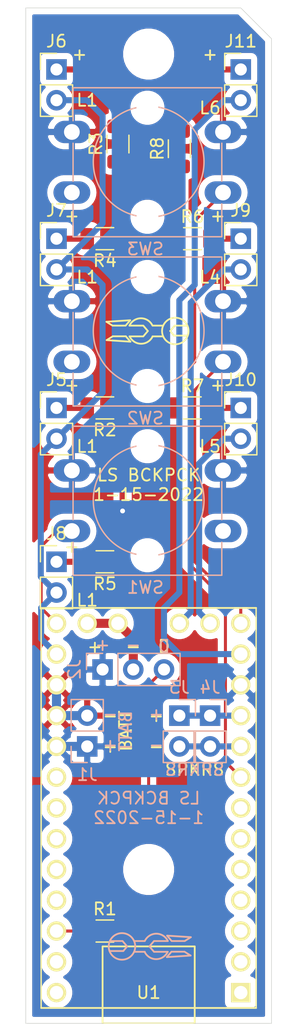
<source format=kicad_pcb>
(kicad_pcb (version 20171130) (host pcbnew "(5.1.12)-1")

  (general
    (thickness 1.6)
    (drawings 39)
    (tracks 86)
    (zones 0)
    (modules 27)
    (nets 36)
  )

  (page A4)
  (layers
    (0 F.Cu signal)
    (31 B.Cu signal)
    (32 B.Adhes user)
    (33 F.Adhes user)
    (34 B.Paste user)
    (35 F.Paste user)
    (36 B.SilkS user)
    (37 F.SilkS user)
    (38 B.Mask user)
    (39 F.Mask user)
    (40 Dwgs.User user)
    (41 Cmts.User user)
    (42 Eco1.User user)
    (43 Eco2.User user)
    (44 Edge.Cuts user)
    (45 Margin user)
    (46 B.CrtYd user)
    (47 F.CrtYd user)
    (48 B.Fab user)
    (49 F.Fab user)
  )

  (setup
    (last_trace_width 0.75)
    (user_trace_width 0.5)
    (user_trace_width 0.75)
    (trace_clearance 0.2)
    (zone_clearance 0.508)
    (zone_45_only no)
    (trace_min 0.2)
    (via_size 0.8)
    (via_drill 0.4)
    (via_min_size 0.4)
    (via_min_drill 0.3)
    (uvia_size 0.3)
    (uvia_drill 0.1)
    (uvias_allowed no)
    (uvia_min_size 0.2)
    (uvia_min_drill 0.1)
    (edge_width 0.05)
    (segment_width 0.2)
    (pcb_text_width 0.3)
    (pcb_text_size 1.5 1.5)
    (mod_edge_width 0.12)
    (mod_text_size 1 1)
    (mod_text_width 0.15)
    (pad_size 1.524 1.524)
    (pad_drill 0.762)
    (pad_to_mask_clearance 0)
    (aux_axis_origin 0 0)
    (visible_elements FFFFFF7F)
    (pcbplotparams
      (layerselection 0x010fc_ffffffff)
      (usegerberextensions false)
      (usegerberattributes true)
      (usegerberadvancedattributes true)
      (creategerberjobfile true)
      (excludeedgelayer true)
      (linewidth 0.100000)
      (plotframeref false)
      (viasonmask false)
      (mode 1)
      (useauxorigin false)
      (hpglpennumber 1)
      (hpglpenspeed 20)
      (hpglpendiameter 15.000000)
      (psnegative false)
      (psa4output false)
      (plotreference true)
      (plotvalue true)
      (plotinvisibletext false)
      (padsonsilk false)
      (subtractmaskfromsilk false)
      (outputformat 1)
      (mirror false)
      (drillshape 1)
      (scaleselection 1)
      (outputdirectory ""))
  )

  (net 0 "")
  (net 1 GND)
  (net 2 VCC)
  (net 3 BLADE-)
  (net 4 "Net-(J2-Pad3)")
  (net 5 SPEAKER+)
  (net 6 SPEAKER-)
  (net 7 "Net-(J5-Pad1)")
  (net 8 LED1)
  (net 9 "Net-(J6-Pad1)")
  (net 10 "Net-(J7-Pad1)")
  (net 11 "Net-(J8-Pad1)")
  (net 12 "Net-(J9-Pad1)")
  (net 13 LED4)
  (net 14 LED5)
  (net 15 "Net-(J10-Pad1)")
  (net 16 "Net-(J11-Pad1)")
  (net 17 LED6)
  (net 18 BLADE_DATA)
  (net 19 BUTTON1)
  (net 20 BUTTON2)
  (net 21 BUTTON3)
  (net 22 "Net-(U1-Pad1)")
  (net 23 "Net-(U1-Pad2)")
  (net 24 "Net-(U1-Pad3)")
  (net 25 "Net-(U1-Pad4)")
  (net 26 "Net-(U1-Pad5)")
  (net 27 "Net-(U1-Pad6)")
  (net 28 "Net-(U1-Pad7)")
  (net 29 "Net-(U1-Pad30)")
  (net 30 "Net-(U1-Pad29)")
  (net 31 "Net-(U1-Pad27)")
  (net 32 "Net-(U1-Pad26)")
  (net 33 "Net-(U1-Pad25)")
  (net 34 "Net-(U1-Pad24)")
  (net 35 "Net-(U1-Pad23)")

  (net_class Default "This is the default net class."
    (clearance 0.2)
    (trace_width 0.25)
    (via_dia 0.8)
    (via_drill 0.4)
    (uvia_dia 0.3)
    (uvia_drill 0.1)
    (add_net BLADE-)
    (add_net BLADE_DATA)
    (add_net BUTTON1)
    (add_net BUTTON2)
    (add_net BUTTON3)
    (add_net GND)
    (add_net LED1)
    (add_net LED4)
    (add_net LED5)
    (add_net LED6)
    (add_net "Net-(J10-Pad1)")
    (add_net "Net-(J11-Pad1)")
    (add_net "Net-(J2-Pad3)")
    (add_net "Net-(J5-Pad1)")
    (add_net "Net-(J6-Pad1)")
    (add_net "Net-(J7-Pad1)")
    (add_net "Net-(J8-Pad1)")
    (add_net "Net-(J9-Pad1)")
    (add_net "Net-(U1-Pad1)")
    (add_net "Net-(U1-Pad2)")
    (add_net "Net-(U1-Pad23)")
    (add_net "Net-(U1-Pad24)")
    (add_net "Net-(U1-Pad25)")
    (add_net "Net-(U1-Pad26)")
    (add_net "Net-(U1-Pad27)")
    (add_net "Net-(U1-Pad29)")
    (add_net "Net-(U1-Pad3)")
    (add_net "Net-(U1-Pad30)")
    (add_net "Net-(U1-Pad4)")
    (add_net "Net-(U1-Pad5)")
    (add_net "Net-(U1-Pad6)")
    (add_net "Net-(U1-Pad7)")
    (add_net SPEAKER+)
    (add_net SPEAKER-)
    (add_net VCC)
  )

  (module "AOR custom:AOR_LOGO" (layer F.Cu) (tedit 5C26ADAA) (tstamp 61E3DDEF)
    (at 100.33 72.39)
    (fp_text reference G*** (at 0 0) (layer F.SilkS) hide
      (effects (font (size 1.524 1.524) (thickness 0.3)))
    )
    (fp_text value AOR_LOGO (at 0.75 0) (layer F.SilkS) hide
      (effects (font (size 1.524 1.524) (thickness 0.3)))
    )
    (fp_arc (start -0.635 0) (end -1.587499 -0.444499) (angle 128.4180553) (layer F.SilkS) (width 0.15))
    (fp_arc (start -0.622642 0) (end -1.575141 0.444499) (angle -128.4180553) (layer F.SilkS) (width 0.15))
    (fp_circle (center 2.205821 0) (end 3.285321 0.1905) (layer F.SilkS) (width 0.15))
    (fp_line (start -1.5875 -0.4445) (end -0.4445 -0.4445) (layer F.SilkS) (width 0.15))
    (fp_line (start -0.4445 -0.4445) (end -0.0635 0) (layer F.SilkS) (width 0.15))
    (fp_line (start -0.0635 0) (end -0.4445 0.4445) (layer F.SilkS) (width 0.15))
    (fp_line (start -0.4445 0.4445) (end -1.5875 0.4445) (layer F.SilkS) (width 0.15))
    (fp_line (start 0.3175 -0.4445) (end 1.2065 -0.4445) (layer F.SilkS) (width 0.15))
    (fp_line (start 0.3175 0.4445) (end 1.2065 0.4445) (layer F.SilkS) (width 0.15))
    (fp_line (start 1.778 0) (end 2.159 -0.4445) (layer F.SilkS) (width 0.15))
    (fp_line (start 2.159 -0.4445) (end 3.175 -0.4445) (layer F.SilkS) (width 0.15))
    (fp_line (start 1.778 0) (end 2.0955 0.381) (layer F.SilkS) (width 0.15))
    (fp_line (start 2.0955 0.381) (end 3.2385 0.381) (layer F.SilkS) (width 0.15))
    (fp_line (start -1.905 -0.4445) (end -2.9845 -0.4445) (layer F.SilkS) (width 0.15))
    (fp_line (start -2.9845 -0.4445) (end -3.4925 -0.762) (layer F.SilkS) (width 0.15))
    (fp_line (start -3.4925 -0.762) (end -1.524 -0.889) (layer F.SilkS) (width 0.15))
    (fp_line (start -1.524 -0.889) (end -1.905 -0.4445) (layer F.SilkS) (width 0.15))
    (fp_line (start -1.505128 0.88103) (end -1.886128 0.43653) (layer F.SilkS) (width 0.15))
    (fp_line (start -1.886128 0.43653) (end -2.965628 0.43653) (layer F.SilkS) (width 0.15))
    (fp_line (start -3.473628 0.75403) (end -1.505128 0.88103) (layer F.SilkS) (width 0.15))
    (fp_line (start -2.965628 0.43653) (end -3.473628 0.75403) (layer F.SilkS) (width 0.15))
  )

  (module "AOR custom:AOR_LOGO" (layer B.Cu) (tedit 5C26ADAA) (tstamp 61E3DD76)
    (at 100.33 123.19 180)
    (fp_text reference G*** (at 0 0) (layer B.SilkS) hide
      (effects (font (size 1.524 1.524) (thickness 0.3)) (justify mirror))
    )
    (fp_text value AOR_LOGO (at 0.75 0) (layer B.SilkS) hide
      (effects (font (size 1.524 1.524) (thickness 0.3)) (justify mirror))
    )
    (fp_arc (start -0.635 0) (end -1.587499 0.444499) (angle -128.4180553) (layer B.SilkS) (width 0.15))
    (fp_arc (start -0.622642 0) (end -1.575141 -0.444499) (angle 128.4180553) (layer B.SilkS) (width 0.15))
    (fp_circle (center 2.205821 0) (end 3.285321 -0.1905) (layer B.SilkS) (width 0.15))
    (fp_line (start -1.5875 0.4445) (end -0.4445 0.4445) (layer B.SilkS) (width 0.15))
    (fp_line (start -0.4445 0.4445) (end -0.0635 0) (layer B.SilkS) (width 0.15))
    (fp_line (start -0.0635 0) (end -0.4445 -0.4445) (layer B.SilkS) (width 0.15))
    (fp_line (start -0.4445 -0.4445) (end -1.5875 -0.4445) (layer B.SilkS) (width 0.15))
    (fp_line (start 0.3175 0.4445) (end 1.2065 0.4445) (layer B.SilkS) (width 0.15))
    (fp_line (start 0.3175 -0.4445) (end 1.2065 -0.4445) (layer B.SilkS) (width 0.15))
    (fp_line (start 1.778 0) (end 2.159 0.4445) (layer B.SilkS) (width 0.15))
    (fp_line (start 2.159 0.4445) (end 3.175 0.4445) (layer B.SilkS) (width 0.15))
    (fp_line (start 1.778 0) (end 2.0955 -0.381) (layer B.SilkS) (width 0.15))
    (fp_line (start 2.0955 -0.381) (end 3.2385 -0.381) (layer B.SilkS) (width 0.15))
    (fp_line (start -1.905 0.4445) (end -2.9845 0.4445) (layer B.SilkS) (width 0.15))
    (fp_line (start -2.9845 0.4445) (end -3.4925 0.762) (layer B.SilkS) (width 0.15))
    (fp_line (start -3.4925 0.762) (end -1.524 0.889) (layer B.SilkS) (width 0.15))
    (fp_line (start -1.524 0.889) (end -1.905 0.4445) (layer B.SilkS) (width 0.15))
    (fp_line (start -1.505128 -0.88103) (end -1.886128 -0.43653) (layer B.SilkS) (width 0.15))
    (fp_line (start -1.886128 -0.43653) (end -2.965628 -0.43653) (layer B.SilkS) (width 0.15))
    (fp_line (start -3.473628 -0.75403) (end -1.505128 -0.88103) (layer B.SilkS) (width 0.15))
    (fp_line (start -2.965628 -0.43653) (end -3.473628 -0.75403) (layer B.SilkS) (width 0.15))
  )

  (module MountingHole:MountingHole_3.2mm_M3 (layer F.Cu) (tedit 56D1B4CB) (tstamp 61E3D028)
    (at 100.33 116.84)
    (descr "Mounting Hole 3.2mm, no annular, M3")
    (tags "mounting hole 3.2mm no annular m3")
    (attr virtual)
    (fp_text reference "" (at 0 -4.2) (layer F.SilkS)
      (effects (font (size 1 1) (thickness 0.15)))
    )
    (fp_text value MountingHole_3.2mm_M3 (at 0 4.2) (layer F.Fab)
      (effects (font (size 1 1) (thickness 0.15)))
    )
    (fp_circle (center 0 0) (end 3.2 0) (layer Cmts.User) (width 0.15))
    (fp_circle (center 0 0) (end 3.45 0) (layer F.CrtYd) (width 0.05))
    (fp_text user %R (at 0.3 0) (layer F.Fab)
      (effects (font (size 1 1) (thickness 0.15)))
    )
    (pad 1 np_thru_hole circle (at 0 0) (size 3.2 3.2) (drill 3.2) (layers *.Cu *.Mask))
  )

  (module MountingHole:MountingHole_3.2mm_M3 (layer F.Cu) (tedit 56D1B4CB) (tstamp 61E3CEFB)
    (at 100.33 49.53)
    (descr "Mounting Hole 3.2mm, no annular, M3")
    (tags "mounting hole 3.2mm no annular m3")
    (attr virtual)
    (fp_text reference "" (at 0 -4.2) (layer F.SilkS)
      (effects (font (size 1 1) (thickness 0.15)))
    )
    (fp_text value MountingHole_3.2mm_M3 (at 0 4.2) (layer F.Fab)
      (effects (font (size 1 1) (thickness 0.15)))
    )
    (fp_text user %R (at 0.3 0) (layer F.Fab)
      (effects (font (size 1 1) (thickness 0.15)))
    )
    (fp_circle (center 0 0) (end 3.2 0) (layer Cmts.User) (width 0.15))
    (fp_circle (center 0 0) (end 3.45 0) (layer F.CrtYd) (width 0.05))
    (pad 1 np_thru_hole circle (at 0 0) (size 3.2 3.2) (drill 3.2) (layers *.Cu *.Mask))
  )

  (module Connector_PinHeader_2.54mm:PinHeader_1x02_P2.54mm_Vertical (layer B.Cu) (tedit 59FED5CC) (tstamp 61E3B675)
    (at 95.25 106.68)
    (descr "Through hole straight pin header, 1x02, 2.54mm pitch, single row")
    (tags "Through hole pin header THT 1x02 2.54mm single row")
    (path /61DE60AC)
    (fp_text reference J1 (at 0 2.33) (layer B.SilkS)
      (effects (font (size 1 1) (thickness 0.15)) (justify mirror))
    )
    (fp_text value Conn_01x02 (at 0 -4.87) (layer B.Fab)
      (effects (font (size 1 1) (thickness 0.15)) (justify mirror))
    )
    (fp_text user %R (at 0 -1.27 -90) (layer B.Fab)
      (effects (font (size 1 1) (thickness 0.15)) (justify mirror))
    )
    (fp_line (start -0.635 1.27) (end 1.27 1.27) (layer B.Fab) (width 0.1))
    (fp_line (start 1.27 1.27) (end 1.27 -3.81) (layer B.Fab) (width 0.1))
    (fp_line (start 1.27 -3.81) (end -1.27 -3.81) (layer B.Fab) (width 0.1))
    (fp_line (start -1.27 -3.81) (end -1.27 0.635) (layer B.Fab) (width 0.1))
    (fp_line (start -1.27 0.635) (end -0.635 1.27) (layer B.Fab) (width 0.1))
    (fp_line (start -1.33 -3.87) (end 1.33 -3.87) (layer B.SilkS) (width 0.12))
    (fp_line (start -1.33 -1.27) (end -1.33 -3.87) (layer B.SilkS) (width 0.12))
    (fp_line (start 1.33 -1.27) (end 1.33 -3.87) (layer B.SilkS) (width 0.12))
    (fp_line (start -1.33 -1.27) (end 1.33 -1.27) (layer B.SilkS) (width 0.12))
    (fp_line (start -1.33 0) (end -1.33 1.33) (layer B.SilkS) (width 0.12))
    (fp_line (start -1.33 1.33) (end 0 1.33) (layer B.SilkS) (width 0.12))
    (fp_line (start -1.8 1.8) (end -1.8 -4.35) (layer B.CrtYd) (width 0.05))
    (fp_line (start -1.8 -4.35) (end 1.8 -4.35) (layer B.CrtYd) (width 0.05))
    (fp_line (start 1.8 -4.35) (end 1.8 1.8) (layer B.CrtYd) (width 0.05))
    (fp_line (start 1.8 1.8) (end -1.8 1.8) (layer B.CrtYd) (width 0.05))
    (pad 2 thru_hole oval (at 0 -2.54) (size 1.7 1.7) (drill 1) (layers *.Cu *.Mask)
      (net 1 GND))
    (pad 1 thru_hole rect (at 0 0) (size 1.7 1.7) (drill 1) (layers *.Cu *.Mask)
      (net 2 VCC))
    (model ${KISYS3DMOD}/Connector_PinHeader_2.54mm.3dshapes/PinHeader_1x02_P2.54mm_Vertical.wrl
      (at (xyz 0 0 0))
      (scale (xyz 1 1 1))
      (rotate (xyz 0 0 0))
    )
  )

  (module Connector_PinHeader_2.54mm:PinHeader_1x03_P2.54mm_Vertical (layer B.Cu) (tedit 59FED5CC) (tstamp 61E3B68C)
    (at 96.52 100.33 270)
    (descr "Through hole straight pin header, 1x03, 2.54mm pitch, single row")
    (tags "Through hole pin header THT 1x03 2.54mm single row")
    (path /61DE6D47)
    (fp_text reference J2 (at 0 2.33 270) (layer B.SilkS)
      (effects (font (size 1 1) (thickness 0.15)) (justify mirror))
    )
    (fp_text value Conn_01x03 (at 0 -7.41 270) (layer B.Fab)
      (effects (font (size 1 1) (thickness 0.15)) (justify mirror))
    )
    (fp_line (start 1.8 1.8) (end -1.8 1.8) (layer B.CrtYd) (width 0.05))
    (fp_line (start 1.8 -6.85) (end 1.8 1.8) (layer B.CrtYd) (width 0.05))
    (fp_line (start -1.8 -6.85) (end 1.8 -6.85) (layer B.CrtYd) (width 0.05))
    (fp_line (start -1.8 1.8) (end -1.8 -6.85) (layer B.CrtYd) (width 0.05))
    (fp_line (start -1.33 1.33) (end 0 1.33) (layer B.SilkS) (width 0.12))
    (fp_line (start -1.33 0) (end -1.33 1.33) (layer B.SilkS) (width 0.12))
    (fp_line (start -1.33 -1.27) (end 1.33 -1.27) (layer B.SilkS) (width 0.12))
    (fp_line (start 1.33 -1.27) (end 1.33 -6.41) (layer B.SilkS) (width 0.12))
    (fp_line (start -1.33 -1.27) (end -1.33 -6.41) (layer B.SilkS) (width 0.12))
    (fp_line (start -1.33 -6.41) (end 1.33 -6.41) (layer B.SilkS) (width 0.12))
    (fp_line (start -1.27 0.635) (end -0.635 1.27) (layer B.Fab) (width 0.1))
    (fp_line (start -1.27 -6.35) (end -1.27 0.635) (layer B.Fab) (width 0.1))
    (fp_line (start 1.27 -6.35) (end -1.27 -6.35) (layer B.Fab) (width 0.1))
    (fp_line (start 1.27 1.27) (end 1.27 -6.35) (layer B.Fab) (width 0.1))
    (fp_line (start -0.635 1.27) (end 1.27 1.27) (layer B.Fab) (width 0.1))
    (fp_text user %R (at 0 -2.54) (layer B.Fab)
      (effects (font (size 1 1) (thickness 0.15)) (justify mirror))
    )
    (pad 1 thru_hole rect (at 0 0 270) (size 1.7 1.7) (drill 1) (layers *.Cu *.Mask)
      (net 2 VCC))
    (pad 2 thru_hole oval (at 0 -2.54 270) (size 1.7 1.7) (drill 1) (layers *.Cu *.Mask)
      (net 3 BLADE-))
    (pad 3 thru_hole oval (at 0 -5.08 270) (size 1.7 1.7) (drill 1) (layers *.Cu *.Mask)
      (net 4 "Net-(J2-Pad3)"))
    (model ${KISYS3DMOD}/Connector_PinHeader_2.54mm.3dshapes/PinHeader_1x03_P2.54mm_Vertical.wrl
      (at (xyz 0 0 0))
      (scale (xyz 1 1 1))
      (rotate (xyz 0 0 0))
    )
  )

  (module Connector_PinHeader_2.54mm:PinHeader_1x02_P2.54mm_Vertical (layer B.Cu) (tedit 59FED5CC) (tstamp 61E3C613)
    (at 102.87 104.14 180)
    (descr "Through hole straight pin header, 1x02, 2.54mm pitch, single row")
    (tags "Through hole pin header THT 1x02 2.54mm single row")
    (path /61DEAD1D)
    (fp_text reference J3 (at 0 2.33) (layer B.SilkS)
      (effects (font (size 1 1) (thickness 0.15)) (justify mirror))
    )
    (fp_text value Conn_01x02 (at 0 -4.87) (layer B.Fab)
      (effects (font (size 1 1) (thickness 0.15)) (justify mirror))
    )
    (fp_line (start 1.8 1.8) (end -1.8 1.8) (layer B.CrtYd) (width 0.05))
    (fp_line (start 1.8 -4.35) (end 1.8 1.8) (layer B.CrtYd) (width 0.05))
    (fp_line (start -1.8 -4.35) (end 1.8 -4.35) (layer B.CrtYd) (width 0.05))
    (fp_line (start -1.8 1.8) (end -1.8 -4.35) (layer B.CrtYd) (width 0.05))
    (fp_line (start -1.33 1.33) (end 0 1.33) (layer B.SilkS) (width 0.12))
    (fp_line (start -1.33 0) (end -1.33 1.33) (layer B.SilkS) (width 0.12))
    (fp_line (start -1.33 -1.27) (end 1.33 -1.27) (layer B.SilkS) (width 0.12))
    (fp_line (start 1.33 -1.27) (end 1.33 -3.87) (layer B.SilkS) (width 0.12))
    (fp_line (start -1.33 -1.27) (end -1.33 -3.87) (layer B.SilkS) (width 0.12))
    (fp_line (start -1.33 -3.87) (end 1.33 -3.87) (layer B.SilkS) (width 0.12))
    (fp_line (start -1.27 0.635) (end -0.635 1.27) (layer B.Fab) (width 0.1))
    (fp_line (start -1.27 -3.81) (end -1.27 0.635) (layer B.Fab) (width 0.1))
    (fp_line (start 1.27 -3.81) (end -1.27 -3.81) (layer B.Fab) (width 0.1))
    (fp_line (start 1.27 1.27) (end 1.27 -3.81) (layer B.Fab) (width 0.1))
    (fp_line (start -0.635 1.27) (end 1.27 1.27) (layer B.Fab) (width 0.1))
    (fp_text user %R (at 0 -1.27 270) (layer B.Fab)
      (effects (font (size 1 1) (thickness 0.15)) (justify mirror))
    )
    (pad 1 thru_hole rect (at 0 0 180) (size 1.7 1.7) (drill 1) (layers *.Cu *.Mask)
      (net 5 SPEAKER+))
    (pad 2 thru_hole oval (at 0 -2.54 180) (size 1.7 1.7) (drill 1) (layers *.Cu *.Mask)
      (net 6 SPEAKER-))
    (model ${KISYS3DMOD}/Connector_PinHeader_2.54mm.3dshapes/PinHeader_1x02_P2.54mm_Vertical.wrl
      (at (xyz 0 0 0))
      (scale (xyz 1 1 1))
      (rotate (xyz 0 0 0))
    )
  )

  (module Connector_PinHeader_2.54mm:PinHeader_1x02_P2.54mm_Vertical (layer B.Cu) (tedit 59FED5CC) (tstamp 61E3B6B8)
    (at 105.41 104.14 180)
    (descr "Through hole straight pin header, 1x02, 2.54mm pitch, single row")
    (tags "Through hole pin header THT 1x02 2.54mm single row")
    (path /61DF035F)
    (fp_text reference J4 (at 0 2.33) (layer B.SilkS)
      (effects (font (size 1 1) (thickness 0.15)) (justify mirror))
    )
    (fp_text value Conn_01x02 (at 0 -4.87) (layer B.Fab)
      (effects (font (size 1 1) (thickness 0.15)) (justify mirror))
    )
    (fp_text user %R (at 0 -1.27 270) (layer B.Fab)
      (effects (font (size 1 1) (thickness 0.15)) (justify mirror))
    )
    (fp_line (start -0.635 1.27) (end 1.27 1.27) (layer B.Fab) (width 0.1))
    (fp_line (start 1.27 1.27) (end 1.27 -3.81) (layer B.Fab) (width 0.1))
    (fp_line (start 1.27 -3.81) (end -1.27 -3.81) (layer B.Fab) (width 0.1))
    (fp_line (start -1.27 -3.81) (end -1.27 0.635) (layer B.Fab) (width 0.1))
    (fp_line (start -1.27 0.635) (end -0.635 1.27) (layer B.Fab) (width 0.1))
    (fp_line (start -1.33 -3.87) (end 1.33 -3.87) (layer B.SilkS) (width 0.12))
    (fp_line (start -1.33 -1.27) (end -1.33 -3.87) (layer B.SilkS) (width 0.12))
    (fp_line (start 1.33 -1.27) (end 1.33 -3.87) (layer B.SilkS) (width 0.12))
    (fp_line (start -1.33 -1.27) (end 1.33 -1.27) (layer B.SilkS) (width 0.12))
    (fp_line (start -1.33 0) (end -1.33 1.33) (layer B.SilkS) (width 0.12))
    (fp_line (start -1.33 1.33) (end 0 1.33) (layer B.SilkS) (width 0.12))
    (fp_line (start -1.8 1.8) (end -1.8 -4.35) (layer B.CrtYd) (width 0.05))
    (fp_line (start -1.8 -4.35) (end 1.8 -4.35) (layer B.CrtYd) (width 0.05))
    (fp_line (start 1.8 -4.35) (end 1.8 1.8) (layer B.CrtYd) (width 0.05))
    (fp_line (start 1.8 1.8) (end -1.8 1.8) (layer B.CrtYd) (width 0.05))
    (pad 2 thru_hole oval (at 0 -2.54 180) (size 1.7 1.7) (drill 1) (layers *.Cu *.Mask)
      (net 6 SPEAKER-))
    (pad 1 thru_hole rect (at 0 0 180) (size 1.7 1.7) (drill 1) (layers *.Cu *.Mask)
      (net 5 SPEAKER+))
    (model ${KISYS3DMOD}/Connector_PinHeader_2.54mm.3dshapes/PinHeader_1x02_P2.54mm_Vertical.wrl
      (at (xyz 0 0 0))
      (scale (xyz 1 1 1))
      (rotate (xyz 0 0 0))
    )
  )

  (module Connector_PinHeader_2.54mm:PinHeader_1x02_P2.54mm_Vertical (layer F.Cu) (tedit 59FED5CC) (tstamp 61E3C7BE)
    (at 92.71 78.74)
    (descr "Through hole straight pin header, 1x02, 2.54mm pitch, single row")
    (tags "Through hole pin header THT 1x02 2.54mm single row")
    (path /61DFA40D)
    (fp_text reference J5 (at 0 -2.33) (layer F.SilkS)
      (effects (font (size 1 1) (thickness 0.15)))
    )
    (fp_text value Conn_01x02 (at 0 4.87) (layer F.Fab)
      (effects (font (size 1 1) (thickness 0.15)))
    )
    (fp_line (start 1.8 -1.8) (end -1.8 -1.8) (layer F.CrtYd) (width 0.05))
    (fp_line (start 1.8 4.35) (end 1.8 -1.8) (layer F.CrtYd) (width 0.05))
    (fp_line (start -1.8 4.35) (end 1.8 4.35) (layer F.CrtYd) (width 0.05))
    (fp_line (start -1.8 -1.8) (end -1.8 4.35) (layer F.CrtYd) (width 0.05))
    (fp_line (start -1.33 -1.33) (end 0 -1.33) (layer F.SilkS) (width 0.12))
    (fp_line (start -1.33 0) (end -1.33 -1.33) (layer F.SilkS) (width 0.12))
    (fp_line (start -1.33 1.27) (end 1.33 1.27) (layer F.SilkS) (width 0.12))
    (fp_line (start 1.33 1.27) (end 1.33 3.87) (layer F.SilkS) (width 0.12))
    (fp_line (start -1.33 1.27) (end -1.33 3.87) (layer F.SilkS) (width 0.12))
    (fp_line (start -1.33 3.87) (end 1.33 3.87) (layer F.SilkS) (width 0.12))
    (fp_line (start -1.27 -0.635) (end -0.635 -1.27) (layer F.Fab) (width 0.1))
    (fp_line (start -1.27 3.81) (end -1.27 -0.635) (layer F.Fab) (width 0.1))
    (fp_line (start 1.27 3.81) (end -1.27 3.81) (layer F.Fab) (width 0.1))
    (fp_line (start 1.27 -1.27) (end 1.27 3.81) (layer F.Fab) (width 0.1))
    (fp_line (start -0.635 -1.27) (end 1.27 -1.27) (layer F.Fab) (width 0.1))
    (fp_text user %R (at 0 1.27 90) (layer F.Fab)
      (effects (font (size 1 1) (thickness 0.15)))
    )
    (pad 1 thru_hole rect (at 0 0) (size 1.7 1.7) (drill 1) (layers *.Cu *.Mask)
      (net 7 "Net-(J5-Pad1)"))
    (pad 2 thru_hole oval (at 0 2.54) (size 1.7 1.7) (drill 1) (layers *.Cu *.Mask)
      (net 8 LED1))
    (model ${KISYS3DMOD}/Connector_PinHeader_2.54mm.3dshapes/PinHeader_1x02_P2.54mm_Vertical.wrl
      (at (xyz 0 0 0))
      (scale (xyz 1 1 1))
      (rotate (xyz 0 0 0))
    )
  )

  (module Connector_PinHeader_2.54mm:PinHeader_1x02_P2.54mm_Vertical (layer F.Cu) (tedit 59FED5CC) (tstamp 61E3B6E4)
    (at 92.71 50.8)
    (descr "Through hole straight pin header, 1x02, 2.54mm pitch, single row")
    (tags "Through hole pin header THT 1x02 2.54mm single row")
    (path /61DF4077)
    (fp_text reference J6 (at 0 -2.33) (layer F.SilkS)
      (effects (font (size 1 1) (thickness 0.15)))
    )
    (fp_text value Conn_01x02 (at 0 4.87) (layer F.Fab)
      (effects (font (size 1 1) (thickness 0.15)))
    )
    (fp_text user %R (at 0 1.27 90) (layer F.Fab)
      (effects (font (size 1 1) (thickness 0.15)))
    )
    (fp_line (start -0.635 -1.27) (end 1.27 -1.27) (layer F.Fab) (width 0.1))
    (fp_line (start 1.27 -1.27) (end 1.27 3.81) (layer F.Fab) (width 0.1))
    (fp_line (start 1.27 3.81) (end -1.27 3.81) (layer F.Fab) (width 0.1))
    (fp_line (start -1.27 3.81) (end -1.27 -0.635) (layer F.Fab) (width 0.1))
    (fp_line (start -1.27 -0.635) (end -0.635 -1.27) (layer F.Fab) (width 0.1))
    (fp_line (start -1.33 3.87) (end 1.33 3.87) (layer F.SilkS) (width 0.12))
    (fp_line (start -1.33 1.27) (end -1.33 3.87) (layer F.SilkS) (width 0.12))
    (fp_line (start 1.33 1.27) (end 1.33 3.87) (layer F.SilkS) (width 0.12))
    (fp_line (start -1.33 1.27) (end 1.33 1.27) (layer F.SilkS) (width 0.12))
    (fp_line (start -1.33 0) (end -1.33 -1.33) (layer F.SilkS) (width 0.12))
    (fp_line (start -1.33 -1.33) (end 0 -1.33) (layer F.SilkS) (width 0.12))
    (fp_line (start -1.8 -1.8) (end -1.8 4.35) (layer F.CrtYd) (width 0.05))
    (fp_line (start -1.8 4.35) (end 1.8 4.35) (layer F.CrtYd) (width 0.05))
    (fp_line (start 1.8 4.35) (end 1.8 -1.8) (layer F.CrtYd) (width 0.05))
    (fp_line (start 1.8 -1.8) (end -1.8 -1.8) (layer F.CrtYd) (width 0.05))
    (pad 2 thru_hole oval (at 0 2.54) (size 1.7 1.7) (drill 1) (layers *.Cu *.Mask)
      (net 8 LED1))
    (pad 1 thru_hole rect (at 0 0) (size 1.7 1.7) (drill 1) (layers *.Cu *.Mask)
      (net 9 "Net-(J6-Pad1)"))
    (model ${KISYS3DMOD}/Connector_PinHeader_2.54mm.3dshapes/PinHeader_1x02_P2.54mm_Vertical.wrl
      (at (xyz 0 0 0))
      (scale (xyz 1 1 1))
      (rotate (xyz 0 0 0))
    )
  )

  (module Connector_PinHeader_2.54mm:PinHeader_1x02_P2.54mm_Vertical (layer F.Cu) (tedit 59FED5CC) (tstamp 61E3B6FA)
    (at 92.71 64.77)
    (descr "Through hole straight pin header, 1x02, 2.54mm pitch, single row")
    (tags "Through hole pin header THT 1x02 2.54mm single row")
    (path /61DF3783)
    (fp_text reference J7 (at 0 -2.33) (layer F.SilkS)
      (effects (font (size 1 1) (thickness 0.15)))
    )
    (fp_text value Conn_01x02 (at 0 4.87) (layer F.Fab)
      (effects (font (size 1 1) (thickness 0.15)))
    )
    (fp_line (start 1.8 -1.8) (end -1.8 -1.8) (layer F.CrtYd) (width 0.05))
    (fp_line (start 1.8 4.35) (end 1.8 -1.8) (layer F.CrtYd) (width 0.05))
    (fp_line (start -1.8 4.35) (end 1.8 4.35) (layer F.CrtYd) (width 0.05))
    (fp_line (start -1.8 -1.8) (end -1.8 4.35) (layer F.CrtYd) (width 0.05))
    (fp_line (start -1.33 -1.33) (end 0 -1.33) (layer F.SilkS) (width 0.12))
    (fp_line (start -1.33 0) (end -1.33 -1.33) (layer F.SilkS) (width 0.12))
    (fp_line (start -1.33 1.27) (end 1.33 1.27) (layer F.SilkS) (width 0.12))
    (fp_line (start 1.33 1.27) (end 1.33 3.87) (layer F.SilkS) (width 0.12))
    (fp_line (start -1.33 1.27) (end -1.33 3.87) (layer F.SilkS) (width 0.12))
    (fp_line (start -1.33 3.87) (end 1.33 3.87) (layer F.SilkS) (width 0.12))
    (fp_line (start -1.27 -0.635) (end -0.635 -1.27) (layer F.Fab) (width 0.1))
    (fp_line (start -1.27 3.81) (end -1.27 -0.635) (layer F.Fab) (width 0.1))
    (fp_line (start 1.27 3.81) (end -1.27 3.81) (layer F.Fab) (width 0.1))
    (fp_line (start 1.27 -1.27) (end 1.27 3.81) (layer F.Fab) (width 0.1))
    (fp_line (start -0.635 -1.27) (end 1.27 -1.27) (layer F.Fab) (width 0.1))
    (fp_text user %R (at 0 1.27 90) (layer F.Fab)
      (effects (font (size 1 1) (thickness 0.15)))
    )
    (pad 1 thru_hole rect (at 0 0) (size 1.7 1.7) (drill 1) (layers *.Cu *.Mask)
      (net 10 "Net-(J7-Pad1)"))
    (pad 2 thru_hole oval (at 0 2.54) (size 1.7 1.7) (drill 1) (layers *.Cu *.Mask)
      (net 8 LED1))
    (model ${KISYS3DMOD}/Connector_PinHeader_2.54mm.3dshapes/PinHeader_1x02_P2.54mm_Vertical.wrl
      (at (xyz 0 0 0))
      (scale (xyz 1 1 1))
      (rotate (xyz 0 0 0))
    )
  )

  (module Connector_PinHeader_2.54mm:PinHeader_1x02_P2.54mm_Vertical (layer F.Cu) (tedit 59FED5CC) (tstamp 61E3B710)
    (at 92.71 91.44)
    (descr "Through hole straight pin header, 1x02, 2.54mm pitch, single row")
    (tags "Through hole pin header THT 1x02 2.54mm single row")
    (path /61DEB569)
    (fp_text reference J8 (at 0 -2.33) (layer F.SilkS)
      (effects (font (size 1 1) (thickness 0.15)))
    )
    (fp_text value Conn_01x02 (at 0 4.87) (layer F.Fab)
      (effects (font (size 1 1) (thickness 0.15)))
    )
    (fp_text user %R (at 0 1.27 90) (layer F.Fab)
      (effects (font (size 1 1) (thickness 0.15)))
    )
    (fp_line (start -0.635 -1.27) (end 1.27 -1.27) (layer F.Fab) (width 0.1))
    (fp_line (start 1.27 -1.27) (end 1.27 3.81) (layer F.Fab) (width 0.1))
    (fp_line (start 1.27 3.81) (end -1.27 3.81) (layer F.Fab) (width 0.1))
    (fp_line (start -1.27 3.81) (end -1.27 -0.635) (layer F.Fab) (width 0.1))
    (fp_line (start -1.27 -0.635) (end -0.635 -1.27) (layer F.Fab) (width 0.1))
    (fp_line (start -1.33 3.87) (end 1.33 3.87) (layer F.SilkS) (width 0.12))
    (fp_line (start -1.33 1.27) (end -1.33 3.87) (layer F.SilkS) (width 0.12))
    (fp_line (start 1.33 1.27) (end 1.33 3.87) (layer F.SilkS) (width 0.12))
    (fp_line (start -1.33 1.27) (end 1.33 1.27) (layer F.SilkS) (width 0.12))
    (fp_line (start -1.33 0) (end -1.33 -1.33) (layer F.SilkS) (width 0.12))
    (fp_line (start -1.33 -1.33) (end 0 -1.33) (layer F.SilkS) (width 0.12))
    (fp_line (start -1.8 -1.8) (end -1.8 4.35) (layer F.CrtYd) (width 0.05))
    (fp_line (start -1.8 4.35) (end 1.8 4.35) (layer F.CrtYd) (width 0.05))
    (fp_line (start 1.8 4.35) (end 1.8 -1.8) (layer F.CrtYd) (width 0.05))
    (fp_line (start 1.8 -1.8) (end -1.8 -1.8) (layer F.CrtYd) (width 0.05))
    (pad 2 thru_hole oval (at 0 2.54) (size 1.7 1.7) (drill 1) (layers *.Cu *.Mask)
      (net 8 LED1))
    (pad 1 thru_hole rect (at 0 0) (size 1.7 1.7) (drill 1) (layers *.Cu *.Mask)
      (net 11 "Net-(J8-Pad1)"))
    (model ${KISYS3DMOD}/Connector_PinHeader_2.54mm.3dshapes/PinHeader_1x02_P2.54mm_Vertical.wrl
      (at (xyz 0 0 0))
      (scale (xyz 1 1 1))
      (rotate (xyz 0 0 0))
    )
  )

  (module Connector_PinHeader_2.54mm:PinHeader_1x02_P2.54mm_Vertical (layer F.Cu) (tedit 59FED5CC) (tstamp 61E3B726)
    (at 107.95 64.77)
    (descr "Through hole straight pin header, 1x02, 2.54mm pitch, single row")
    (tags "Through hole pin header THT 1x02 2.54mm single row")
    (path /61DED9A1)
    (fp_text reference J9 (at 0 -2.33) (layer F.SilkS)
      (effects (font (size 1 1) (thickness 0.15)))
    )
    (fp_text value Conn_01x02 (at 0 4.87) (layer F.Fab)
      (effects (font (size 1 1) (thickness 0.15)))
    )
    (fp_line (start 1.8 -1.8) (end -1.8 -1.8) (layer F.CrtYd) (width 0.05))
    (fp_line (start 1.8 4.35) (end 1.8 -1.8) (layer F.CrtYd) (width 0.05))
    (fp_line (start -1.8 4.35) (end 1.8 4.35) (layer F.CrtYd) (width 0.05))
    (fp_line (start -1.8 -1.8) (end -1.8 4.35) (layer F.CrtYd) (width 0.05))
    (fp_line (start -1.33 -1.33) (end 0 -1.33) (layer F.SilkS) (width 0.12))
    (fp_line (start -1.33 0) (end -1.33 -1.33) (layer F.SilkS) (width 0.12))
    (fp_line (start -1.33 1.27) (end 1.33 1.27) (layer F.SilkS) (width 0.12))
    (fp_line (start 1.33 1.27) (end 1.33 3.87) (layer F.SilkS) (width 0.12))
    (fp_line (start -1.33 1.27) (end -1.33 3.87) (layer F.SilkS) (width 0.12))
    (fp_line (start -1.33 3.87) (end 1.33 3.87) (layer F.SilkS) (width 0.12))
    (fp_line (start -1.27 -0.635) (end -0.635 -1.27) (layer F.Fab) (width 0.1))
    (fp_line (start -1.27 3.81) (end -1.27 -0.635) (layer F.Fab) (width 0.1))
    (fp_line (start 1.27 3.81) (end -1.27 3.81) (layer F.Fab) (width 0.1))
    (fp_line (start 1.27 -1.27) (end 1.27 3.81) (layer F.Fab) (width 0.1))
    (fp_line (start -0.635 -1.27) (end 1.27 -1.27) (layer F.Fab) (width 0.1))
    (fp_text user %R (at 0 1.27 90) (layer F.Fab)
      (effects (font (size 1 1) (thickness 0.15)))
    )
    (pad 1 thru_hole rect (at 0 0) (size 1.7 1.7) (drill 1) (layers *.Cu *.Mask)
      (net 12 "Net-(J9-Pad1)"))
    (pad 2 thru_hole oval (at 0 2.54) (size 1.7 1.7) (drill 1) (layers *.Cu *.Mask)
      (net 13 LED4))
    (model ${KISYS3DMOD}/Connector_PinHeader_2.54mm.3dshapes/PinHeader_1x02_P2.54mm_Vertical.wrl
      (at (xyz 0 0 0))
      (scale (xyz 1 1 1))
      (rotate (xyz 0 0 0))
    )
  )

  (module Connector_PinHeader_2.54mm:PinHeader_1x02_P2.54mm_Vertical (layer F.Cu) (tedit 59FED5CC) (tstamp 61E3B73C)
    (at 107.95 78.74)
    (descr "Through hole straight pin header, 1x02, 2.54mm pitch, single row")
    (tags "Through hole pin header THT 1x02 2.54mm single row")
    (path /61DEE0AF)
    (fp_text reference J10 (at 0 -2.33) (layer F.SilkS)
      (effects (font (size 1 1) (thickness 0.15)))
    )
    (fp_text value Conn_01x02 (at 0 4.87) (layer F.Fab)
      (effects (font (size 1 1) (thickness 0.15)))
    )
    (fp_text user %R (at 0 1.27 90) (layer F.Fab)
      (effects (font (size 1 1) (thickness 0.15)))
    )
    (fp_line (start -0.635 -1.27) (end 1.27 -1.27) (layer F.Fab) (width 0.1))
    (fp_line (start 1.27 -1.27) (end 1.27 3.81) (layer F.Fab) (width 0.1))
    (fp_line (start 1.27 3.81) (end -1.27 3.81) (layer F.Fab) (width 0.1))
    (fp_line (start -1.27 3.81) (end -1.27 -0.635) (layer F.Fab) (width 0.1))
    (fp_line (start -1.27 -0.635) (end -0.635 -1.27) (layer F.Fab) (width 0.1))
    (fp_line (start -1.33 3.87) (end 1.33 3.87) (layer F.SilkS) (width 0.12))
    (fp_line (start -1.33 1.27) (end -1.33 3.87) (layer F.SilkS) (width 0.12))
    (fp_line (start 1.33 1.27) (end 1.33 3.87) (layer F.SilkS) (width 0.12))
    (fp_line (start -1.33 1.27) (end 1.33 1.27) (layer F.SilkS) (width 0.12))
    (fp_line (start -1.33 0) (end -1.33 -1.33) (layer F.SilkS) (width 0.12))
    (fp_line (start -1.33 -1.33) (end 0 -1.33) (layer F.SilkS) (width 0.12))
    (fp_line (start -1.8 -1.8) (end -1.8 4.35) (layer F.CrtYd) (width 0.05))
    (fp_line (start -1.8 4.35) (end 1.8 4.35) (layer F.CrtYd) (width 0.05))
    (fp_line (start 1.8 4.35) (end 1.8 -1.8) (layer F.CrtYd) (width 0.05))
    (fp_line (start 1.8 -1.8) (end -1.8 -1.8) (layer F.CrtYd) (width 0.05))
    (pad 2 thru_hole oval (at 0 2.54) (size 1.7 1.7) (drill 1) (layers *.Cu *.Mask)
      (net 14 LED5))
    (pad 1 thru_hole rect (at 0 0) (size 1.7 1.7) (drill 1) (layers *.Cu *.Mask)
      (net 15 "Net-(J10-Pad1)"))
    (model ${KISYS3DMOD}/Connector_PinHeader_2.54mm.3dshapes/PinHeader_1x02_P2.54mm_Vertical.wrl
      (at (xyz 0 0 0))
      (scale (xyz 1 1 1))
      (rotate (xyz 0 0 0))
    )
  )

  (module Connector_PinHeader_2.54mm:PinHeader_1x02_P2.54mm_Vertical (layer F.Cu) (tedit 59FED5CC) (tstamp 61E3B752)
    (at 107.95 50.8)
    (descr "Through hole straight pin header, 1x02, 2.54mm pitch, single row")
    (tags "Through hole pin header THT 1x02 2.54mm single row")
    (path /61DEEE28)
    (fp_text reference J11 (at 0 -2.33) (layer F.SilkS)
      (effects (font (size 1 1) (thickness 0.15)))
    )
    (fp_text value Conn_01x02 (at 0 4.87) (layer F.Fab)
      (effects (font (size 1 1) (thickness 0.15)))
    )
    (fp_line (start 1.8 -1.8) (end -1.8 -1.8) (layer F.CrtYd) (width 0.05))
    (fp_line (start 1.8 4.35) (end 1.8 -1.8) (layer F.CrtYd) (width 0.05))
    (fp_line (start -1.8 4.35) (end 1.8 4.35) (layer F.CrtYd) (width 0.05))
    (fp_line (start -1.8 -1.8) (end -1.8 4.35) (layer F.CrtYd) (width 0.05))
    (fp_line (start -1.33 -1.33) (end 0 -1.33) (layer F.SilkS) (width 0.12))
    (fp_line (start -1.33 0) (end -1.33 -1.33) (layer F.SilkS) (width 0.12))
    (fp_line (start -1.33 1.27) (end 1.33 1.27) (layer F.SilkS) (width 0.12))
    (fp_line (start 1.33 1.27) (end 1.33 3.87) (layer F.SilkS) (width 0.12))
    (fp_line (start -1.33 1.27) (end -1.33 3.87) (layer F.SilkS) (width 0.12))
    (fp_line (start -1.33 3.87) (end 1.33 3.87) (layer F.SilkS) (width 0.12))
    (fp_line (start -1.27 -0.635) (end -0.635 -1.27) (layer F.Fab) (width 0.1))
    (fp_line (start -1.27 3.81) (end -1.27 -0.635) (layer F.Fab) (width 0.1))
    (fp_line (start 1.27 3.81) (end -1.27 3.81) (layer F.Fab) (width 0.1))
    (fp_line (start 1.27 -1.27) (end 1.27 3.81) (layer F.Fab) (width 0.1))
    (fp_line (start -0.635 -1.27) (end 1.27 -1.27) (layer F.Fab) (width 0.1))
    (fp_text user %R (at 0 1.27 90) (layer F.Fab)
      (effects (font (size 1 1) (thickness 0.15)))
    )
    (pad 1 thru_hole rect (at 0 0) (size 1.7 1.7) (drill 1) (layers *.Cu *.Mask)
      (net 16 "Net-(J11-Pad1)"))
    (pad 2 thru_hole oval (at 0 2.54) (size 1.7 1.7) (drill 1) (layers *.Cu *.Mask)
      (net 17 LED6))
    (model ${KISYS3DMOD}/Connector_PinHeader_2.54mm.3dshapes/PinHeader_1x02_P2.54mm_Vertical.wrl
      (at (xyz 0 0 0))
      (scale (xyz 1 1 1))
      (rotate (xyz 0 0 0))
    )
  )

  (module Resistor_SMD:R_1206_3216Metric (layer F.Cu) (tedit 5F68FEEE) (tstamp 61E3C081)
    (at 96.7125 121.92)
    (descr "Resistor SMD 1206 (3216 Metric), square (rectangular) end terminal, IPC_7351 nominal, (Body size source: IPC-SM-782 page 72, https://www.pcb-3d.com/wordpress/wp-content/uploads/ipc-sm-782a_amendment_1_and_2.pdf), generated with kicad-footprint-generator")
    (tags resistor)
    (path /61DE81B7)
    (attr smd)
    (fp_text reference R1 (at 0 -1.82) (layer F.SilkS)
      (effects (font (size 1 1) (thickness 0.15)))
    )
    (fp_text value 330 (at 0 1.82) (layer F.Fab)
      (effects (font (size 1 1) (thickness 0.15)))
    )
    (fp_text user %R (at 0 0) (layer F.Fab)
      (effects (font (size 0.8 0.8) (thickness 0.12)))
    )
    (fp_line (start -1.6 0.8) (end -1.6 -0.8) (layer F.Fab) (width 0.1))
    (fp_line (start -1.6 -0.8) (end 1.6 -0.8) (layer F.Fab) (width 0.1))
    (fp_line (start 1.6 -0.8) (end 1.6 0.8) (layer F.Fab) (width 0.1))
    (fp_line (start 1.6 0.8) (end -1.6 0.8) (layer F.Fab) (width 0.1))
    (fp_line (start -0.727064 -0.91) (end 0.727064 -0.91) (layer F.SilkS) (width 0.12))
    (fp_line (start -0.727064 0.91) (end 0.727064 0.91) (layer F.SilkS) (width 0.12))
    (fp_line (start -2.28 1.12) (end -2.28 -1.12) (layer F.CrtYd) (width 0.05))
    (fp_line (start -2.28 -1.12) (end 2.28 -1.12) (layer F.CrtYd) (width 0.05))
    (fp_line (start 2.28 -1.12) (end 2.28 1.12) (layer F.CrtYd) (width 0.05))
    (fp_line (start 2.28 1.12) (end -2.28 1.12) (layer F.CrtYd) (width 0.05))
    (pad 2 smd roundrect (at 1.4625 0) (size 1.125 1.75) (layers F.Cu F.Paste F.Mask) (roundrect_rratio 0.222222)
      (net 4 "Net-(J2-Pad3)"))
    (pad 1 smd roundrect (at -1.4625 0) (size 1.125 1.75) (layers F.Cu F.Paste F.Mask) (roundrect_rratio 0.222222)
      (net 18 BLADE_DATA))
    (model ${KISYS3DMOD}/Resistor_SMD.3dshapes/R_1206_3216Metric.wrl
      (at (xyz 0 0 0))
      (scale (xyz 1 1 1))
      (rotate (xyz 0 0 0))
    )
  )

  (module Resistor_SMD:R_1206_3216Metric (layer F.Cu) (tedit 5F68FEEE) (tstamp 61E3B774)
    (at 96.7125 78.74 180)
    (descr "Resistor SMD 1206 (3216 Metric), square (rectangular) end terminal, IPC_7351 nominal, (Body size source: IPC-SM-782 page 72, https://www.pcb-3d.com/wordpress/wp-content/uploads/ipc-sm-782a_amendment_1_and_2.pdf), generated with kicad-footprint-generator")
    (tags resistor)
    (path /61DFA413)
    (attr smd)
    (fp_text reference R2 (at 0 -1.82) (layer F.SilkS)
      (effects (font (size 1 1) (thickness 0.15)))
    )
    (fp_text value 330 (at 0 1.82) (layer F.Fab)
      (effects (font (size 1 1) (thickness 0.15)))
    )
    (fp_text user %R (at 0 0) (layer F.Fab)
      (effects (font (size 0.8 0.8) (thickness 0.12)))
    )
    (fp_line (start -1.6 0.8) (end -1.6 -0.8) (layer F.Fab) (width 0.1))
    (fp_line (start -1.6 -0.8) (end 1.6 -0.8) (layer F.Fab) (width 0.1))
    (fp_line (start 1.6 -0.8) (end 1.6 0.8) (layer F.Fab) (width 0.1))
    (fp_line (start 1.6 0.8) (end -1.6 0.8) (layer F.Fab) (width 0.1))
    (fp_line (start -0.727064 -0.91) (end 0.727064 -0.91) (layer F.SilkS) (width 0.12))
    (fp_line (start -0.727064 0.91) (end 0.727064 0.91) (layer F.SilkS) (width 0.12))
    (fp_line (start -2.28 1.12) (end -2.28 -1.12) (layer F.CrtYd) (width 0.05))
    (fp_line (start -2.28 -1.12) (end 2.28 -1.12) (layer F.CrtYd) (width 0.05))
    (fp_line (start 2.28 -1.12) (end 2.28 1.12) (layer F.CrtYd) (width 0.05))
    (fp_line (start 2.28 1.12) (end -2.28 1.12) (layer F.CrtYd) (width 0.05))
    (pad 2 smd roundrect (at 1.4625 0 180) (size 1.125 1.75) (layers F.Cu F.Paste F.Mask) (roundrect_rratio 0.222222)
      (net 7 "Net-(J5-Pad1)"))
    (pad 1 smd roundrect (at -1.4625 0 180) (size 1.125 1.75) (layers F.Cu F.Paste F.Mask) (roundrect_rratio 0.222222)
      (net 2 VCC))
    (model ${KISYS3DMOD}/Resistor_SMD.3dshapes/R_1206_3216Metric.wrl
      (at (xyz 0 0 0))
      (scale (xyz 1 1 1))
      (rotate (xyz 0 0 0))
    )
  )

  (module Resistor_SMD:R_1206_3216Metric (layer F.Cu) (tedit 5F68FEEE) (tstamp 61E3B785)
    (at 97.79 56.9575 90)
    (descr "Resistor SMD 1206 (3216 Metric), square (rectangular) end terminal, IPC_7351 nominal, (Body size source: IPC-SM-782 page 72, https://www.pcb-3d.com/wordpress/wp-content/uploads/ipc-sm-782a_amendment_1_and_2.pdf), generated with kicad-footprint-generator")
    (tags resistor)
    (path /61DF407D)
    (attr smd)
    (fp_text reference R3 (at 0 -1.82 90) (layer F.SilkS)
      (effects (font (size 1 1) (thickness 0.15)))
    )
    (fp_text value 330 (at 0 1.82 90) (layer F.Fab)
      (effects (font (size 1 1) (thickness 0.15)))
    )
    (fp_line (start 2.28 1.12) (end -2.28 1.12) (layer F.CrtYd) (width 0.05))
    (fp_line (start 2.28 -1.12) (end 2.28 1.12) (layer F.CrtYd) (width 0.05))
    (fp_line (start -2.28 -1.12) (end 2.28 -1.12) (layer F.CrtYd) (width 0.05))
    (fp_line (start -2.28 1.12) (end -2.28 -1.12) (layer F.CrtYd) (width 0.05))
    (fp_line (start -0.727064 0.91) (end 0.727064 0.91) (layer F.SilkS) (width 0.12))
    (fp_line (start -0.727064 -0.91) (end 0.727064 -0.91) (layer F.SilkS) (width 0.12))
    (fp_line (start 1.6 0.8) (end -1.6 0.8) (layer F.Fab) (width 0.1))
    (fp_line (start 1.6 -0.8) (end 1.6 0.8) (layer F.Fab) (width 0.1))
    (fp_line (start -1.6 -0.8) (end 1.6 -0.8) (layer F.Fab) (width 0.1))
    (fp_line (start -1.6 0.8) (end -1.6 -0.8) (layer F.Fab) (width 0.1))
    (fp_text user %R (at 0 0 90) (layer F.Fab)
      (effects (font (size 0.8 0.8) (thickness 0.12)))
    )
    (pad 1 smd roundrect (at -1.4625 0 90) (size 1.125 1.75) (layers F.Cu F.Paste F.Mask) (roundrect_rratio 0.222222)
      (net 2 VCC))
    (pad 2 smd roundrect (at 1.4625 0 90) (size 1.125 1.75) (layers F.Cu F.Paste F.Mask) (roundrect_rratio 0.222222)
      (net 9 "Net-(J6-Pad1)"))
    (model ${KISYS3DMOD}/Resistor_SMD.3dshapes/R_1206_3216Metric.wrl
      (at (xyz 0 0 0))
      (scale (xyz 1 1 1))
      (rotate (xyz 0 0 0))
    )
  )

  (module Resistor_SMD:R_1206_3216Metric (layer F.Cu) (tedit 5F68FEEE) (tstamp 61E3B796)
    (at 96.7125 64.77 180)
    (descr "Resistor SMD 1206 (3216 Metric), square (rectangular) end terminal, IPC_7351 nominal, (Body size source: IPC-SM-782 page 72, https://www.pcb-3d.com/wordpress/wp-content/uploads/ipc-sm-782a_amendment_1_and_2.pdf), generated with kicad-footprint-generator")
    (tags resistor)
    (path /61DF3789)
    (attr smd)
    (fp_text reference R4 (at 0 -1.82) (layer F.SilkS)
      (effects (font (size 1 1) (thickness 0.15)))
    )
    (fp_text value 330 (at 0 1.82) (layer F.Fab)
      (effects (font (size 1 1) (thickness 0.15)))
    )
    (fp_text user %R (at 0 0.114999) (layer F.Fab)
      (effects (font (size 0.8 0.8) (thickness 0.12)))
    )
    (fp_line (start -1.6 0.8) (end -1.6 -0.8) (layer F.Fab) (width 0.1))
    (fp_line (start -1.6 -0.8) (end 1.6 -0.8) (layer F.Fab) (width 0.1))
    (fp_line (start 1.6 -0.8) (end 1.6 0.8) (layer F.Fab) (width 0.1))
    (fp_line (start 1.6 0.8) (end -1.6 0.8) (layer F.Fab) (width 0.1))
    (fp_line (start -0.727064 -0.91) (end 0.727064 -0.91) (layer F.SilkS) (width 0.12))
    (fp_line (start -0.727064 0.91) (end 0.727064 0.91) (layer F.SilkS) (width 0.12))
    (fp_line (start -2.28 1.12) (end -2.28 -1.12) (layer F.CrtYd) (width 0.05))
    (fp_line (start -2.28 -1.12) (end 2.28 -1.12) (layer F.CrtYd) (width 0.05))
    (fp_line (start 2.28 -1.12) (end 2.28 1.12) (layer F.CrtYd) (width 0.05))
    (fp_line (start 2.28 1.12) (end -2.28 1.12) (layer F.CrtYd) (width 0.05))
    (pad 2 smd roundrect (at 1.4625 0 180) (size 1.125 1.75) (layers F.Cu F.Paste F.Mask) (roundrect_rratio 0.222222)
      (net 10 "Net-(J7-Pad1)"))
    (pad 1 smd roundrect (at -1.4625 0 180) (size 1.125 1.75) (layers F.Cu F.Paste F.Mask) (roundrect_rratio 0.222222)
      (net 2 VCC))
    (model ${KISYS3DMOD}/Resistor_SMD.3dshapes/R_1206_3216Metric.wrl
      (at (xyz 0 0 0))
      (scale (xyz 1 1 1))
      (rotate (xyz 0 0 0))
    )
  )

  (module Resistor_SMD:R_1206_3216Metric (layer F.Cu) (tedit 5F68FEEE) (tstamp 61E3D0D2)
    (at 96.7125 91.44 180)
    (descr "Resistor SMD 1206 (3216 Metric), square (rectangular) end terminal, IPC_7351 nominal, (Body size source: IPC-SM-782 page 72, https://www.pcb-3d.com/wordpress/wp-content/uploads/ipc-sm-782a_amendment_1_and_2.pdf), generated with kicad-footprint-generator")
    (tags resistor)
    (path /61DEC2DA)
    (attr smd)
    (fp_text reference R5 (at 0 -1.82) (layer F.SilkS)
      (effects (font (size 1 1) (thickness 0.15)))
    )
    (fp_text value 330 (at 0 1.82) (layer F.Fab)
      (effects (font (size 1 1) (thickness 0.15)))
    )
    (fp_line (start 2.28 1.12) (end -2.28 1.12) (layer F.CrtYd) (width 0.05))
    (fp_line (start 2.28 -1.12) (end 2.28 1.12) (layer F.CrtYd) (width 0.05))
    (fp_line (start -2.28 -1.12) (end 2.28 -1.12) (layer F.CrtYd) (width 0.05))
    (fp_line (start -2.28 1.12) (end -2.28 -1.12) (layer F.CrtYd) (width 0.05))
    (fp_line (start -0.727064 0.91) (end 0.727064 0.91) (layer F.SilkS) (width 0.12))
    (fp_line (start -0.727064 -0.91) (end 0.727064 -0.91) (layer F.SilkS) (width 0.12))
    (fp_line (start 1.6 0.8) (end -1.6 0.8) (layer F.Fab) (width 0.1))
    (fp_line (start 1.6 -0.8) (end 1.6 0.8) (layer F.Fab) (width 0.1))
    (fp_line (start -1.6 -0.8) (end 1.6 -0.8) (layer F.Fab) (width 0.1))
    (fp_line (start -1.6 0.8) (end -1.6 -0.8) (layer F.Fab) (width 0.1))
    (fp_text user %R (at 0 0) (layer F.Fab)
      (effects (font (size 0.8 0.8) (thickness 0.12)))
    )
    (pad 1 smd roundrect (at -1.4625 0 180) (size 1.125 1.75) (layers F.Cu F.Paste F.Mask) (roundrect_rratio 0.222222)
      (net 2 VCC))
    (pad 2 smd roundrect (at 1.4625 0 180) (size 1.125 1.75) (layers F.Cu F.Paste F.Mask) (roundrect_rratio 0.222222)
      (net 11 "Net-(J8-Pad1)"))
    (model ${KISYS3DMOD}/Resistor_SMD.3dshapes/R_1206_3216Metric.wrl
      (at (xyz 0 0 0))
      (scale (xyz 1 1 1))
      (rotate (xyz 0 0 0))
    )
  )

  (module Resistor_SMD:R_1206_3216Metric (layer F.Cu) (tedit 5F68FEEE) (tstamp 61E3B7B8)
    (at 103.9475 64.77)
    (descr "Resistor SMD 1206 (3216 Metric), square (rectangular) end terminal, IPC_7351 nominal, (Body size source: IPC-SM-782 page 72, https://www.pcb-3d.com/wordpress/wp-content/uploads/ipc-sm-782a_amendment_1_and_2.pdf), generated with kicad-footprint-generator")
    (tags resistor)
    (path /61DED9A7)
    (attr smd)
    (fp_text reference R6 (at 0 -1.82) (layer F.SilkS)
      (effects (font (size 1 1) (thickness 0.15)))
    )
    (fp_text value 330 (at 0 1.82) (layer F.Fab)
      (effects (font (size 1 1) (thickness 0.15)))
    )
    (fp_line (start 2.28 1.12) (end -2.28 1.12) (layer F.CrtYd) (width 0.05))
    (fp_line (start 2.28 -1.12) (end 2.28 1.12) (layer F.CrtYd) (width 0.05))
    (fp_line (start -2.28 -1.12) (end 2.28 -1.12) (layer F.CrtYd) (width 0.05))
    (fp_line (start -2.28 1.12) (end -2.28 -1.12) (layer F.CrtYd) (width 0.05))
    (fp_line (start -0.727064 0.91) (end 0.727064 0.91) (layer F.SilkS) (width 0.12))
    (fp_line (start -0.727064 -0.91) (end 0.727064 -0.91) (layer F.SilkS) (width 0.12))
    (fp_line (start 1.6 0.8) (end -1.6 0.8) (layer F.Fab) (width 0.1))
    (fp_line (start 1.6 -0.8) (end 1.6 0.8) (layer F.Fab) (width 0.1))
    (fp_line (start -1.6 -0.8) (end 1.6 -0.8) (layer F.Fab) (width 0.1))
    (fp_line (start -1.6 0.8) (end -1.6 -0.8) (layer F.Fab) (width 0.1))
    (fp_text user %R (at 0 0) (layer F.Fab)
      (effects (font (size 0.8 0.8) (thickness 0.12)))
    )
    (pad 1 smd roundrect (at -1.4625 0) (size 1.125 1.75) (layers F.Cu F.Paste F.Mask) (roundrect_rratio 0.222222)
      (net 2 VCC))
    (pad 2 smd roundrect (at 1.4625 0) (size 1.125 1.75) (layers F.Cu F.Paste F.Mask) (roundrect_rratio 0.222222)
      (net 12 "Net-(J9-Pad1)"))
    (model ${KISYS3DMOD}/Resistor_SMD.3dshapes/R_1206_3216Metric.wrl
      (at (xyz 0 0 0))
      (scale (xyz 1 1 1))
      (rotate (xyz 0 0 0))
    )
  )

  (module Resistor_SMD:R_1206_3216Metric (layer F.Cu) (tedit 5F68FEEE) (tstamp 61E3B7C9)
    (at 103.9475 78.74)
    (descr "Resistor SMD 1206 (3216 Metric), square (rectangular) end terminal, IPC_7351 nominal, (Body size source: IPC-SM-782 page 72, https://www.pcb-3d.com/wordpress/wp-content/uploads/ipc-sm-782a_amendment_1_and_2.pdf), generated with kicad-footprint-generator")
    (tags resistor)
    (path /61DEE0B5)
    (attr smd)
    (fp_text reference R7 (at 0 -1.82) (layer F.SilkS)
      (effects (font (size 1 1) (thickness 0.15)))
    )
    (fp_text value 330 (at 0 1.82) (layer F.Fab)
      (effects (font (size 1 1) (thickness 0.15)))
    )
    (fp_text user %R (at 0 0) (layer F.Fab)
      (effects (font (size 0.8 0.8) (thickness 0.12)))
    )
    (fp_line (start -1.6 0.8) (end -1.6 -0.8) (layer F.Fab) (width 0.1))
    (fp_line (start -1.6 -0.8) (end 1.6 -0.8) (layer F.Fab) (width 0.1))
    (fp_line (start 1.6 -0.8) (end 1.6 0.8) (layer F.Fab) (width 0.1))
    (fp_line (start 1.6 0.8) (end -1.6 0.8) (layer F.Fab) (width 0.1))
    (fp_line (start -0.727064 -0.91) (end 0.727064 -0.91) (layer F.SilkS) (width 0.12))
    (fp_line (start -0.727064 0.91) (end 0.727064 0.91) (layer F.SilkS) (width 0.12))
    (fp_line (start -2.28 1.12) (end -2.28 -1.12) (layer F.CrtYd) (width 0.05))
    (fp_line (start -2.28 -1.12) (end 2.28 -1.12) (layer F.CrtYd) (width 0.05))
    (fp_line (start 2.28 -1.12) (end 2.28 1.12) (layer F.CrtYd) (width 0.05))
    (fp_line (start 2.28 1.12) (end -2.28 1.12) (layer F.CrtYd) (width 0.05))
    (pad 2 smd roundrect (at 1.4625 0) (size 1.125 1.75) (layers F.Cu F.Paste F.Mask) (roundrect_rratio 0.222222)
      (net 15 "Net-(J10-Pad1)"))
    (pad 1 smd roundrect (at -1.4625 0) (size 1.125 1.75) (layers F.Cu F.Paste F.Mask) (roundrect_rratio 0.222222)
      (net 2 VCC))
    (model ${KISYS3DMOD}/Resistor_SMD.3dshapes/R_1206_3216Metric.wrl
      (at (xyz 0 0 0))
      (scale (xyz 1 1 1))
      (rotate (xyz 0 0 0))
    )
  )

  (module Resistor_SMD:R_1206_3216Metric (layer F.Cu) (tedit 5F68FEEE) (tstamp 61E3B7DA)
    (at 102.87 57.3425 90)
    (descr "Resistor SMD 1206 (3216 Metric), square (rectangular) end terminal, IPC_7351 nominal, (Body size source: IPC-SM-782 page 72, https://www.pcb-3d.com/wordpress/wp-content/uploads/ipc-sm-782a_amendment_1_and_2.pdf), generated with kicad-footprint-generator")
    (tags resistor)
    (path /61DEEE2E)
    (attr smd)
    (fp_text reference R8 (at 0 -1.82 90) (layer F.SilkS)
      (effects (font (size 1 1) (thickness 0.15)))
    )
    (fp_text value 330 (at 0 1.82 90) (layer F.Fab)
      (effects (font (size 1 1) (thickness 0.15)))
    )
    (fp_line (start 2.28 1.12) (end -2.28 1.12) (layer F.CrtYd) (width 0.05))
    (fp_line (start 2.28 -1.12) (end 2.28 1.12) (layer F.CrtYd) (width 0.05))
    (fp_line (start -2.28 -1.12) (end 2.28 -1.12) (layer F.CrtYd) (width 0.05))
    (fp_line (start -2.28 1.12) (end -2.28 -1.12) (layer F.CrtYd) (width 0.05))
    (fp_line (start -0.727064 0.91) (end 0.727064 0.91) (layer F.SilkS) (width 0.12))
    (fp_line (start -0.727064 -0.91) (end 0.727064 -0.91) (layer F.SilkS) (width 0.12))
    (fp_line (start 1.6 0.8) (end -1.6 0.8) (layer F.Fab) (width 0.1))
    (fp_line (start 1.6 -0.8) (end 1.6 0.8) (layer F.Fab) (width 0.1))
    (fp_line (start -1.6 -0.8) (end 1.6 -0.8) (layer F.Fab) (width 0.1))
    (fp_line (start -1.6 0.8) (end -1.6 -0.8) (layer F.Fab) (width 0.1))
    (fp_text user %R (at 0 0 90) (layer F.Fab)
      (effects (font (size 0.8 0.8) (thickness 0.12)))
    )
    (pad 1 smd roundrect (at -1.4625 0 90) (size 1.125 1.75) (layers F.Cu F.Paste F.Mask) (roundrect_rratio 0.222222)
      (net 2 VCC))
    (pad 2 smd roundrect (at 1.4625 0 90) (size 1.125 1.75) (layers F.Cu F.Paste F.Mask) (roundrect_rratio 0.222222)
      (net 16 "Net-(J11-Pad1)"))
    (model ${KISYS3DMOD}/Resistor_SMD.3dshapes/R_1206_3216Metric.wrl
      (at (xyz 0 0 0))
      (scale (xyz 1 1 1))
      (rotate (xyz 0 0 0))
    )
  )

  (module "AOR custom:SW_PUSH-12mm_holes" (layer B.Cu) (tedit 61E35021) (tstamp 61E3B7F6)
    (at 93.98 88.9)
    (descr "SW PUSH 12mm https://www.e-switch.com/system/asset/product_line/data_sheet/143/TL1100.pdf")
    (tags "tact sw push 12mm")
    (path /61DE9256)
    (fp_text reference SW1 (at 6.08 4.66) (layer B.SilkS)
      (effects (font (size 1 1) (thickness 0.15)) (justify mirror))
    )
    (fp_text value SW_Push (at 6.62 -9.93) (layer B.Fab)
      (effects (font (size 1 1) (thickness 0.15)) (justify mirror))
    )
    (fp_line (start 0.25 -8.5) (end 12.25 -8.5) (layer B.Fab) (width 0.1))
    (fp_line (start 0.25 3.5) (end 12.25 3.5) (layer B.Fab) (width 0.1))
    (fp_line (start 12.25 3.5) (end 12.25 -8.5) (layer B.Fab) (width 0.1))
    (fp_line (start 0.1 3.65) (end 12.4 3.65) (layer B.SilkS) (width 0.12))
    (fp_line (start 12.4 -0.93) (end 12.4 -4.07) (layer B.SilkS) (width 0.12))
    (fp_line (start 12.4 -8.65) (end 0.1 -8.65) (layer B.SilkS) (width 0.12))
    (fp_line (start 0.1 0.93) (end 0.1 3.65) (layer B.SilkS) (width 0.12))
    (fp_line (start -1.77 3.75) (end 14.25 3.75) (layer B.CrtYd) (width 0.05))
    (fp_line (start -1.77 3.75) (end -1.77 -8.75) (layer B.CrtYd) (width 0.05))
    (fp_line (start 14.25 -8.75) (end 14.25 3.75) (layer B.CrtYd) (width 0.05))
    (fp_line (start 14.25 -8.75) (end -1.77 -8.75) (layer B.CrtYd) (width 0.05))
    (fp_circle (center 6.35 -2.54) (end 10.16 -5.08) (layer B.SilkS) (width 0.12))
    (fp_line (start 0.25 3.5) (end 0.25 -8.5) (layer B.Fab) (width 0.1))
    (fp_line (start 0.1 -8.65) (end 0.1 -5.93) (layer B.SilkS) (width 0.12))
    (fp_line (start 0.1 -4.07) (end 0.1 -0.93) (layer B.SilkS) (width 0.12))
    (fp_line (start 12.4 -5.93) (end 12.4 -8.65) (layer B.SilkS) (width 0.12))
    (fp_line (start 12.4 3.65) (end 12.4 0.93) (layer B.SilkS) (width 0.12))
    (fp_text user %R (at 6.35 -2.54) (layer B.Fab)
      (effects (font (size 1 1) (thickness 0.15)) (justify mirror))
    )
    (pad 1 thru_hole oval (at 12.5 0) (size 3.048 1.85) (drill 1.3) (layers *.Cu *.Mask)
      (net 19 BUTTON1))
    (pad 2 thru_hole oval (at 12.5 -5) (size 3.048 1.85) (drill 1.3) (layers *.Cu *.Mask)
      (net 1 GND))
    (pad 1 thru_hole oval (at 0 0) (size 3.048 1.85) (drill 1.3) (layers *.Cu *.Mask)
      (net 19 BUTTON1))
    (pad 2 thru_hole oval (at 0 -5) (size 3.048 1.85) (drill 1.3) (layers *.Cu *.Mask)
      (net 1 GND))
    (pad "" np_thru_hole circle (at 6.25 2) (size 1.8 1.8) (drill 1.8) (layers *.Cu *.Mask))
    (pad "" np_thru_hole circle (at 6.25 -7) (size 1.8 1.8) (drill 1.8) (layers *.Cu *.Mask))
    (model ${KISYS3DMOD}/Button_Switch_THT.3dshapes/SW_PUSH-12mm.wrl
      (at (xyz 0 0 0))
      (scale (xyz 1 1 1))
      (rotate (xyz 0 0 0))
    )
  )

  (module "AOR custom:SW_PUSH-12mm_holes" (layer B.Cu) (tedit 61E35021) (tstamp 61E3B812)
    (at 93.98 74.93)
    (descr "SW PUSH 12mm https://www.e-switch.com/system/asset/product_line/data_sheet/143/TL1100.pdf")
    (tags "tact sw push 12mm")
    (path /61DE9D52)
    (fp_text reference SW2 (at 6.08 4.66) (layer B.SilkS)
      (effects (font (size 1 1) (thickness 0.15)) (justify mirror))
    )
    (fp_text value SW_Push (at 6.62 -9.93) (layer B.Fab)
      (effects (font (size 1 1) (thickness 0.15)) (justify mirror))
    )
    (fp_text user %R (at 6.35 -2.54) (layer B.Fab)
      (effects (font (size 1 1) (thickness 0.15)) (justify mirror))
    )
    (fp_line (start 12.4 3.65) (end 12.4 0.93) (layer B.SilkS) (width 0.12))
    (fp_line (start 12.4 -5.93) (end 12.4 -8.65) (layer B.SilkS) (width 0.12))
    (fp_line (start 0.1 -4.07) (end 0.1 -0.93) (layer B.SilkS) (width 0.12))
    (fp_line (start 0.1 -8.65) (end 0.1 -5.93) (layer B.SilkS) (width 0.12))
    (fp_line (start 0.25 3.5) (end 0.25 -8.5) (layer B.Fab) (width 0.1))
    (fp_circle (center 6.35 -2.54) (end 10.16 -5.08) (layer B.SilkS) (width 0.12))
    (fp_line (start 14.25 -8.75) (end -1.77 -8.75) (layer B.CrtYd) (width 0.05))
    (fp_line (start 14.25 -8.75) (end 14.25 3.75) (layer B.CrtYd) (width 0.05))
    (fp_line (start -1.77 3.75) (end -1.77 -8.75) (layer B.CrtYd) (width 0.05))
    (fp_line (start -1.77 3.75) (end 14.25 3.75) (layer B.CrtYd) (width 0.05))
    (fp_line (start 0.1 0.93) (end 0.1 3.65) (layer B.SilkS) (width 0.12))
    (fp_line (start 12.4 -8.65) (end 0.1 -8.65) (layer B.SilkS) (width 0.12))
    (fp_line (start 12.4 -0.93) (end 12.4 -4.07) (layer B.SilkS) (width 0.12))
    (fp_line (start 0.1 3.65) (end 12.4 3.65) (layer B.SilkS) (width 0.12))
    (fp_line (start 12.25 3.5) (end 12.25 -8.5) (layer B.Fab) (width 0.1))
    (fp_line (start 0.25 3.5) (end 12.25 3.5) (layer B.Fab) (width 0.1))
    (fp_line (start 0.25 -8.5) (end 12.25 -8.5) (layer B.Fab) (width 0.1))
    (pad "" np_thru_hole circle (at 6.25 -7) (size 1.8 1.8) (drill 1.8) (layers *.Cu *.Mask))
    (pad "" np_thru_hole circle (at 6.25 2) (size 1.8 1.8) (drill 1.8) (layers *.Cu *.Mask))
    (pad 2 thru_hole oval (at 0 -5) (size 3.048 1.85) (drill 1.3) (layers *.Cu *.Mask)
      (net 1 GND))
    (pad 1 thru_hole oval (at 0 0) (size 3.048 1.85) (drill 1.3) (layers *.Cu *.Mask)
      (net 20 BUTTON2))
    (pad 2 thru_hole oval (at 12.5 -5) (size 3.048 1.85) (drill 1.3) (layers *.Cu *.Mask)
      (net 1 GND))
    (pad 1 thru_hole oval (at 12.5 0) (size 3.048 1.85) (drill 1.3) (layers *.Cu *.Mask)
      (net 20 BUTTON2))
    (model ${KISYS3DMOD}/Button_Switch_THT.3dshapes/SW_PUSH-12mm.wrl
      (at (xyz 0 0 0))
      (scale (xyz 1 1 1))
      (rotate (xyz 0 0 0))
    )
  )

  (module "AOR custom:SW_PUSH-12mm_holes" (layer B.Cu) (tedit 61E35021) (tstamp 61E3B82E)
    (at 93.98 60.96)
    (descr "SW PUSH 12mm https://www.e-switch.com/system/asset/product_line/data_sheet/143/TL1100.pdf")
    (tags "tact sw push 12mm")
    (path /61DEA1EE)
    (fp_text reference SW3 (at 6.08 4.66) (layer B.SilkS)
      (effects (font (size 1 1) (thickness 0.15)) (justify mirror))
    )
    (fp_text value SW_Push (at 6.62 -9.93) (layer B.Fab)
      (effects (font (size 1 1) (thickness 0.15)) (justify mirror))
    )
    (fp_line (start 0.25 -8.5) (end 12.25 -8.5) (layer B.Fab) (width 0.1))
    (fp_line (start 0.25 3.5) (end 12.25 3.5) (layer B.Fab) (width 0.1))
    (fp_line (start 12.25 3.5) (end 12.25 -8.5) (layer B.Fab) (width 0.1))
    (fp_line (start 0.1 3.65) (end 12.4 3.65) (layer B.SilkS) (width 0.12))
    (fp_line (start 12.4 -0.93) (end 12.4 -4.07) (layer B.SilkS) (width 0.12))
    (fp_line (start 12.4 -8.65) (end 0.1 -8.65) (layer B.SilkS) (width 0.12))
    (fp_line (start 0.1 0.93) (end 0.1 3.65) (layer B.SilkS) (width 0.12))
    (fp_line (start -1.77 3.75) (end 14.25 3.75) (layer B.CrtYd) (width 0.05))
    (fp_line (start -1.77 3.75) (end -1.77 -8.75) (layer B.CrtYd) (width 0.05))
    (fp_line (start 14.25 -8.75) (end 14.25 3.75) (layer B.CrtYd) (width 0.05))
    (fp_line (start 14.25 -8.75) (end -1.77 -8.75) (layer B.CrtYd) (width 0.05))
    (fp_circle (center 6.35 -2.54) (end 10.16 -5.08) (layer B.SilkS) (width 0.12))
    (fp_line (start 0.25 3.5) (end 0.25 -8.5) (layer B.Fab) (width 0.1))
    (fp_line (start 0.1 -8.65) (end 0.1 -5.93) (layer B.SilkS) (width 0.12))
    (fp_line (start 0.1 -4.07) (end 0.1 -0.93) (layer B.SilkS) (width 0.12))
    (fp_line (start 12.4 -5.93) (end 12.4 -8.65) (layer B.SilkS) (width 0.12))
    (fp_line (start 12.4 3.65) (end 12.4 0.93) (layer B.SilkS) (width 0.12))
    (fp_text user %R (at 6.35 -2.54) (layer B.Fab)
      (effects (font (size 1 1) (thickness 0.15)) (justify mirror))
    )
    (pad 1 thru_hole oval (at 12.5 0) (size 3.048 1.85) (drill 1.3) (layers *.Cu *.Mask)
      (net 21 BUTTON3))
    (pad 2 thru_hole oval (at 12.5 -5) (size 3.048 1.85) (drill 1.3) (layers *.Cu *.Mask)
      (net 1 GND))
    (pad 1 thru_hole oval (at 0 0) (size 3.048 1.85) (drill 1.3) (layers *.Cu *.Mask)
      (net 21 BUTTON3))
    (pad 2 thru_hole oval (at 0 -5) (size 3.048 1.85) (drill 1.3) (layers *.Cu *.Mask)
      (net 1 GND))
    (pad "" np_thru_hole circle (at 6.25 2) (size 1.8 1.8) (drill 1.8) (layers *.Cu *.Mask))
    (pad "" np_thru_hole circle (at 6.25 -7) (size 1.8 1.8) (drill 1.8) (layers *.Cu *.Mask))
    (model ${KISYS3DMOD}/Button_Switch_THT.3dshapes/SW_PUSH-12mm.wrl
      (at (xyz 0 0 0))
      (scale (xyz 1 1 1))
      (rotate (xyz 0 0 0))
    )
  )

  (module "AOR custom:Proffie_V2" (layer F.Cu) (tedit 61DE423B) (tstamp 61E3C433)
    (at 100.33 109.22)
    (path /61DE5156)
    (fp_text reference U1 (at 0 17.78 180) (layer F.SilkS)
      (effects (font (size 1 1) (thickness 0.15)))
    )
    (fp_text value ProffieV2 (at 10.16 1.27 90) (layer F.Fab)
      (effects (font (size 1 1) (thickness 0.15)))
    )
    (fp_line (start -8.89 -13.97) (end -8.89 19.05) (layer F.SilkS) (width 0.12))
    (fp_line (start 8.89 -13.97) (end 8.89 19.05) (layer F.SilkS) (width 0.12))
    (fp_line (start -8.89 -13.97) (end 8.89 -13.97) (layer F.SilkS) (width 0.15))
    (fp_line (start 8.89 19.05) (end -8.89 19.05) (layer F.SilkS) (width 0.15))
    (fp_line (start 3.81 13.97) (end 3.81 19.05) (layer F.SilkS) (width 0.15))
    (fp_line (start -3.81 13.97) (end -3.81 19.05) (layer F.SilkS) (width 0.15))
    (fp_line (start 3.81 13.97) (end -3.81 13.97) (layer F.SilkS) (width 0.15))
    (fp_line (start -3.81 20.32) (end -3.81 19.05) (layer F.SilkS) (width 0.15))
    (fp_line (start 3.81 20.32) (end -3.81 20.32) (layer F.SilkS) (width 0.15))
    (fp_line (start 3.81 19.05) (end 3.81 20.32) (layer F.SilkS) (width 0.15))
    (pad 1 thru_hole rect (at 7.62 17.78 90) (size 1.6 1.6) (drill 1.1) (layers *.Cu *.Mask F.SilkS)
      (net 22 "Net-(U1-Pad1)"))
    (pad 2 thru_hole circle (at 7.62 15.24 90) (size 1.6 1.6) (drill 1.1) (layers *.Cu *.Mask F.SilkS)
      (net 23 "Net-(U1-Pad2)"))
    (pad 3 thru_hole circle (at 7.62 12.7 90) (size 1.6 1.6) (drill 1.1) (layers *.Cu *.Mask F.SilkS)
      (net 24 "Net-(U1-Pad3)"))
    (pad 4 thru_hole circle (at 7.62 10.16 90) (size 1.6 1.6) (drill 1.1) (layers *.Cu *.Mask F.SilkS)
      (net 25 "Net-(U1-Pad4)"))
    (pad 5 thru_hole circle (at 7.62 7.62 90) (size 1.6 1.6) (drill 1.1) (layers *.Cu *.Mask F.SilkS)
      (net 26 "Net-(U1-Pad5)"))
    (pad 6 thru_hole circle (at 7.62 5.08 90) (size 1.6 1.6) (drill 1.1) (layers *.Cu *.Mask F.SilkS)
      (net 27 "Net-(U1-Pad6)"))
    (pad 7 thru_hole circle (at 7.62 2.54 90) (size 1.6 1.6) (drill 1.1) (layers *.Cu *.Mask F.SilkS)
      (net 28 "Net-(U1-Pad7)"))
    (pad 8 thru_hole circle (at 7.62 0 90) (size 1.6 1.6) (drill 1.1) (layers *.Cu *.Mask F.SilkS)
      (net 21 BUTTON3))
    (pad 9 thru_hole circle (at 7.62 -2.54 90) (size 1.6 1.6) (drill 1.1) (layers *.Cu *.Mask F.SilkS)
      (net 6 SPEAKER-))
    (pad 10 thru_hole circle (at 7.62 -5.08 90) (size 1.6 1.6) (drill 1.1) (layers *.Cu *.Mask F.SilkS)
      (net 5 SPEAKER+))
    (pad 11 thru_hole circle (at 7.62 -7.62 90) (size 1.6 1.6) (drill 1.1) (layers *.Cu *.Mask F.SilkS)
      (net 1 GND))
    (pad 12 thru_hole circle (at 7.62 -10.16 90) (size 1.6 1.6) (drill 1.1) (layers *.Cu *.Mask F.SilkS)
      (net 17 LED6))
    (pad 13 thru_hole circle (at 7.62 -12.7 90) (size 1.6 1.6) (drill 1.1) (layers *.Cu *.Mask F.SilkS)
      (net 20 BUTTON2))
    (pad 30 thru_hole circle (at -7.62 17.78 90) (size 1.6 1.6) (drill 1.1) (layers *.Cu *.Mask F.SilkS)
      (net 29 "Net-(U1-Pad30)"))
    (pad 29 thru_hole circle (at -7.62 15.24 90) (size 1.6 1.6) (drill 1.1) (layers *.Cu *.Mask F.SilkS)
      (net 30 "Net-(U1-Pad29)"))
    (pad 28 thru_hole circle (at -7.62 12.7 90) (size 1.6 1.6) (drill 1.1) (layers *.Cu *.Mask F.SilkS)
      (net 18 BLADE_DATA))
    (pad 27 thru_hole circle (at -7.62 10.16 90) (size 1.6 1.6) (drill 1.1) (layers *.Cu *.Mask F.SilkS)
      (net 31 "Net-(U1-Pad27)"))
    (pad 26 thru_hole circle (at -7.62 7.62 90) (size 1.6 1.6) (drill 1.1) (layers *.Cu *.Mask F.SilkS)
      (net 32 "Net-(U1-Pad26)"))
    (pad 25 thru_hole circle (at -7.62 5.08 90) (size 1.6 1.6) (drill 1.1) (layers *.Cu *.Mask F.SilkS)
      (net 33 "Net-(U1-Pad25)"))
    (pad 24 thru_hole circle (at -7.62 2.54 90) (size 1.6 1.6) (drill 1.1) (layers *.Cu *.Mask F.SilkS)
      (net 34 "Net-(U1-Pad24)"))
    (pad 23 thru_hole circle (at -7.62 0 90) (size 1.6 1.6) (drill 1.1) (layers *.Cu *.Mask F.SilkS)
      (net 35 "Net-(U1-Pad23)"))
    (pad 22 thru_hole circle (at -7.62 -2.54 90) (size 1.6 1.6) (drill 1.1) (layers *.Cu *.Mask F.SilkS)
      (net 2 VCC))
    (pad 21 thru_hole circle (at -7.62 -5.08 90) (size 1.6 1.6) (drill 1.1) (layers *.Cu *.Mask F.SilkS)
      (net 1 GND))
    (pad 14 thru_hole circle (at 5.08 -12.7 90) (size 1.6 1.6) (drill 1.1) (layers *.Cu *.Mask F.SilkS)
      (net 14 LED5))
    (pad 15 thru_hole circle (at 2.54 -12.7 90) (size 1.6 1.6) (drill 1.1) (layers *.Cu *.Mask F.SilkS)
      (net 13 LED4))
    (pad 16 thru_hole circle (at -2.54 -12.7 90) (size 1.6 1.6) (drill 1.1) (layers *.Cu *.Mask F.SilkS)
      (net 3 BLADE-))
    (pad 20 thru_hole circle (at -7.62 -7.62 90) (size 1.6 1.6) (drill 1.1) (layers *.Cu *.Mask F.SilkS)
      (net 1 GND))
    (pad 19 thru_hole circle (at -7.62 -10.16 90) (size 1.6 1.6) (drill 1.1) (layers *.Cu *.Mask F.SilkS)
      (net 8 LED1))
    (pad 18 thru_hole circle (at -7.62 -12.7 90) (size 1.6 1.6) (drill 1.1) (layers *.Cu *.Mask F.SilkS)
      (net 19 BUTTON1))
    (pad 17 thru_hole circle (at -5.08 -12.7 90) (size 1.6 1.6) (drill 1.1) (layers *.Cu *.Mask F.SilkS)
      (net 3 BLADE-))
  )

  (gr_text "LS BCKPCK\n1-15-2022" (at 100.33 111.76) (layer B.SilkS) (tstamp 61E3DC94)
    (effects (font (size 1 1) (thickness 0.15)) (justify mirror))
  )
  (gr_text "LS BCKPCK\n1-15-2022" (at 100.33 85.09) (layer F.SilkS)
    (effects (font (size 1 1) (thickness 0.15)))
  )
  (gr_text BATT (at 98.425 105.41 90) (layer F.SilkS)
    (effects (font (size 1 1) (thickness 0.15)))
  )
  (gr_text BATT (at 98.425 105.41 90) (layer B.SilkS)
    (effects (font (size 1 1) (thickness 0.15)) (justify mirror))
  )
  (gr_text - (at 97.155 104.14 180) (layer B.SilkS)
    (effects (font (size 1 1) (thickness 0.15)) (justify mirror))
  )
  (gr_text - (at 97.155 104.14) (layer F.SilkS)
    (effects (font (size 1 1) (thickness 0.15)))
  )
  (gr_text + (at 97.155 106.68 180) (layer B.SilkS)
    (effects (font (size 1 1) (thickness 0.15)) (justify mirror))
  )
  (gr_text + (at 97.155 106.68) (layer F.SilkS)
    (effects (font (size 1 1) (thickness 0.15)))
  )
  (gr_text SPKRS (at 104.14 108.585) (layer B.SilkS)
    (effects (font (size 1 1) (thickness 0.15)) (justify mirror))
  )
  (gr_text SPKRS (at 104.14 108.585) (layer F.SilkS)
    (effects (font (size 1 1) (thickness 0.15)))
  )
  (gr_text + (at 100.965 104.14 180) (layer B.SilkS)
    (effects (font (size 1 1) (thickness 0.15)) (justify mirror))
  )
  (gr_text - (at 100.965 106.68 180) (layer B.SilkS)
    (effects (font (size 1 1) (thickness 0.15)) (justify mirror))
  )
  (gr_text - (at 100.965 106.68) (layer F.SilkS)
    (effects (font (size 1 1) (thickness 0.15)))
  )
  (gr_text + (at 100.965 104.14) (layer F.SilkS)
    (effects (font (size 1 1) (thickness 0.15)))
  )
  (gr_text D (at 101.6 98.425) (layer B.SilkS)
    (effects (font (size 1 1) (thickness 0.15)) (justify mirror))
  )
  (gr_text D (at 101.6 98.425) (layer F.SilkS)
    (effects (font (size 1 1) (thickness 0.15)))
  )
  (gr_text - (at 99.06 98.425 180) (layer B.SilkS)
    (effects (font (size 1 1) (thickness 0.15)) (justify mirror))
  )
  (gr_text - (at 99.06 98.425) (layer F.SilkS)
    (effects (font (size 1 1) (thickness 0.15)))
  )
  (gr_text + (at 95.885 98.425) (layer F.SilkS) (tstamp 61E3D736)
    (effects (font (size 1 1) (thickness 0.15)))
  )
  (gr_text + (at 96.52 98.425 180) (layer B.SilkS) (tstamp 61E3D736)
    (effects (font (size 1 1) (thickness 0.15)) (justify mirror))
  )
  (gr_text + (at 93.98 90.17) (layer F.SilkS) (tstamp 61E3D736)
    (effects (font (size 1 1) (thickness 0.15)))
  )
  (gr_text + (at 106.045 62.865) (layer F.SilkS) (tstamp 61E3D736)
    (effects (font (size 1 1) (thickness 0.15)))
  )
  (gr_text + (at 106.045 76.835) (layer F.SilkS) (tstamp 61E3D736)
    (effects (font (size 1 1) (thickness 0.15)))
  )
  (gr_text + (at 93.98 76.835) (layer F.SilkS) (tstamp 61E3D736)
    (effects (font (size 1 1) (thickness 0.15)))
  )
  (gr_text + (at 93.98 62.865) (layer F.SilkS) (tstamp 61E3D736)
    (effects (font (size 1 1) (thickness 0.15)))
  )
  (gr_text + (at 105.41 49.53) (layer F.SilkS) (tstamp 61E3D736)
    (effects (font (size 1 1) (thickness 0.15)))
  )
  (gr_text + (at 94.615 49.53) (layer F.SilkS)
    (effects (font (size 1 1) (thickness 0.15)))
  )
  (gr_text L6 (at 105.41 53.975) (layer F.SilkS)
    (effects (font (size 1 1) (thickness 0.15)))
  )
  (gr_text L4 (at 105.41 67.945) (layer F.SilkS)
    (effects (font (size 1 1) (thickness 0.15)))
  )
  (gr_text L5 (at 105.41 81.915) (layer F.SilkS)
    (effects (font (size 1 1) (thickness 0.15)))
  )
  (gr_text L1 (at 95.25 94.615) (layer F.SilkS)
    (effects (font (size 1 1) (thickness 0.15)))
  )
  (gr_text L1 (at 95.25 81.915) (layer F.SilkS)
    (effects (font (size 1 1) (thickness 0.15)))
  )
  (gr_text L1 (at 95.25 67.945) (layer F.SilkS)
    (effects (font (size 1 1) (thickness 0.15)))
  )
  (gr_text L1 (at 95.25 53.34) (layer F.SilkS)
    (effects (font (size 1 1) (thickness 0.15)))
  )
  (gr_line (start 90.17 129.54) (end 90.17 45.72) (layer Edge.Cuts) (width 0.05) (tstamp 61E3D51A))
  (gr_line (start 110.49 129.54) (end 90.17 129.54) (layer Edge.Cuts) (width 0.05))
  (gr_line (start 110.49 48.26) (end 110.49 129.54) (layer Edge.Cuts) (width 0.05))
  (gr_line (start 107.95 45.72) (end 110.49 48.26) (layer Edge.Cuts) (width 0.05))
  (gr_line (start 90.17 45.72) (end 107.95 45.72) (layer Edge.Cuts) (width 0.05))

  (segment (start 95.25 104.14) (end 92.71 104.14) (width 0.75) (layer B.Cu) (net 1))
  (segment (start 92.71 104.14) (end 92.71 101.6) (width 0.75) (layer B.Cu) (net 1))
  (segment (start 102.485 58.42) (end 102.87 58.805) (width 0.5) (layer F.Cu) (net 2))
  (segment (start 97.79 58.42) (end 102.485 58.42) (width 0.5) (layer F.Cu) (net 2))
  (segment (start 102.87 64.385) (end 102.485 64.77) (width 0.5) (layer F.Cu) (net 2))
  (segment (start 102.87 58.805) (end 102.87 64.385) (width 0.5) (layer F.Cu) (net 2))
  (segment (start 102.485 64.77) (end 98.175 64.77) (width 0.5) (layer F.Cu) (net 2))
  (segment (start 98.175 64.77) (end 98.175 78.74) (width 0.5) (layer F.Cu) (net 2))
  (segment (start 98.175 78.74) (end 102.485 78.74) (width 0.5) (layer F.Cu) (net 2))
  (segment (start 98.175 78.74) (end 98.175 87.245) (width 0.5) (layer F.Cu) (net 2))
  (segment (start 92.71 106.68) (end 95.25 106.68) (width 0.75) (layer B.Cu) (net 2))
  (segment (start 98.175 87.245) (end 98.175 91.44) (width 0.5) (layer F.Cu) (net 2) (tstamp 61E3D53C))
  (via (at 98.175 87.245) (size 0.8) (drill 0.4) (layers F.Cu B.Cu) (net 2))
  (segment (start 95.25 96.52) (end 97.79 96.52) (width 0.75) (layer F.Cu) (net 3))
  (segment (start 97.79 96.52) (end 99.06 97.79) (width 0.75) (layer F.Cu) (net 3))
  (segment (start 99.06 97.79) (end 99.06 100.33) (width 0.75) (layer F.Cu) (net 3))
  (segment (start 98.175 121.92) (end 101.6 121.92) (width 0.25) (layer F.Cu) (net 4))
  (segment (start 101.6 121.92) (end 104.14 119.38) (width 0.25) (layer F.Cu) (net 4))
  (segment (start 104.14 119.38) (end 104.14 114.3) (width 0.25) (layer F.Cu) (net 4))
  (segment (start 104.14 114.3) (end 100.33 110.49) (width 0.25) (layer F.Cu) (net 4))
  (segment (start 100.33 101.6) (end 101.6 100.33) (width 0.25) (layer F.Cu) (net 4))
  (segment (start 100.33 110.49) (end 100.33 101.6) (width 0.25) (layer F.Cu) (net 4))
  (segment (start 107.95 104.14) (end 105.41 104.14) (width 0.5) (layer B.Cu) (net 5))
  (segment (start 105.41 104.14) (end 102.87 104.14) (width 0.5) (layer B.Cu) (net 5))
  (segment (start 107.95 106.68) (end 105.41 106.68) (width 0.5) (layer B.Cu) (net 6))
  (segment (start 105.41 106.68) (end 102.87 106.68) (width 0.5) (layer B.Cu) (net 6))
  (segment (start 95.25 78.74) (end 92.71 78.74) (width 0.5) (layer F.Cu) (net 7))
  (segment (start 95.25 67.31) (end 92.71 67.31) (width 0.5) (layer B.Cu) (net 8))
  (segment (start 96.52 68.58) (end 95.25 67.31) (width 0.5) (layer B.Cu) (net 8))
  (segment (start 96.52 77.47) (end 96.52 68.58) (width 0.5) (layer B.Cu) (net 8))
  (segment (start 92.71 81.28) (end 96.52 77.47) (width 0.5) (layer B.Cu) (net 8))
  (segment (start 95.25 53.34) (end 92.71 53.34) (width 0.5) (layer B.Cu) (net 8))
  (segment (start 96.52 54.61) (end 95.25 53.34) (width 0.5) (layer B.Cu) (net 8))
  (segment (start 96.52 63.5) (end 96.52 54.61) (width 0.5) (layer B.Cu) (net 8))
  (segment (start 92.71 67.31) (end 96.52 63.5) (width 0.5) (layer B.Cu) (net 8))
  (segment (start 92.71 99.06) (end 91.44 97.79) (width 0.5) (layer B.Cu) (net 8))
  (segment (start 91.44 97.79) (end 91.44 95.25) (width 0.5) (layer B.Cu) (net 8))
  (segment (start 91.44 95.25) (end 92.71 93.98) (width 0.5) (layer B.Cu) (net 8))
  (segment (start 92.71 93.98) (end 91.44 92.71) (width 0.5) (layer B.Cu) (net 8))
  (segment (start 91.409999 82.580001) (end 92.71 81.28) (width 0.5) (layer B.Cu) (net 8))
  (segment (start 91.409999 92.650001) (end 91.409999 82.580001) (width 0.5) (layer B.Cu) (net 8))
  (segment (start 91.44 92.680002) (end 91.409999 92.650001) (width 0.5) (layer B.Cu) (net 8))
  (segment (start 91.44 92.71) (end 91.44 92.680002) (width 0.5) (layer B.Cu) (net 8))
  (segment (start 92.71 50.8) (end 95.25 50.8) (width 0.5) (layer F.Cu) (net 9))
  (segment (start 97.79 53.34) (end 97.79 55.495) (width 0.5) (layer F.Cu) (net 9))
  (segment (start 95.25 50.8) (end 97.79 53.34) (width 0.5) (layer F.Cu) (net 9))
  (segment (start 95.25 64.77) (end 92.71 64.77) (width 0.5) (layer F.Cu) (net 10))
  (segment (start 95.25 91.44) (end 92.71 91.44) (width 0.5) (layer F.Cu) (net 11))
  (segment (start 105.41 64.77) (end 107.95 64.77) (width 0.5) (layer F.Cu) (net 12))
  (segment (start 102.87 96.52) (end 103.80598 95.58402) (width 0.5) (layer B.Cu) (net 13))
  (segment (start 106.556443 67.31) (end 107.95 67.31) (width 0.5) (layer B.Cu) (net 13))
  (segment (start 103.80598 70.060463) (end 106.556443 67.31) (width 0.5) (layer B.Cu) (net 13))
  (segment (start 103.80598 95.58402) (end 103.80598 70.060463) (width 0.5) (layer B.Cu) (net 13))
  (segment (start 104.50599 95.61599) (end 105.41 96.52) (width 0.5) (layer B.Cu) (net 14))
  (segment (start 104.50599 83.330453) (end 104.50599 95.61599) (width 0.5) (layer B.Cu) (net 14))
  (segment (start 106.556443 81.28) (end 104.50599 83.330453) (width 0.5) (layer B.Cu) (net 14))
  (segment (start 107.95 81.28) (end 106.556443 81.28) (width 0.5) (layer B.Cu) (net 14))
  (segment (start 105.41 78.74) (end 107.95 78.74) (width 0.5) (layer F.Cu) (net 15))
  (segment (start 102.87 55.88) (end 102.87 53.34) (width 0.5) (layer F.Cu) (net 16))
  (segment (start 105.41 50.8) (end 107.95 50.8) (width 0.5) (layer F.Cu) (net 16))
  (segment (start 102.87 53.34) (end 105.41 50.8) (width 0.5) (layer F.Cu) (net 16))
  (segment (start 101.6 97.79) (end 101.6 95.25) (width 0.5) (layer B.Cu) (net 17))
  (segment (start 102.87 99.06) (end 101.6 97.79) (width 0.5) (layer B.Cu) (net 17))
  (segment (start 107.95 99.06) (end 102.87 99.06) (width 0.5) (layer B.Cu) (net 17))
  (segment (start 101.6 95.25) (end 102.87 93.98) (width 0.5) (layer B.Cu) (net 17))
  (segment (start 102.87 93.98) (end 102.87 69.85) (width 0.5) (layer B.Cu) (net 17))
  (segment (start 102.87 69.85) (end 104.14 68.58) (width 0.5) (layer B.Cu) (net 17))
  (segment (start 106.556443 53.34) (end 107.95 53.34) (width 0.5) (layer B.Cu) (net 17))
  (segment (start 104.14 55.756443) (end 106.556443 53.34) (width 0.5) (layer B.Cu) (net 17))
  (segment (start 104.14 68.58) (end 104.14 55.756443) (width 0.5) (layer B.Cu) (net 17))
  (segment (start 92.71 121.92) (end 95.25 121.92) (width 0.25) (layer F.Cu) (net 18))
  (segment (start 92.71 88.9) (end 93.98 88.9) (width 0.25) (layer F.Cu) (net 19))
  (segment (start 91.44 90.17) (end 92.71 88.9) (width 0.25) (layer F.Cu) (net 19))
  (segment (start 91.44 95.25) (end 91.44 90.17) (width 0.25) (layer F.Cu) (net 19))
  (segment (start 92.71 96.52) (end 91.44 95.25) (width 0.25) (layer F.Cu) (net 19))
  (segment (start 107.95 96.52) (end 107.95 95.25) (width 0.25) (layer F.Cu) (net 20))
  (segment (start 107.95 95.25) (end 104.14 91.44) (width 0.25) (layer F.Cu) (net 20))
  (segment (start 104.14 77.27) (end 106.48 74.93) (width 0.25) (layer F.Cu) (net 20))
  (segment (start 104.14 91.44) (end 104.14 77.27) (width 0.25) (layer F.Cu) (net 20))
  (segment (start 104.14 63.3) (end 106.48 60.96) (width 0.25) (layer F.Cu) (net 21))
  (segment (start 103.68999 75.38001) (end 104.14 74.93) (width 0.25) (layer F.Cu) (net 21))
  (segment (start 104.14 74.93) (end 104.14 63.3) (width 0.25) (layer F.Cu) (net 21))
  (segment (start 103.68999 91.6264) (end 103.68999 75.38001) (width 0.25) (layer F.Cu) (net 21))
  (segment (start 106.68 94.61641) (end 103.68999 91.6264) (width 0.25) (layer F.Cu) (net 21))
  (segment (start 106.68 107.95) (end 106.68 94.61641) (width 0.25) (layer F.Cu) (net 21))
  (segment (start 107.95 109.22) (end 106.68 107.95) (width 0.25) (layer F.Cu) (net 21))

  (zone (net 1) (net_name GND) (layer F.Cu) (tstamp 61E3E24A) (hatch edge 0.508)
    (connect_pads (clearance 0.508))
    (min_thickness 0.254)
    (fill yes (arc_segments 32) (thermal_gap 0.508) (thermal_bridge_width 0.508))
    (polygon
      (pts
        (xy 110.49 48.26) (xy 110.49 129.54) (xy 90.17 129.54) (xy 90.17 45.72) (xy 107.95 45.72)
      )
    )
    (filled_polygon
      (pts
        (xy 109.83 48.533381) (xy 109.830001 128.88) (xy 90.83 128.88) (xy 90.83 106.538665) (xy 91.275 106.538665)
        (xy 91.275 106.821335) (xy 91.330147 107.098574) (xy 91.43832 107.359727) (xy 91.595363 107.594759) (xy 91.795241 107.794637)
        (xy 92.027759 107.95) (xy 91.795241 108.105363) (xy 91.595363 108.305241) (xy 91.43832 108.540273) (xy 91.330147 108.801426)
        (xy 91.275 109.078665) (xy 91.275 109.361335) (xy 91.330147 109.638574) (xy 91.43832 109.899727) (xy 91.595363 110.134759)
        (xy 91.795241 110.334637) (xy 92.027759 110.49) (xy 91.795241 110.645363) (xy 91.595363 110.845241) (xy 91.43832 111.080273)
        (xy 91.330147 111.341426) (xy 91.275 111.618665) (xy 91.275 111.901335) (xy 91.330147 112.178574) (xy 91.43832 112.439727)
        (xy 91.595363 112.674759) (xy 91.795241 112.874637) (xy 92.027759 113.03) (xy 91.795241 113.185363) (xy 91.595363 113.385241)
        (xy 91.43832 113.620273) (xy 91.330147 113.881426) (xy 91.275 114.158665) (xy 91.275 114.441335) (xy 91.330147 114.718574)
        (xy 91.43832 114.979727) (xy 91.595363 115.214759) (xy 91.795241 115.414637) (xy 92.027759 115.57) (xy 91.795241 115.725363)
        (xy 91.595363 115.925241) (xy 91.43832 116.160273) (xy 91.330147 116.421426) (xy 91.275 116.698665) (xy 91.275 116.981335)
        (xy 91.330147 117.258574) (xy 91.43832 117.519727) (xy 91.595363 117.754759) (xy 91.795241 117.954637) (xy 92.027759 118.11)
        (xy 91.795241 118.265363) (xy 91.595363 118.465241) (xy 91.43832 118.700273) (xy 91.330147 118.961426) (xy 91.275 119.238665)
        (xy 91.275 119.521335) (xy 91.330147 119.798574) (xy 91.43832 120.059727) (xy 91.595363 120.294759) (xy 91.795241 120.494637)
        (xy 92.027759 120.65) (xy 91.795241 120.805363) (xy 91.595363 121.005241) (xy 91.43832 121.240273) (xy 91.330147 121.501426)
        (xy 91.275 121.778665) (xy 91.275 122.061335) (xy 91.330147 122.338574) (xy 91.43832 122.599727) (xy 91.595363 122.834759)
        (xy 91.795241 123.034637) (xy 92.027759 123.19) (xy 91.795241 123.345363) (xy 91.595363 123.545241) (xy 91.43832 123.780273)
        (xy 91.330147 124.041426) (xy 91.275 124.318665) (xy 91.275 124.601335) (xy 91.330147 124.878574) (xy 91.43832 125.139727)
        (xy 91.595363 125.374759) (xy 91.795241 125.574637) (xy 92.027759 125.73) (xy 91.795241 125.885363) (xy 91.595363 126.085241)
        (xy 91.43832 126.320273) (xy 91.330147 126.581426) (xy 91.275 126.858665) (xy 91.275 127.141335) (xy 91.330147 127.418574)
        (xy 91.43832 127.679727) (xy 91.595363 127.914759) (xy 91.795241 128.114637) (xy 92.030273 128.27168) (xy 92.291426 128.379853)
        (xy 92.568665 128.435) (xy 92.851335 128.435) (xy 93.128574 128.379853) (xy 93.389727 128.27168) (xy 93.624759 128.114637)
        (xy 93.824637 127.914759) (xy 93.98168 127.679727) (xy 94.089853 127.418574) (xy 94.145 127.141335) (xy 94.145 126.858665)
        (xy 94.089853 126.581426) (xy 93.98168 126.320273) (xy 93.824637 126.085241) (xy 93.624759 125.885363) (xy 93.392241 125.73)
        (xy 93.624759 125.574637) (xy 93.824637 125.374759) (xy 93.98168 125.139727) (xy 94.089853 124.878574) (xy 94.145 124.601335)
        (xy 94.145 124.318665) (xy 94.089853 124.041426) (xy 93.98168 123.780273) (xy 93.824637 123.545241) (xy 93.624759 123.345363)
        (xy 93.392241 123.19) (xy 93.624759 123.034637) (xy 93.824637 122.834759) (xy 93.928043 122.68) (xy 94.062724 122.68)
        (xy 94.066492 122.718255) (xy 94.117028 122.884851) (xy 94.199095 123.038387) (xy 94.309538 123.172962) (xy 94.444113 123.283405)
        (xy 94.597649 123.365472) (xy 94.764245 123.416008) (xy 94.937499 123.433072) (xy 95.562501 123.433072) (xy 95.735755 123.416008)
        (xy 95.902351 123.365472) (xy 96.055887 123.283405) (xy 96.190462 123.172962) (xy 96.300905 123.038387) (xy 96.382972 122.884851)
        (xy 96.433508 122.718255) (xy 96.450572 122.545001) (xy 96.450572 121.294999) (xy 96.433508 121.121745) (xy 96.382972 120.955149)
        (xy 96.300905 120.801613) (xy 96.190462 120.667038) (xy 96.055887 120.556595) (xy 95.902351 120.474528) (xy 95.735755 120.423992)
        (xy 95.562501 120.406928) (xy 94.937499 120.406928) (xy 94.764245 120.423992) (xy 94.597649 120.474528) (xy 94.444113 120.556595)
        (xy 94.309538 120.667038) (xy 94.199095 120.801613) (xy 94.117028 120.955149) (xy 94.066492 121.121745) (xy 94.062724 121.16)
        (xy 93.928043 121.16) (xy 93.824637 121.005241) (xy 93.624759 120.805363) (xy 93.392241 120.65) (xy 93.624759 120.494637)
        (xy 93.824637 120.294759) (xy 93.98168 120.059727) (xy 94.089853 119.798574) (xy 94.145 119.521335) (xy 94.145 119.238665)
        (xy 94.089853 118.961426) (xy 93.98168 118.700273) (xy 93.824637 118.465241) (xy 93.624759 118.265363) (xy 93.392241 118.11)
        (xy 93.624759 117.954637) (xy 93.824637 117.754759) (xy 93.98168 117.519727) (xy 94.089853 117.258574) (xy 94.145 116.981335)
        (xy 94.145 116.698665) (xy 94.129327 116.619872) (xy 98.095 116.619872) (xy 98.095 117.060128) (xy 98.18089 117.491925)
        (xy 98.349369 117.898669) (xy 98.593962 118.264729) (xy 98.905271 118.576038) (xy 99.271331 118.820631) (xy 99.678075 118.98911)
        (xy 100.109872 119.075) (xy 100.550128 119.075) (xy 100.981925 118.98911) (xy 101.388669 118.820631) (xy 101.754729 118.576038)
        (xy 102.066038 118.264729) (xy 102.310631 117.898669) (xy 102.47911 117.491925) (xy 102.565 117.060128) (xy 102.565 116.619872)
        (xy 102.47911 116.188075) (xy 102.310631 115.781331) (xy 102.066038 115.415271) (xy 101.754729 115.103962) (xy 101.388669 114.859369)
        (xy 100.981925 114.69089) (xy 100.550128 114.605) (xy 100.109872 114.605) (xy 99.678075 114.69089) (xy 99.271331 114.859369)
        (xy 98.905271 115.103962) (xy 98.593962 115.415271) (xy 98.349369 115.781331) (xy 98.18089 116.188075) (xy 98.095 116.619872)
        (xy 94.129327 116.619872) (xy 94.089853 116.421426) (xy 93.98168 116.160273) (xy 93.824637 115.925241) (xy 93.624759 115.725363)
        (xy 93.392241 115.57) (xy 93.624759 115.414637) (xy 93.824637 115.214759) (xy 93.98168 114.979727) (xy 94.089853 114.718574)
        (xy 94.145 114.441335) (xy 94.145 114.158665) (xy 94.089853 113.881426) (xy 93.98168 113.620273) (xy 93.824637 113.385241)
        (xy 93.624759 113.185363) (xy 93.392241 113.03) (xy 93.624759 112.874637) (xy 93.824637 112.674759) (xy 93.98168 112.439727)
        (xy 94.089853 112.178574) (xy 94.145 111.901335) (xy 94.145 111.618665) (xy 94.089853 111.341426) (xy 93.98168 111.080273)
        (xy 93.824637 110.845241) (xy 93.624759 110.645363) (xy 93.392241 110.49) (xy 93.624759 110.334637) (xy 93.824637 110.134759)
        (xy 93.98168 109.899727) (xy 94.089853 109.638574) (xy 94.145 109.361335) (xy 94.145 109.078665) (xy 94.089853 108.801426)
        (xy 93.98168 108.540273) (xy 93.824637 108.305241) (xy 93.624759 108.105363) (xy 93.392241 107.95) (xy 93.624759 107.794637)
        (xy 93.773357 107.646039) (xy 93.774188 107.654482) (xy 93.810498 107.77418) (xy 93.869463 107.884494) (xy 93.948815 107.981185)
        (xy 94.045506 108.060537) (xy 94.15582 108.119502) (xy 94.275518 108.155812) (xy 94.4 108.168072) (xy 96.1 108.168072)
        (xy 96.224482 108.155812) (xy 96.34418 108.119502) (xy 96.454494 108.060537) (xy 96.551185 107.981185) (xy 96.630537 107.884494)
        (xy 96.689502 107.77418) (xy 96.725812 107.654482) (xy 96.738072 107.53) (xy 96.738072 105.83) (xy 96.725812 105.705518)
        (xy 96.689502 105.58582) (xy 96.630537 105.475506) (xy 96.551185 105.378815) (xy 96.454494 105.299463) (xy 96.34418 105.240498)
        (xy 96.263534 105.216034) (xy 96.347588 105.140269) (xy 96.521641 104.90692) (xy 96.646825 104.644099) (xy 96.691476 104.49689)
        (xy 96.570155 104.267) (xy 95.377 104.267) (xy 95.377 104.287) (xy 95.123 104.287) (xy 95.123 104.267)
        (xy 95.103 104.267) (xy 95.103 104.013) (xy 95.123 104.013) (xy 95.123 102.819186) (xy 95.377 102.819186)
        (xy 95.377 104.013) (xy 96.570155 104.013) (xy 96.691476 103.78311) (xy 96.646825 103.635901) (xy 96.521641 103.37308)
        (xy 96.347588 103.139731) (xy 96.131355 102.944822) (xy 95.881252 102.795843) (xy 95.606891 102.698519) (xy 95.377 102.819186)
        (xy 95.123 102.819186) (xy 94.893109 102.698519) (xy 94.618748 102.795843) (xy 94.368645 102.944822) (xy 94.152412 103.139731)
        (xy 93.978359 103.37308) (xy 93.957028 103.417863) (xy 93.946671 103.398486) (xy 93.702702 103.326903) (xy 92.889605 104.14)
        (xy 93.702702 104.953097) (xy 93.946671 104.881514) (xy 93.956432 104.860885) (xy 93.978359 104.90692) (xy 94.152412 105.140269)
        (xy 94.236466 105.216034) (xy 94.15582 105.240498) (xy 94.045506 105.299463) (xy 93.948815 105.378815) (xy 93.869463 105.475506)
        (xy 93.810498 105.58582) (xy 93.774188 105.705518) (xy 93.773357 105.713961) (xy 93.624759 105.565363) (xy 93.390872 105.409085)
        (xy 93.451514 105.376671) (xy 93.523097 105.132702) (xy 92.71 104.319605) (xy 91.896903 105.132702) (xy 91.968486 105.376671)
        (xy 92.032992 105.407194) (xy 92.030273 105.40832) (xy 91.795241 105.565363) (xy 91.595363 105.765241) (xy 91.43832 106.000273)
        (xy 91.330147 106.261426) (xy 91.275 106.538665) (xy 90.83 106.538665) (xy 90.83 104.210512) (xy 91.269783 104.210512)
        (xy 91.311213 104.49013) (xy 91.406397 104.756292) (xy 91.473329 104.881514) (xy 91.717298 104.953097) (xy 92.530395 104.14)
        (xy 91.717298 103.326903) (xy 91.473329 103.398486) (xy 91.352429 103.653996) (xy 91.2837 103.928184) (xy 91.269783 104.210512)
        (xy 90.83 104.210512) (xy 90.83 102.592702) (xy 91.896903 102.592702) (xy 91.968486 102.836671) (xy 92.034636 102.867971)
        (xy 91.968486 102.903329) (xy 91.896903 103.147298) (xy 92.71 103.960395) (xy 93.523097 103.147298) (xy 93.451514 102.903329)
        (xy 93.385364 102.872029) (xy 93.451514 102.836671) (xy 93.523097 102.592702) (xy 92.71 101.779605) (xy 91.896903 102.592702)
        (xy 90.83 102.592702) (xy 90.83 101.670512) (xy 91.269783 101.670512) (xy 91.311213 101.95013) (xy 91.406397 102.216292)
        (xy 91.473329 102.341514) (xy 91.717298 102.413097) (xy 92.530395 101.6) (xy 92.889605 101.6) (xy 93.702702 102.413097)
        (xy 93.946671 102.341514) (xy 94.067571 102.086004) (xy 94.1363 101.811816) (xy 94.150217 101.529488) (xy 94.108787 101.24987)
        (xy 94.013603 100.983708) (xy 93.946671 100.858486) (xy 93.702702 100.786903) (xy 92.889605 101.6) (xy 92.530395 101.6)
        (xy 91.717298 100.786903) (xy 91.473329 100.858486) (xy 91.352429 101.113996) (xy 91.2837 101.388184) (xy 91.269783 101.670512)
        (xy 90.83 101.670512) (xy 90.83 95.704707) (xy 90.844871 95.722826) (xy 90.899999 95.790001) (xy 90.929003 95.813804)
        (xy 91.311312 96.196114) (xy 91.275 96.378665) (xy 91.275 96.661335) (xy 91.330147 96.938574) (xy 91.43832 97.199727)
        (xy 91.595363 97.434759) (xy 91.795241 97.634637) (xy 92.027759 97.79) (xy 91.795241 97.945363) (xy 91.595363 98.145241)
        (xy 91.43832 98.380273) (xy 91.330147 98.641426) (xy 91.275 98.918665) (xy 91.275 99.201335) (xy 91.330147 99.478574)
        (xy 91.43832 99.739727) (xy 91.595363 99.974759) (xy 91.795241 100.174637) (xy 92.029128 100.330915) (xy 91.968486 100.363329)
        (xy 91.896903 100.607298) (xy 92.71 101.420395) (xy 93.523097 100.607298) (xy 93.451514 100.363329) (xy 93.387008 100.332806)
        (xy 93.389727 100.33168) (xy 93.624759 100.174637) (xy 93.824637 99.974759) (xy 93.98168 99.739727) (xy 94.089853 99.478574)
        (xy 94.145 99.201335) (xy 94.145 98.918665) (xy 94.089853 98.641426) (xy 93.98168 98.380273) (xy 93.824637 98.145241)
        (xy 93.624759 97.945363) (xy 93.392241 97.79) (xy 93.624759 97.634637) (xy 93.824637 97.434759) (xy 93.98 97.202241)
        (xy 94.135363 97.434759) (xy 94.335241 97.634637) (xy 94.570273 97.79168) (xy 94.831426 97.899853) (xy 95.108665 97.955)
        (xy 95.391335 97.955) (xy 95.668574 97.899853) (xy 95.929727 97.79168) (xy 96.164759 97.634637) (xy 96.269396 97.53)
        (xy 96.770604 97.53) (xy 96.875241 97.634637) (xy 97.110273 97.79168) (xy 97.371426 97.899853) (xy 97.648665 97.955)
        (xy 97.796645 97.955) (xy 98.05 98.208355) (xy 98.050001 99.239892) (xy 97.981513 99.30838) (xy 97.959502 99.23582)
        (xy 97.900537 99.125506) (xy 97.821185 99.028815) (xy 97.724494 98.949463) (xy 97.61418 98.890498) (xy 97.494482 98.854188)
        (xy 97.37 98.841928) (xy 95.67 98.841928) (xy 95.545518 98.854188) (xy 95.42582 98.890498) (xy 95.315506 98.949463)
        (xy 95.218815 99.028815) (xy 95.139463 99.125506) (xy 95.080498 99.23582) (xy 95.044188 99.355518) (xy 95.031928 99.48)
        (xy 95.031928 101.18) (xy 95.044188 101.304482) (xy 95.080498 101.42418) (xy 95.139463 101.534494) (xy 95.218815 101.631185)
        (xy 95.315506 101.710537) (xy 95.42582 101.769502) (xy 95.545518 101.805812) (xy 95.67 101.818072) (xy 97.37 101.818072)
        (xy 97.494482 101.805812) (xy 97.61418 101.769502) (xy 97.724494 101.710537) (xy 97.821185 101.631185) (xy 97.900537 101.534494)
        (xy 97.959502 101.42418) (xy 97.981513 101.35162) (xy 98.113368 101.483475) (xy 98.356589 101.64599) (xy 98.626842 101.757932)
        (xy 98.91374 101.815) (xy 99.20626 101.815) (xy 99.493158 101.757932) (xy 99.570001 101.726103) (xy 99.57 110.452678)
        (xy 99.566324 110.49) (xy 99.57 110.527322) (xy 99.57 110.527332) (xy 99.580997 110.638985) (xy 99.624454 110.782246)
        (xy 99.695026 110.914276) (xy 99.734871 110.962826) (xy 99.789999 111.030001) (xy 99.819003 111.053804) (xy 103.380001 114.614803)
        (xy 103.38 119.065197) (xy 101.285199 121.16) (xy 99.362276 121.16) (xy 99.358508 121.121745) (xy 99.307972 120.955149)
        (xy 99.225905 120.801613) (xy 99.115462 120.667038) (xy 98.980887 120.556595) (xy 98.827351 120.474528) (xy 98.660755 120.423992)
        (xy 98.487501 120.406928) (xy 97.862499 120.406928) (xy 97.689245 120.423992) (xy 97.522649 120.474528) (xy 97.369113 120.556595)
        (xy 97.234538 120.667038) (xy 97.124095 120.801613) (xy 97.042028 120.955149) (xy 96.991492 121.121745) (xy 96.974428 121.294999)
        (xy 96.974428 122.545001) (xy 96.991492 122.718255) (xy 97.042028 122.884851) (xy 97.124095 123.038387) (xy 97.234538 123.172962)
        (xy 97.369113 123.283405) (xy 97.522649 123.365472) (xy 97.689245 123.416008) (xy 97.862499 123.433072) (xy 98.487501 123.433072)
        (xy 98.660755 123.416008) (xy 98.827351 123.365472) (xy 98.980887 123.283405) (xy 99.115462 123.172962) (xy 99.225905 123.038387)
        (xy 99.307972 122.884851) (xy 99.358508 122.718255) (xy 99.362276 122.68) (xy 101.562678 122.68) (xy 101.6 122.683676)
        (xy 101.637322 122.68) (xy 101.637333 122.68) (xy 101.748986 122.669003) (xy 101.892247 122.625546) (xy 102.024276 122.554974)
        (xy 102.140001 122.460001) (xy 102.163804 122.430997) (xy 104.651009 119.943794) (xy 104.680001 119.920001) (xy 104.703795 119.891008)
        (xy 104.703799 119.891004) (xy 104.774973 119.804277) (xy 104.774974 119.804276) (xy 104.845546 119.672247) (xy 104.889003 119.528986)
        (xy 104.9 119.417333) (xy 104.9 119.417324) (xy 104.903676 119.380001) (xy 104.9 119.342678) (xy 104.9 114.337325)
        (xy 104.903676 114.3) (xy 104.9 114.262675) (xy 104.9 114.262667) (xy 104.889003 114.151014) (xy 104.845546 114.007753)
        (xy 104.774974 113.875724) (xy 104.680001 113.759999) (xy 104.651003 113.736201) (xy 101.09 110.175199) (xy 101.09 101.914801)
        (xy 101.233592 101.771209) (xy 101.45374 101.815) (xy 101.74626 101.815) (xy 102.033158 101.757932) (xy 102.303411 101.64599)
        (xy 102.546632 101.483475) (xy 102.753475 101.276632) (xy 102.91599 101.033411) (xy 103.027932 100.763158) (xy 103.085 100.47626)
        (xy 103.085 100.18374) (xy 103.027932 99.896842) (xy 102.91599 99.626589) (xy 102.753475 99.383368) (xy 102.546632 99.176525)
        (xy 102.303411 99.01401) (xy 102.033158 98.902068) (xy 101.74626 98.845) (xy 101.45374 98.845) (xy 101.166842 98.902068)
        (xy 100.896589 99.01401) (xy 100.653368 99.176525) (xy 100.446525 99.383368) (xy 100.33 99.55776) (xy 100.213475 99.383368)
        (xy 100.07 99.239893) (xy 100.07 97.839604) (xy 100.074886 97.789999) (xy 100.064066 97.680147) (xy 100.055385 97.592006)
        (xy 99.997632 97.40162) (xy 99.903847 97.22616) (xy 99.777633 97.072367) (xy 99.739094 97.040739) (xy 99.225 96.526645)
        (xy 99.225 96.378665) (xy 99.169853 96.101426) (xy 99.06168 95.840273) (xy 98.904637 95.605241) (xy 98.704759 95.405363)
        (xy 98.469727 95.24832) (xy 98.208574 95.140147) (xy 97.931335 95.085) (xy 97.648665 95.085) (xy 97.371426 95.140147)
        (xy 97.110273 95.24832) (xy 96.875241 95.405363) (xy 96.770604 95.51) (xy 96.269396 95.51) (xy 96.164759 95.405363)
        (xy 95.929727 95.24832) (xy 95.668574 95.140147) (xy 95.391335 95.085) (xy 95.108665 95.085) (xy 94.831426 95.140147)
        (xy 94.570273 95.24832) (xy 94.335241 95.405363) (xy 94.135363 95.605241) (xy 93.98 95.837759) (xy 93.824637 95.605241)
        (xy 93.624759 95.405363) (xy 93.437241 95.280068) (xy 93.656632 95.133475) (xy 93.863475 94.926632) (xy 94.02599 94.683411)
        (xy 94.137932 94.413158) (xy 94.195 94.12626) (xy 94.195 93.83374) (xy 94.137932 93.546842) (xy 94.02599 93.276589)
        (xy 93.863475 93.033368) (xy 93.73162 92.901513) (xy 93.80418 92.879502) (xy 93.914494 92.820537) (xy 94.011185 92.741185)
        (xy 94.090537 92.644494) (xy 94.149502 92.53418) (xy 94.162773 92.490433) (xy 94.199095 92.558387) (xy 94.309538 92.692962)
        (xy 94.444113 92.803405) (xy 94.597649 92.885472) (xy 94.764245 92.936008) (xy 94.937499 92.953072) (xy 95.562501 92.953072)
        (xy 95.735755 92.936008) (xy 95.902351 92.885472) (xy 96.055887 92.803405) (xy 96.190462 92.692962) (xy 96.300905 92.558387)
        (xy 96.382972 92.404851) (xy 96.433508 92.238255) (xy 96.450572 92.065001) (xy 96.450572 90.814999) (xy 96.433508 90.641745)
        (xy 96.382972 90.475149) (xy 96.300905 90.321613) (xy 96.190462 90.187038) (xy 96.055887 90.076595) (xy 95.902351 89.994528)
        (xy 95.739396 89.945096) (xy 95.882369 89.770883) (xy 96.027226 89.499875) (xy 96.116428 89.205813) (xy 96.146548 88.9)
        (xy 96.116428 88.594187) (xy 96.027226 88.300125) (xy 95.882369 88.029117) (xy 95.687424 87.791576) (xy 95.449883 87.596631)
        (xy 95.178875 87.451774) (xy 94.884813 87.362572) (xy 94.655636 87.34) (xy 93.304364 87.34) (xy 93.075187 87.362572)
        (xy 92.781125 87.451774) (xy 92.510117 87.596631) (xy 92.272576 87.791576) (xy 92.077631 88.029117) (xy 91.932774 88.300125)
        (xy 91.843572 88.594187) (xy 91.832927 88.702272) (xy 90.928998 89.606201) (xy 90.9 89.629999) (xy 90.876202 89.658997)
        (xy 90.876201 89.658998) (xy 90.83 89.715293) (xy 90.83 84.268664) (xy 91.865188 84.268664) (xy 91.891147 84.379655)
        (xy 92.01335 84.661094) (xy 92.188111 84.913285) (xy 92.408714 85.126536) (xy 92.666681 85.292652) (xy 92.952099 85.405249)
        (xy 93.254 85.46) (xy 93.853 85.46) (xy 93.853 84.027) (xy 94.107 84.027) (xy 94.107 85.46)
        (xy 94.706 85.46) (xy 95.007901 85.405249) (xy 95.293319 85.292652) (xy 95.551286 85.126536) (xy 95.771889 84.913285)
        (xy 95.94665 84.661094) (xy 96.068853 84.379655) (xy 96.094812 84.268664) (xy 95.974483 84.027) (xy 94.107 84.027)
        (xy 93.853 84.027) (xy 91.985517 84.027) (xy 91.865188 84.268664) (xy 90.83 84.268664) (xy 90.83 77.89)
        (xy 91.221928 77.89) (xy 91.221928 79.59) (xy 91.234188 79.714482) (xy 91.270498 79.83418) (xy 91.329463 79.944494)
        (xy 91.408815 80.041185) (xy 91.505506 80.120537) (xy 91.61582 80.179502) (xy 91.68838 80.201513) (xy 91.556525 80.333368)
        (xy 91.39401 80.576589) (xy 91.282068 80.846842) (xy 91.225 81.13374) (xy 91.225 81.42626) (xy 91.282068 81.713158)
        (xy 91.39401 81.983411) (xy 91.556525 82.226632) (xy 91.763368 82.433475) (xy 92.006589 82.59599) (xy 92.276842 82.707932)
        (xy 92.356638 82.723805) (xy 92.188111 82.886715) (xy 92.01335 83.138906) (xy 91.891147 83.420345) (xy 91.865188 83.531336)
        (xy 91.985517 83.773) (xy 93.853 83.773) (xy 93.853 82.34) (xy 94.107 82.34) (xy 94.107 83.773)
        (xy 95.974483 83.773) (xy 96.094812 83.531336) (xy 96.068853 83.420345) (xy 95.94665 83.138906) (xy 95.771889 82.886715)
        (xy 95.551286 82.673464) (xy 95.293319 82.507348) (xy 95.007901 82.394751) (xy 94.706 82.34) (xy 94.107 82.34)
        (xy 93.853 82.34) (xy 93.750107 82.34) (xy 93.863475 82.226632) (xy 94.02599 81.983411) (xy 94.137932 81.713158)
        (xy 94.195 81.42626) (xy 94.195 81.13374) (xy 94.137932 80.846842) (xy 94.02599 80.576589) (xy 93.863475 80.333368)
        (xy 93.73162 80.201513) (xy 93.80418 80.179502) (xy 93.914494 80.120537) (xy 94.011185 80.041185) (xy 94.090537 79.944494)
        (xy 94.149502 79.83418) (xy 94.162773 79.790433) (xy 94.199095 79.858387) (xy 94.309538 79.992962) (xy 94.444113 80.103405)
        (xy 94.597649 80.185472) (xy 94.764245 80.236008) (xy 94.937499 80.253072) (xy 95.562501 80.253072) (xy 95.735755 80.236008)
        (xy 95.902351 80.185472) (xy 96.055887 80.103405) (xy 96.190462 79.992962) (xy 96.300905 79.858387) (xy 96.382972 79.704851)
        (xy 96.433508 79.538255) (xy 96.450572 79.365001) (xy 96.450572 78.114999) (xy 96.433508 77.941745) (xy 96.382972 77.775149)
        (xy 96.300905 77.621613) (xy 96.190462 77.487038) (xy 96.055887 77.376595) (xy 95.902351 77.294528) (xy 95.735755 77.243992)
        (xy 95.562501 77.226928) (xy 94.937499 77.226928) (xy 94.764245 77.243992) (xy 94.597649 77.294528) (xy 94.444113 77.376595)
        (xy 94.309538 77.487038) (xy 94.199095 77.621613) (xy 94.162773 77.689567) (xy 94.149502 77.64582) (xy 94.090537 77.535506)
        (xy 94.011185 77.438815) (xy 93.914494 77.359463) (xy 93.80418 77.300498) (xy 93.684482 77.264188) (xy 93.56 77.251928)
        (xy 91.86 77.251928) (xy 91.735518 77.264188) (xy 91.61582 77.300498) (xy 91.505506 77.359463) (xy 91.408815 77.438815)
        (xy 91.329463 77.535506) (xy 91.270498 77.64582) (xy 91.234188 77.765518) (xy 91.221928 77.89) (xy 90.83 77.89)
        (xy 90.83 74.93) (xy 91.813452 74.93) (xy 91.843572 75.235813) (xy 91.932774 75.529875) (xy 92.077631 75.800883)
        (xy 92.272576 76.038424) (xy 92.510117 76.233369) (xy 92.781125 76.378226) (xy 93.075187 76.467428) (xy 93.304364 76.49)
        (xy 94.655636 76.49) (xy 94.884813 76.467428) (xy 95.178875 76.378226) (xy 95.449883 76.233369) (xy 95.687424 76.038424)
        (xy 95.882369 75.800883) (xy 96.027226 75.529875) (xy 96.116428 75.235813) (xy 96.146548 74.93) (xy 96.116428 74.624187)
        (xy 96.027226 74.330125) (xy 95.882369 74.059117) (xy 95.687424 73.821576) (xy 95.449883 73.626631) (xy 95.178875 73.481774)
        (xy 94.884813 73.392572) (xy 94.655636 73.37) (xy 93.304364 73.37) (xy 93.075187 73.392572) (xy 92.781125 73.481774)
        (xy 92.510117 73.626631) (xy 92.272576 73.821576) (xy 92.077631 74.059117) (xy 91.932774 74.330125) (xy 91.843572 74.624187)
        (xy 91.813452 74.93) (xy 90.83 74.93) (xy 90.83 70.298664) (xy 91.865188 70.298664) (xy 91.891147 70.409655)
        (xy 92.01335 70.691094) (xy 92.188111 70.943285) (xy 92.408714 71.156536) (xy 92.666681 71.322652) (xy 92.952099 71.435249)
        (xy 93.254 71.49) (xy 93.853 71.49) (xy 93.853 70.057) (xy 94.107 70.057) (xy 94.107 71.49)
        (xy 94.706 71.49) (xy 95.007901 71.435249) (xy 95.293319 71.322652) (xy 95.551286 71.156536) (xy 95.771889 70.943285)
        (xy 95.94665 70.691094) (xy 96.068853 70.409655) (xy 96.094812 70.298664) (xy 95.974483 70.057) (xy 94.107 70.057)
        (xy 93.853 70.057) (xy 91.985517 70.057) (xy 91.865188 70.298664) (xy 90.83 70.298664) (xy 90.83 63.92)
        (xy 91.221928 63.92) (xy 91.221928 65.62) (xy 91.234188 65.744482) (xy 91.270498 65.86418) (xy 91.329463 65.974494)
        (xy 91.408815 66.071185) (xy 91.505506 66.150537) (xy 91.61582 66.209502) (xy 91.68838 66.231513) (xy 91.556525 66.363368)
        (xy 91.39401 66.606589) (xy 91.282068 66.876842) (xy 91.225 67.16374) (xy 91.225 67.45626) (xy 91.282068 67.743158)
        (xy 91.39401 68.013411) (xy 91.556525 68.256632) (xy 91.763368 68.463475) (xy 92.006589 68.62599) (xy 92.276842 68.737932)
        (xy 92.356638 68.753805) (xy 92.188111 68.916715) (xy 92.01335 69.168906) (xy 91.891147 69.450345) (xy 91.865188 69.561336)
        (xy 91.985517 69.803) (xy 93.853 69.803) (xy 93.853 68.37) (xy 94.107 68.37) (xy 94.107 69.803)
        (xy 95.974483 69.803) (xy 96.094812 69.561336) (xy 96.068853 69.450345) (xy 95.94665 69.168906) (xy 95.771889 68.916715)
        (xy 95.551286 68.703464) (xy 95.293319 68.537348) (xy 95.007901 68.424751) (xy 94.706 68.37) (xy 94.107 68.37)
        (xy 93.853 68.37) (xy 93.750107 68.37) (xy 93.863475 68.256632) (xy 94.02599 68.013411) (xy 94.137932 67.743158)
        (xy 94.195 67.45626) (xy 94.195 67.16374) (xy 94.137932 66.876842) (xy 94.02599 66.606589) (xy 93.863475 66.363368)
        (xy 93.73162 66.231513) (xy 93.80418 66.209502) (xy 93.914494 66.150537) (xy 94.011185 66.071185) (xy 94.090537 65.974494)
        (xy 94.149502 65.86418) (xy 94.162773 65.820433) (xy 94.199095 65.888387) (xy 94.309538 66.022962) (xy 94.444113 66.133405)
        (xy 94.597649 66.215472) (xy 94.764245 66.266008) (xy 94.937499 66.283072) (xy 95.562501 66.283072) (xy 95.735755 66.266008)
        (xy 95.902351 66.215472) (xy 96.055887 66.133405) (xy 96.190462 66.022962) (xy 96.300905 65.888387) (xy 96.382972 65.734851)
        (xy 96.433508 65.568255) (xy 96.450572 65.395001) (xy 96.450572 64.144999) (xy 96.433508 63.971745) (xy 96.382972 63.805149)
        (xy 96.300905 63.651613) (xy 96.190462 63.517038) (xy 96.055887 63.406595) (xy 95.902351 63.324528) (xy 95.735755 63.273992)
        (xy 95.562501 63.256928) (xy 94.937499 63.256928) (xy 94.764245 63.273992) (xy 94.597649 63.324528) (xy 94.444113 63.406595)
        (xy 94.309538 63.517038) (xy 94.199095 63.651613) (xy 94.162773 63.719567) (xy 94.149502 63.67582) (xy 94.090537 63.565506)
        (xy 94.011185 63.468815) (xy 93.914494 63.389463) (xy 93.80418 63.330498) (xy 93.684482 63.294188) (xy 93.56 63.281928)
        (xy 91.86 63.281928) (xy 91.735518 63.294188) (xy 91.61582 63.330498) (xy 91.505506 63.389463) (xy 91.408815 63.468815)
        (xy 91.329463 63.565506) (xy 91.270498 63.67582) (xy 91.234188 63.795518) (xy 91.221928 63.92) (xy 90.83 63.92)
        (xy 90.83 60.96) (xy 91.813452 60.96) (xy 91.843572 61.265813) (xy 91.932774 61.559875) (xy 92.077631 61.830883)
        (xy 92.272576 62.068424) (xy 92.510117 62.263369) (xy 92.781125 62.408226) (xy 93.075187 62.497428) (xy 93.304364 62.52)
        (xy 94.655636 62.52) (xy 94.884813 62.497428) (xy 95.178875 62.408226) (xy 95.449883 62.263369) (xy 95.687424 62.068424)
        (xy 95.882369 61.830883) (xy 96.027226 61.559875) (xy 96.116428 61.265813) (xy 96.146548 60.96) (xy 96.116428 60.654187)
        (xy 96.027226 60.360125) (xy 95.882369 60.089117) (xy 95.687424 59.851576) (xy 95.449883 59.656631) (xy 95.178875 59.511774)
        (xy 94.884813 59.422572) (xy 94.655636 59.4) (xy 93.304364 59.4) (xy 93.075187 59.422572) (xy 92.781125 59.511774)
        (xy 92.510117 59.656631) (xy 92.272576 59.851576) (xy 92.077631 60.089117) (xy 91.932774 60.360125) (xy 91.843572 60.654187)
        (xy 91.813452 60.96) (xy 90.83 60.96) (xy 90.83 58.107499) (xy 96.276928 58.107499) (xy 96.276928 58.732501)
        (xy 96.293992 58.905755) (xy 96.344528 59.072351) (xy 96.426595 59.225887) (xy 96.537038 59.360462) (xy 96.671613 59.470905)
        (xy 96.825149 59.552972) (xy 96.991745 59.603508) (xy 97.164999 59.620572) (xy 98.415001 59.620572) (xy 98.588255 59.603508)
        (xy 98.754851 59.552972) (xy 98.908387 59.470905) (xy 99.042962 59.360462) (xy 99.088479 59.305) (xy 101.378313 59.305)
        (xy 101.424528 59.457351) (xy 101.506595 59.610887) (xy 101.617038 59.745462) (xy 101.751613 59.855905) (xy 101.905149 59.937972)
        (xy 101.985 59.962194) (xy 101.985001 63.278313) (xy 101.832649 63.324528) (xy 101.709467 63.390371) (xy 101.765 63.111184)
        (xy 101.765 62.808816) (xy 101.706011 62.512257) (xy 101.590299 62.232905) (xy 101.422312 61.981495) (xy 101.208505 61.767688)
        (xy 100.957095 61.599701) (xy 100.677743 61.483989) (xy 100.381184 61.425) (xy 100.078816 61.425) (xy 99.782257 61.483989)
        (xy 99.502905 61.599701) (xy 99.251495 61.767688) (xy 99.037688 61.981495) (xy 98.869701 62.232905) (xy 98.753989 62.512257)
        (xy 98.695 62.808816) (xy 98.695 63.111184) (xy 98.731663 63.295502) (xy 98.660755 63.273992) (xy 98.487501 63.256928)
        (xy 97.862499 63.256928) (xy 97.689245 63.273992) (xy 97.522649 63.324528) (xy 97.369113 63.406595) (xy 97.234538 63.517038)
        (xy 97.124095 63.651613) (xy 97.042028 63.805149) (xy 96.991492 63.971745) (xy 96.974428 64.144999) (xy 96.974428 65.395001)
        (xy 96.991492 65.568255) (xy 97.042028 65.734851) (xy 97.124095 65.888387) (xy 97.234538 66.022962) (xy 97.29 66.068479)
        (xy 97.290001 77.441521) (xy 97.234538 77.487038) (xy 97.124095 77.621613) (xy 97.042028 77.775149) (xy 96.991492 77.941745)
        (xy 96.974428 78.114999) (xy 96.974428 79.365001) (xy 96.991492 79.538255) (xy 97.042028 79.704851) (xy 97.124095 79.858387)
        (xy 97.234538 79.992962) (xy 97.29 80.038479) (xy 97.290001 86.706544) (xy 97.257795 86.754744) (xy 97.179774 86.943102)
        (xy 97.14 87.143061) (xy 97.14 87.346939) (xy 97.179774 87.546898) (xy 97.257795 87.735256) (xy 97.29 87.783455)
        (xy 97.290001 90.141521) (xy 97.234538 90.187038) (xy 97.124095 90.321613) (xy 97.042028 90.475149) (xy 96.991492 90.641745)
        (xy 96.974428 90.814999) (xy 96.974428 92.065001) (xy 96.991492 92.238255) (xy 97.042028 92.404851) (xy 97.124095 92.558387)
        (xy 97.234538 92.692962) (xy 97.369113 92.803405) (xy 97.522649 92.885472) (xy 97.689245 92.936008) (xy 97.862499 92.953072)
        (xy 98.487501 92.953072) (xy 98.660755 92.936008) (xy 98.827351 92.885472) (xy 98.980887 92.803405) (xy 99.115462 92.692962)
        (xy 99.225905 92.558387) (xy 99.307972 92.404851) (xy 99.358508 92.238255) (xy 99.365387 92.168412) (xy 99.502905 92.260299)
        (xy 99.782257 92.376011) (xy 100.078816 92.435) (xy 100.381184 92.435) (xy 100.677743 92.376011) (xy 100.957095 92.260299)
        (xy 101.208505 92.092312) (xy 101.422312 91.878505) (xy 101.590299 91.627095) (xy 101.706011 91.347743) (xy 101.765 91.051184)
        (xy 101.765 90.748816) (xy 101.706011 90.452257) (xy 101.590299 90.172905) (xy 101.422312 89.921495) (xy 101.208505 89.707688)
        (xy 100.957095 89.539701) (xy 100.677743 89.423989) (xy 100.381184 89.365) (xy 100.078816 89.365) (xy 99.782257 89.423989)
        (xy 99.502905 89.539701) (xy 99.251495 89.707688) (xy 99.06 89.899183) (xy 99.06 87.783454) (xy 99.092205 87.735256)
        (xy 99.170226 87.546898) (xy 99.21 87.346939) (xy 99.21 87.143061) (xy 99.170226 86.943102) (xy 99.092205 86.754744)
        (xy 99.06 86.706546) (xy 99.06 82.900817) (xy 99.251495 83.092312) (xy 99.502905 83.260299) (xy 99.782257 83.376011)
        (xy 100.078816 83.435) (xy 100.381184 83.435) (xy 100.677743 83.376011) (xy 100.957095 83.260299) (xy 101.208505 83.092312)
        (xy 101.422312 82.878505) (xy 101.590299 82.627095) (xy 101.706011 82.347743) (xy 101.765 82.051184) (xy 101.765 81.748816)
        (xy 101.706011 81.452257) (xy 101.590299 81.172905) (xy 101.422312 80.921495) (xy 101.208505 80.707688) (xy 100.957095 80.539701)
        (xy 100.677743 80.423989) (xy 100.381184 80.365) (xy 100.078816 80.365) (xy 99.782257 80.423989) (xy 99.502905 80.539701)
        (xy 99.251495 80.707688) (xy 99.06 80.899183) (xy 99.06 80.038479) (xy 99.115462 79.992962) (xy 99.225905 79.858387)
        (xy 99.307972 79.704851) (xy 99.332194 79.625) (xy 101.327806 79.625) (xy 101.352028 79.704851) (xy 101.434095 79.858387)
        (xy 101.544538 79.992962) (xy 101.679113 80.103405) (xy 101.832649 80.185472) (xy 101.999245 80.236008) (xy 102.172499 80.253072)
        (xy 102.797501 80.253072) (xy 102.929991 80.240023) (xy 102.92999 91.589078) (xy 102.926314 91.6264) (xy 102.92999 91.663722)
        (xy 102.92999 91.663732) (xy 102.940987 91.775385) (xy 102.972268 91.878505) (xy 102.984444 91.918646) (xy 103.055016 92.050676)
        (xy 103.074957 92.074974) (xy 103.149989 92.166401) (xy 103.178993 92.190204) (xy 105.920001 94.931213) (xy 105.920001 95.178017)
        (xy 105.828574 95.140147) (xy 105.551335 95.085) (xy 105.268665 95.085) (xy 104.991426 95.140147) (xy 104.730273 95.24832)
        (xy 104.495241 95.405363) (xy 104.295363 95.605241) (xy 104.14 95.837759) (xy 103.984637 95.605241) (xy 103.784759 95.405363)
        (xy 103.549727 95.24832) (xy 103.288574 95.140147) (xy 103.011335 95.085) (xy 102.728665 95.085) (xy 102.451426 95.140147)
        (xy 102.190273 95.24832) (xy 101.955241 95.405363) (xy 101.755363 95.605241) (xy 101.59832 95.840273) (xy 101.490147 96.101426)
        (xy 101.435 96.378665) (xy 101.435 96.661335) (xy 101.490147 96.938574) (xy 101.59832 97.199727) (xy 101.755363 97.434759)
        (xy 101.955241 97.634637) (xy 102.190273 97.79168) (xy 102.451426 97.899853) (xy 102.728665 97.955) (xy 103.011335 97.955)
        (xy 103.288574 97.899853) (xy 103.549727 97.79168) (xy 103.784759 97.634637) (xy 103.984637 97.434759) (xy 104.14 97.202241)
        (xy 104.295363 97.434759) (xy 104.495241 97.634637) (xy 104.730273 97.79168) (xy 104.991426 97.899853) (xy 105.268665 97.955)
        (xy 105.551335 97.955) (xy 105.828574 97.899853) (xy 105.920001 97.861983) (xy 105.92 102.651928) (xy 104.56 102.651928)
        (xy 104.435518 102.664188) (xy 104.31582 102.700498) (xy 104.205506 102.759463) (xy 104.14 102.813222) (xy 104.074494 102.759463)
        (xy 103.96418 102.700498) (xy 103.844482 102.664188) (xy 103.72 102.651928) (xy 102.02 102.651928) (xy 101.895518 102.664188)
        (xy 101.77582 102.700498) (xy 101.665506 102.759463) (xy 101.568815 102.838815) (xy 101.489463 102.935506) (xy 101.430498 103.04582)
        (xy 101.394188 103.165518) (xy 101.381928 103.29) (xy 101.381928 104.99) (xy 101.394188 105.114482) (xy 101.430498 105.23418)
        (xy 101.489463 105.344494) (xy 101.568815 105.441185) (xy 101.665506 105.520537) (xy 101.77582 105.579502) (xy 101.84838 105.601513)
        (xy 101.716525 105.733368) (xy 101.55401 105.976589) (xy 101.442068 106.246842) (xy 101.385 106.53374) (xy 101.385 106.82626)
        (xy 101.442068 107.113158) (xy 101.55401 107.383411) (xy 101.716525 107.626632) (xy 101.923368 107.833475) (xy 102.166589 107.99599)
        (xy 102.436842 108.107932) (xy 102.72374 108.165) (xy 103.01626 108.165) (xy 103.303158 108.107932) (xy 103.573411 107.99599)
        (xy 103.816632 107.833475) (xy 104.023475 107.626632) (xy 104.14 107.45224) (xy 104.256525 107.626632) (xy 104.463368 107.833475)
        (xy 104.706589 107.99599) (xy 104.976842 108.107932) (xy 105.26374 108.165) (xy 105.55626 108.165) (xy 105.843158 108.107932)
        (xy 105.928401 108.072624) (xy 105.930997 108.098985) (xy 105.951954 108.168072) (xy 105.974454 108.242246) (xy 106.045026 108.374276)
        (xy 106.084871 108.422826) (xy 106.139999 108.490001) (xy 106.169003 108.513804) (xy 106.551312 108.896114) (xy 106.515 109.078665)
        (xy 106.515 109.361335) (xy 106.570147 109.638574) (xy 106.67832 109.899727) (xy 106.835363 110.134759) (xy 107.035241 110.334637)
        (xy 107.267759 110.49) (xy 107.035241 110.645363) (xy 106.835363 110.845241) (xy 106.67832 111.080273) (xy 106.570147 111.341426)
        (xy 106.515 111.618665) (xy 106.515 111.901335) (xy 106.570147 112.178574) (xy 106.67832 112.439727) (xy 106.835363 112.674759)
        (xy 107.035241 112.874637) (xy 107.267759 113.03) (xy 107.035241 113.185363) (xy 106.835363 113.385241) (xy 106.67832 113.620273)
        (xy 106.570147 113.881426) (xy 106.515 114.158665) (xy 106.515 114.441335) (xy 106.570147 114.718574) (xy 106.67832 114.979727)
        (xy 106.835363 115.214759) (xy 107.035241 115.414637) (xy 107.267759 115.57) (xy 107.035241 115.725363) (xy 106.835363 115.925241)
        (xy 106.67832 116.160273) (xy 106.570147 116.421426) (xy 106.515 116.698665) (xy 106.515 116.981335) (xy 106.570147 117.258574)
        (xy 106.67832 117.519727) (xy 106.835363 117.754759) (xy 107.035241 117.954637) (xy 107.267759 118.11) (xy 107.035241 118.265363)
        (xy 106.835363 118.465241) (xy 106.67832 118.700273) (xy 106.570147 118.961426) (xy 106.515 119.238665) (xy 106.515 119.521335)
        (xy 106.570147 119.798574) (xy 106.67832 120.059727) (xy 106.835363 120.294759) (xy 107.035241 120.494637) (xy 107.267759 120.65)
        (xy 107.035241 120.805363) (xy 106.835363 121.005241) (xy 106.67832 121.240273) (xy 106.570147 121.501426) (xy 106.515 121.778665)
        (xy 106.515 122.061335) (xy 106.570147 122.338574) (xy 106.67832 122.599727) (xy 106.835363 122.834759) (xy 107.035241 123.034637)
        (xy 107.267759 123.19) (xy 107.035241 123.345363) (xy 106.835363 123.545241) (xy 106.67832 123.780273) (xy 106.570147 124.041426)
        (xy 106.515 124.318665) (xy 106.515 124.601335) (xy 106.570147 124.878574) (xy 106.67832 125.139727) (xy 106.835363 125.374759)
        (xy 107.033961 125.573357) (xy 107.025518 125.574188) (xy 106.90582 125.610498) (xy 106.795506 125.669463) (xy 106.698815 125.748815)
        (xy 106.619463 125.845506) (xy 106.560498 125.95582) (xy 106.524188 126.075518) (xy 106.511928 126.2) (xy 106.511928 127.8)
        (xy 106.524188 127.924482) (xy 106.560498 128.04418) (xy 106.619463 128.154494) (xy 106.698815 128.251185) (xy 106.795506 128.330537)
        (xy 106.90582 128.389502) (xy 107.025518 128.425812) (xy 107.15 128.438072) (xy 108.75 128.438072) (xy 108.874482 128.425812)
        (xy 108.99418 128.389502) (xy 109.104494 128.330537) (xy 109.201185 128.251185) (xy 109.280537 128.154494) (xy 109.339502 128.04418)
        (xy 109.375812 127.924482) (xy 109.388072 127.8) (xy 109.388072 126.2) (xy 109.375812 126.075518) (xy 109.339502 125.95582)
        (xy 109.280537 125.845506) (xy 109.201185 125.748815) (xy 109.104494 125.669463) (xy 108.99418 125.610498) (xy 108.874482 125.574188)
        (xy 108.866039 125.573357) (xy 109.064637 125.374759) (xy 109.22168 125.139727) (xy 109.329853 124.878574) (xy 109.385 124.601335)
        (xy 109.385 124.318665) (xy 109.329853 124.041426) (xy 109.22168 123.780273) (xy 109.064637 123.545241) (xy 108.864759 123.345363)
        (xy 108.632241 123.19) (xy 108.864759 123.034637) (xy 109.064637 122.834759) (xy 109.22168 122.599727) (xy 109.329853 122.338574)
        (xy 109.385 122.061335) (xy 109.385 121.778665) (xy 109.329853 121.501426) (xy 109.22168 121.240273) (xy 109.064637 121.005241)
        (xy 108.864759 120.805363) (xy 108.632241 120.65) (xy 108.864759 120.494637) (xy 109.064637 120.294759) (xy 109.22168 120.059727)
        (xy 109.329853 119.798574) (xy 109.385 119.521335) (xy 109.385 119.238665) (xy 109.329853 118.961426) (xy 109.22168 118.700273)
        (xy 109.064637 118.465241) (xy 108.864759 118.265363) (xy 108.632241 118.11) (xy 108.864759 117.954637) (xy 109.064637 117.754759)
        (xy 109.22168 117.519727) (xy 109.329853 117.258574) (xy 109.385 116.981335) (xy 109.385 116.698665) (xy 109.329853 116.421426)
        (xy 109.22168 116.160273) (xy 109.064637 115.925241) (xy 108.864759 115.725363) (xy 108.632241 115.57) (xy 108.864759 115.414637)
        (xy 109.064637 115.214759) (xy 109.22168 114.979727) (xy 109.329853 114.718574) (xy 109.385 114.441335) (xy 109.385 114.158665)
        (xy 109.329853 113.881426) (xy 109.22168 113.620273) (xy 109.064637 113.385241) (xy 108.864759 113.185363) (xy 108.632241 113.03)
        (xy 108.864759 112.874637) (xy 109.064637 112.674759) (xy 109.22168 112.439727) (xy 109.329853 112.178574) (xy 109.385 111.901335)
        (xy 109.385 111.618665) (xy 109.329853 111.341426) (xy 109.22168 111.080273) (xy 109.064637 110.845241) (xy 108.864759 110.645363)
        (xy 108.632241 110.49) (xy 108.864759 110.334637) (xy 109.064637 110.134759) (xy 109.22168 109.899727) (xy 109.329853 109.638574)
        (xy 109.385 109.361335) (xy 109.385 109.078665) (xy 109.329853 108.801426) (xy 109.22168 108.540273) (xy 109.064637 108.305241)
        (xy 108.864759 108.105363) (xy 108.632241 107.95) (xy 108.864759 107.794637) (xy 109.064637 107.594759) (xy 109.22168 107.359727)
        (xy 109.329853 107.098574) (xy 109.385 106.821335) (xy 109.385 106.538665) (xy 109.329853 106.261426) (xy 109.22168 106.000273)
        (xy 109.064637 105.765241) (xy 108.864759 105.565363) (xy 108.632241 105.41) (xy 108.864759 105.254637) (xy 109.064637 105.054759)
        (xy 109.22168 104.819727) (xy 109.329853 104.558574) (xy 109.385 104.281335) (xy 109.385 103.998665) (xy 109.329853 103.721426)
        (xy 109.22168 103.460273) (xy 109.064637 103.225241) (xy 108.864759 103.025363) (xy 108.630872 102.869085) (xy 108.691514 102.836671)
        (xy 108.763097 102.592702) (xy 107.95 101.779605) (xy 107.935858 101.793748) (xy 107.756253 101.614143) (xy 107.770395 101.6)
        (xy 108.129605 101.6) (xy 108.942702 102.413097) (xy 109.186671 102.341514) (xy 109.307571 102.086004) (xy 109.3763 101.811816)
        (xy 109.390217 101.529488) (xy 109.348787 101.24987) (xy 109.253603 100.983708) (xy 109.186671 100.858486) (xy 108.942702 100.786903)
        (xy 108.129605 101.6) (xy 107.770395 101.6) (xy 107.756253 101.585858) (xy 107.935858 101.406253) (xy 107.95 101.420395)
        (xy 108.763097 100.607298) (xy 108.691514 100.363329) (xy 108.627008 100.332806) (xy 108.629727 100.33168) (xy 108.864759 100.174637)
        (xy 109.064637 99.974759) (xy 109.22168 99.739727) (xy 109.329853 99.478574) (xy 109.385 99.201335) (xy 109.385 98.918665)
        (xy 109.329853 98.641426) (xy 109.22168 98.380273) (xy 109.064637 98.145241) (xy 108.864759 97.945363) (xy 108.632241 97.79)
        (xy 108.864759 97.634637) (xy 109.064637 97.434759) (xy 109.22168 97.199727) (xy 109.329853 96.938574) (xy 109.385 96.661335)
        (xy 109.385 96.378665) (xy 109.329853 96.101426) (xy 109.22168 95.840273) (xy 109.064637 95.605241) (xy 108.864759 95.405363)
        (xy 108.71 95.301957) (xy 108.71 95.287325) (xy 108.713676 95.25) (xy 108.71 95.212675) (xy 108.71 95.212667)
        (xy 108.699003 95.101014) (xy 108.655546 94.957753) (xy 108.584974 94.825724) (xy 108.490001 94.709999) (xy 108.461003 94.686201)
        (xy 104.9 91.125199) (xy 104.9 90.112998) (xy 105.010117 90.203369) (xy 105.281125 90.348226) (xy 105.575187 90.437428)
        (xy 105.804364 90.46) (xy 107.155636 90.46) (xy 107.384813 90.437428) (xy 107.678875 90.348226) (xy 107.949883 90.203369)
        (xy 108.187424 90.008424) (xy 108.382369 89.770883) (xy 108.527226 89.499875) (xy 108.616428 89.205813) (xy 108.646548 88.9)
        (xy 108.616428 88.594187) (xy 108.527226 88.300125) (xy 108.382369 88.029117) (xy 108.187424 87.791576) (xy 107.949883 87.596631)
        (xy 107.678875 87.451774) (xy 107.384813 87.362572) (xy 107.155636 87.34) (xy 105.804364 87.34) (xy 105.575187 87.362572)
        (xy 105.281125 87.451774) (xy 105.010117 87.596631) (xy 104.9 87.687002) (xy 104.9 85.118112) (xy 104.908714 85.126536)
        (xy 105.166681 85.292652) (xy 105.452099 85.405249) (xy 105.754 85.46) (xy 106.353 85.46) (xy 106.353 84.027)
        (xy 106.607 84.027) (xy 106.607 85.46) (xy 107.206 85.46) (xy 107.507901 85.405249) (xy 107.793319 85.292652)
        (xy 108.051286 85.126536) (xy 108.271889 84.913285) (xy 108.44665 84.661094) (xy 108.568853 84.379655) (xy 108.594812 84.268664)
        (xy 108.474483 84.027) (xy 106.607 84.027) (xy 106.353 84.027) (xy 106.333 84.027) (xy 106.333 83.773)
        (xy 106.353 83.773) (xy 106.353 82.34) (xy 105.754 82.34) (xy 105.452099 82.394751) (xy 105.166681 82.507348)
        (xy 104.908714 82.673464) (xy 104.9 82.681888) (xy 104.9 80.228653) (xy 104.924245 80.236008) (xy 105.097499 80.253072)
        (xy 105.722501 80.253072) (xy 105.895755 80.236008) (xy 106.062351 80.185472) (xy 106.215887 80.103405) (xy 106.350462 79.992962)
        (xy 106.460905 79.858387) (xy 106.497227 79.790433) (xy 106.510498 79.83418) (xy 106.569463 79.944494) (xy 106.648815 80.041185)
        (xy 106.745506 80.120537) (xy 106.85582 80.179502) (xy 106.92838 80.201513) (xy 106.796525 80.333368) (xy 106.63401 80.576589)
        (xy 106.522068 80.846842) (xy 106.465 81.13374) (xy 106.465 81.42626) (xy 106.522068 81.713158) (xy 106.63401 81.983411)
        (xy 106.796525 82.226632) (xy 106.909893 82.34) (xy 106.607 82.34) (xy 106.607 83.773) (xy 108.474483 83.773)
        (xy 108.594812 83.531336) (xy 108.568853 83.420345) (xy 108.44665 83.138906) (xy 108.271889 82.886715) (xy 108.137493 82.756798)
        (xy 108.383158 82.707932) (xy 108.653411 82.59599) (xy 108.896632 82.433475) (xy 109.103475 82.226632) (xy 109.26599 81.983411)
        (xy 109.377932 81.713158) (xy 109.435 81.42626) (xy 109.435 81.13374) (xy 109.377932 80.846842) (xy 109.26599 80.576589)
        (xy 109.103475 80.333368) (xy 108.97162 80.201513) (xy 109.04418 80.179502) (xy 109.154494 80.120537) (xy 109.251185 80.041185)
        (xy 109.330537 79.944494) (xy 109.389502 79.83418) (xy 109.425812 79.714482) (xy 109.438072 79.59) (xy 109.438072 77.89)
        (xy 109.425812 77.765518) (xy 109.389502 77.64582) (xy 109.330537 77.535506) (xy 109.251185 77.438815) (xy 109.154494 77.359463)
        (xy 109.04418 77.300498) (xy 108.924482 77.264188) (xy 108.8 77.251928) (xy 107.1 77.251928) (xy 106.975518 77.264188)
        (xy 106.85582 77.300498) (xy 106.745506 77.359463) (xy 106.648815 77.438815) (xy 106.569463 77.535506) (xy 106.510498 77.64582)
        (xy 106.497227 77.689567) (xy 106.460905 77.621613) (xy 106.350462 77.487038) (xy 106.215887 77.376595) (xy 106.062351 77.294528)
        (xy 105.895755 77.243992) (xy 105.722501 77.226928) (xy 105.257873 77.226928) (xy 105.994802 76.49) (xy 107.155636 76.49)
        (xy 107.384813 76.467428) (xy 107.678875 76.378226) (xy 107.949883 76.233369) (xy 108.187424 76.038424) (xy 108.382369 75.800883)
        (xy 108.527226 75.529875) (xy 108.616428 75.235813) (xy 108.646548 74.93) (xy 108.616428 74.624187) (xy 108.527226 74.330125)
        (xy 108.382369 74.059117) (xy 108.187424 73.821576) (xy 107.949883 73.626631) (xy 107.678875 73.481774) (xy 107.384813 73.392572)
        (xy 107.155636 73.37) (xy 105.804364 73.37) (xy 105.575187 73.392572) (xy 105.281125 73.481774) (xy 105.010117 73.626631)
        (xy 104.9 73.717002) (xy 104.9 71.148112) (xy 104.908714 71.156536) (xy 105.166681 71.322652) (xy 105.452099 71.435249)
        (xy 105.754 71.49) (xy 106.353 71.49) (xy 106.353 70.057) (xy 106.607 70.057) (xy 106.607 71.49)
        (xy 107.206 71.49) (xy 107.507901 71.435249) (xy 107.793319 71.322652) (xy 108.051286 71.156536) (xy 108.271889 70.943285)
        (xy 108.44665 70.691094) (xy 108.568853 70.409655) (xy 108.594812 70.298664) (xy 108.474483 70.057) (xy 106.607 70.057)
        (xy 106.353 70.057) (xy 106.333 70.057) (xy 106.333 69.803) (xy 106.353 69.803) (xy 106.353 68.37)
        (xy 105.754 68.37) (xy 105.452099 68.424751) (xy 105.166681 68.537348) (xy 104.908714 68.703464) (xy 104.9 68.711888)
        (xy 104.9 66.258653) (xy 104.924245 66.266008) (xy 105.097499 66.283072) (xy 105.722501 66.283072) (xy 105.895755 66.266008)
        (xy 106.062351 66.215472) (xy 106.215887 66.133405) (xy 106.350462 66.022962) (xy 106.460905 65.888387) (xy 106.497227 65.820433)
        (xy 106.510498 65.86418) (xy 106.569463 65.974494) (xy 106.648815 66.071185) (xy 106.745506 66.150537) (xy 106.85582 66.209502)
        (xy 106.92838 66.231513) (xy 106.796525 66.363368) (xy 106.63401 66.606589) (xy 106.522068 66.876842) (xy 106.465 67.16374)
        (xy 106.465 67.45626) (xy 106.522068 67.743158) (xy 106.63401 68.013411) (xy 106.796525 68.256632) (xy 106.909893 68.37)
        (xy 106.607 68.37) (xy 106.607 69.803) (xy 108.474483 69.803) (xy 108.594812 69.561336) (xy 108.568853 69.450345)
        (xy 108.44665 69.168906) (xy 108.271889 68.916715) (xy 108.137493 68.786798) (xy 108.383158 68.737932) (xy 108.653411 68.62599)
        (xy 108.896632 68.463475) (xy 109.103475 68.256632) (xy 109.26599 68.013411) (xy 109.377932 67.743158) (xy 109.435 67.45626)
        (xy 109.435 67.16374) (xy 109.377932 66.876842) (xy 109.26599 66.606589) (xy 109.103475 66.363368) (xy 108.97162 66.231513)
        (xy 109.04418 66.209502) (xy 109.154494 66.150537) (xy 109.251185 66.071185) (xy 109.330537 65.974494) (xy 109.389502 65.86418)
        (xy 109.425812 65.744482) (xy 109.438072 65.62) (xy 109.438072 63.92) (xy 109.425812 63.795518) (xy 109.389502 63.67582)
        (xy 109.330537 63.565506) (xy 109.251185 63.468815) (xy 109.154494 63.389463) (xy 109.04418 63.330498) (xy 108.924482 63.294188)
        (xy 108.8 63.281928) (xy 107.1 63.281928) (xy 106.975518 63.294188) (xy 106.85582 63.330498) (xy 106.745506 63.389463)
        (xy 106.648815 63.468815) (xy 106.569463 63.565506) (xy 106.510498 63.67582) (xy 106.497227 63.719567) (xy 106.460905 63.651613)
        (xy 106.350462 63.517038) (xy 106.215887 63.406595) (xy 106.062351 63.324528) (xy 105.895755 63.273992) (xy 105.722501 63.256928)
        (xy 105.257873 63.256928) (xy 105.994802 62.52) (xy 107.155636 62.52) (xy 107.384813 62.497428) (xy 107.678875 62.408226)
        (xy 107.949883 62.263369) (xy 108.187424 62.068424) (xy 108.382369 61.830883) (xy 108.527226 61.559875) (xy 108.616428 61.265813)
        (xy 108.646548 60.96) (xy 108.616428 60.654187) (xy 108.527226 60.360125) (xy 108.382369 60.089117) (xy 108.187424 59.851576)
        (xy 107.949883 59.656631) (xy 107.678875 59.511774) (xy 107.384813 59.422572) (xy 107.155636 59.4) (xy 105.804364 59.4)
        (xy 105.575187 59.422572) (xy 105.281125 59.511774) (xy 105.010117 59.656631) (xy 104.772576 59.851576) (xy 104.577631 60.089117)
        (xy 104.432774 60.360125) (xy 104.343572 60.654187) (xy 104.313452 60.96) (xy 104.343572 61.265813) (xy 104.432774 61.559875)
        (xy 104.562543 61.802656) (xy 103.755 62.610199) (xy 103.755 59.962194) (xy 103.834851 59.937972) (xy 103.988387 59.855905)
        (xy 104.122962 59.745462) (xy 104.233405 59.610887) (xy 104.315472 59.457351) (xy 104.366008 59.290755) (xy 104.383072 59.117501)
        (xy 104.383072 58.492499) (xy 104.366008 58.319245) (xy 104.315472 58.152649) (xy 104.233405 57.999113) (xy 104.122962 57.864538)
        (xy 103.988387 57.754095) (xy 103.834851 57.672028) (xy 103.668255 57.621492) (xy 103.495001 57.604428) (xy 102.83657 57.604428)
        (xy 102.825313 57.598411) (xy 102.65849 57.547805) (xy 102.528477 57.535) (xy 102.528469 57.535) (xy 102.485 57.530719)
        (xy 102.441531 57.535) (xy 99.088479 57.535) (xy 99.042962 57.479538) (xy 98.908387 57.369095) (xy 98.754851 57.287028)
        (xy 98.588255 57.236492) (xy 98.415001 57.219428) (xy 97.164999 57.219428) (xy 96.991745 57.236492) (xy 96.825149 57.287028)
        (xy 96.671613 57.369095) (xy 96.537038 57.479538) (xy 96.426595 57.614113) (xy 96.344528 57.767649) (xy 96.293992 57.934245)
        (xy 96.276928 58.107499) (xy 90.83 58.107499) (xy 90.83 56.328664) (xy 91.865188 56.328664) (xy 91.891147 56.439655)
        (xy 92.01335 56.721094) (xy 92.188111 56.973285) (xy 92.408714 57.186536) (xy 92.666681 57.352652) (xy 92.952099 57.465249)
        (xy 93.254 57.52) (xy 93.853 57.52) (xy 93.853 56.087) (xy 94.107 56.087) (xy 94.107 57.52)
        (xy 94.706 57.52) (xy 95.007901 57.465249) (xy 95.293319 57.352652) (xy 95.551286 57.186536) (xy 95.771889 56.973285)
        (xy 95.94665 56.721094) (xy 96.068853 56.439655) (xy 96.094812 56.328664) (xy 95.974483 56.087) (xy 94.107 56.087)
        (xy 93.853 56.087) (xy 91.985517 56.087) (xy 91.865188 56.328664) (xy 90.83 56.328664) (xy 90.83 49.95)
        (xy 91.221928 49.95) (xy 91.221928 51.65) (xy 91.234188 51.774482) (xy 91.270498 51.89418) (xy 91.329463 52.004494)
        (xy 91.408815 52.101185) (xy 91.505506 52.180537) (xy 91.61582 52.239502) (xy 91.68838 52.261513) (xy 91.556525 52.393368)
        (xy 91.39401 52.636589) (xy 91.282068 52.906842) (xy 91.225 53.19374) (xy 91.225 53.48626) (xy 91.282068 53.773158)
        (xy 91.39401 54.043411) (xy 91.556525 54.286632) (xy 91.763368 54.493475) (xy 92.006589 54.65599) (xy 92.276842 54.767932)
        (xy 92.356638 54.783805) (xy 92.188111 54.946715) (xy 92.01335 55.198906) (xy 91.891147 55.480345) (xy 91.865188 55.591336)
        (xy 91.985517 55.833) (xy 93.853 55.833) (xy 93.853 54.4) (xy 94.107 54.4) (xy 94.107 55.833)
        (xy 95.974483 55.833) (xy 96.094812 55.591336) (xy 96.068853 55.480345) (xy 95.94665 55.198906) (xy 95.771889 54.946715)
        (xy 95.551286 54.733464) (xy 95.293319 54.567348) (xy 95.007901 54.454751) (xy 94.706 54.4) (xy 94.107 54.4)
        (xy 93.853 54.4) (xy 93.750107 54.4) (xy 93.863475 54.286632) (xy 94.02599 54.043411) (xy 94.137932 53.773158)
        (xy 94.195 53.48626) (xy 94.195 53.19374) (xy 94.137932 52.906842) (xy 94.02599 52.636589) (xy 93.863475 52.393368)
        (xy 93.73162 52.261513) (xy 93.80418 52.239502) (xy 93.914494 52.180537) (xy 94.011185 52.101185) (xy 94.090537 52.004494)
        (xy 94.149502 51.89418) (xy 94.185812 51.774482) (xy 94.194625 51.685) (xy 94.883422 51.685) (xy 96.905 53.706579)
        (xy 96.905 54.337805) (xy 96.825149 54.362028) (xy 96.671613 54.444095) (xy 96.537038 54.554538) (xy 96.426595 54.689113)
        (xy 96.344528 54.842649) (xy 96.293992 55.009245) (xy 96.276928 55.182499) (xy 96.276928 55.807501) (xy 96.293992 55.980755)
        (xy 96.344528 56.147351) (xy 96.426595 56.300887) (xy 96.537038 56.435462) (xy 96.671613 56.545905) (xy 96.825149 56.627972)
        (xy 96.991745 56.678508) (xy 97.164999 56.695572) (xy 98.415001 56.695572) (xy 98.588255 56.678508) (xy 98.754851 56.627972)
        (xy 98.908387 56.545905) (xy 99.042962 56.435462) (xy 99.153405 56.300887) (xy 99.235472 56.147351) (xy 99.286008 55.980755)
        (xy 99.303072 55.807501) (xy 99.303072 55.567499) (xy 101.356928 55.567499) (xy 101.356928 56.192501) (xy 101.373992 56.365755)
        (xy 101.424528 56.532351) (xy 101.506595 56.685887) (xy 101.617038 56.820462) (xy 101.751613 56.930905) (xy 101.905149 57.012972)
        (xy 102.071745 57.063508) (xy 102.244999 57.080572) (xy 103.495001 57.080572) (xy 103.668255 57.063508) (xy 103.834851 57.012972)
        (xy 103.988387 56.930905) (xy 104.122962 56.820462) (xy 104.233405 56.685887) (xy 104.315472 56.532351) (xy 104.366008 56.365755)
        (xy 104.368336 56.342122) (xy 104.391147 56.439655) (xy 104.51335 56.721094) (xy 104.688111 56.973285) (xy 104.908714 57.186536)
        (xy 105.166681 57.352652) (xy 105.452099 57.465249) (xy 105.754 57.52) (xy 106.353 57.52) (xy 106.353 56.087)
        (xy 106.607 56.087) (xy 106.607 57.52) (xy 107.206 57.52) (xy 107.507901 57.465249) (xy 107.793319 57.352652)
        (xy 108.051286 57.186536) (xy 108.271889 56.973285) (xy 108.44665 56.721094) (xy 108.568853 56.439655) (xy 108.594812 56.328664)
        (xy 108.474483 56.087) (xy 106.607 56.087) (xy 106.353 56.087) (xy 106.333 56.087) (xy 106.333 55.833)
        (xy 106.353 55.833) (xy 106.353 54.4) (xy 105.754 54.4) (xy 105.452099 54.454751) (xy 105.166681 54.567348)
        (xy 104.908714 54.733464) (xy 104.688111 54.946715) (xy 104.51335 55.198906) (xy 104.391147 55.480345) (xy 104.379425 55.530466)
        (xy 104.366008 55.394245) (xy 104.315472 55.227649) (xy 104.233405 55.074113) (xy 104.122962 54.939538) (xy 103.988387 54.829095)
        (xy 103.834851 54.747028) (xy 103.755 54.722806) (xy 103.755 53.706578) (xy 105.776579 51.685) (xy 106.465375 51.685)
        (xy 106.474188 51.774482) (xy 106.510498 51.89418) (xy 106.569463 52.004494) (xy 106.648815 52.101185) (xy 106.745506 52.180537)
        (xy 106.85582 52.239502) (xy 106.92838 52.261513) (xy 106.796525 52.393368) (xy 106.63401 52.636589) (xy 106.522068 52.906842)
        (xy 106.465 53.19374) (xy 106.465 53.48626) (xy 106.522068 53.773158) (xy 106.63401 54.043411) (xy 106.796525 54.286632)
        (xy 106.909893 54.4) (xy 106.607 54.4) (xy 106.607 55.833) (xy 108.474483 55.833) (xy 108.594812 55.591336)
        (xy 108.568853 55.480345) (xy 108.44665 55.198906) (xy 108.271889 54.946715) (xy 108.137493 54.816798) (xy 108.383158 54.767932)
        (xy 108.653411 54.65599) (xy 108.896632 54.493475) (xy 109.103475 54.286632) (xy 109.26599 54.043411) (xy 109.377932 53.773158)
        (xy 109.435 53.48626) (xy 109.435 53.19374) (xy 109.377932 52.906842) (xy 109.26599 52.636589) (xy 109.103475 52.393368)
        (xy 108.97162 52.261513) (xy 109.04418 52.239502) (xy 109.154494 52.180537) (xy 109.251185 52.101185) (xy 109.330537 52.004494)
        (xy 109.389502 51.89418) (xy 109.425812 51.774482) (xy 109.438072 51.65) (xy 109.438072 49.95) (xy 109.425812 49.825518)
        (xy 109.389502 49.70582) (xy 109.330537 49.595506) (xy 109.251185 49.498815) (xy 109.154494 49.419463) (xy 109.04418 49.360498)
        (xy 108.924482 49.324188) (xy 108.8 49.311928) (xy 107.1 49.311928) (xy 106.975518 49.324188) (xy 106.85582 49.360498)
        (xy 106.745506 49.419463) (xy 106.648815 49.498815) (xy 106.569463 49.595506) (xy 106.510498 49.70582) (xy 106.474188 49.825518)
        (xy 106.465375 49.915) (xy 105.453465 49.915) (xy 105.409999 49.910719) (xy 105.366533 49.915) (xy 105.366523 49.915)
        (xy 105.23651 49.927805) (xy 105.069687 49.978411) (xy 104.915941 50.060589) (xy 104.915939 50.06059) (xy 104.91594 50.06059)
        (xy 104.814953 50.143468) (xy 104.814951 50.14347) (xy 104.781183 50.171183) (xy 104.75347 50.204951) (xy 102.274951 52.683471)
        (xy 102.241184 52.711183) (xy 102.213471 52.744951) (xy 102.213468 52.744954) (xy 102.13059 52.845941) (xy 102.048412 52.999687)
        (xy 101.997805 53.16651) (xy 101.980719 53.34) (xy 101.985001 53.383479) (xy 101.985 54.722805) (xy 101.905149 54.747028)
        (xy 101.751613 54.829095) (xy 101.617038 54.939538) (xy 101.506595 55.074113) (xy 101.424528 55.227649) (xy 101.373992 55.394245)
        (xy 101.356928 55.567499) (xy 99.303072 55.567499) (xy 99.303072 55.186775) (xy 99.502905 55.320299) (xy 99.782257 55.436011)
        (xy 100.078816 55.495) (xy 100.381184 55.495) (xy 100.677743 55.436011) (xy 100.957095 55.320299) (xy 101.208505 55.152312)
        (xy 101.422312 54.938505) (xy 101.590299 54.687095) (xy 101.706011 54.407743) (xy 101.765 54.111184) (xy 101.765 53.808816)
        (xy 101.706011 53.512257) (xy 101.590299 53.232905) (xy 101.422312 52.981495) (xy 101.208505 52.767688) (xy 100.957095 52.599701)
        (xy 100.677743 52.483989) (xy 100.381184 52.425) (xy 100.078816 52.425) (xy 99.782257 52.483989) (xy 99.502905 52.599701)
        (xy 99.251495 52.767688) (xy 99.037688 52.981495) (xy 98.869701 53.232905) (xy 98.753989 53.512257) (xy 98.695 53.808816)
        (xy 98.695 54.111184) (xy 98.744257 54.358814) (xy 98.675 54.337806) (xy 98.675 53.383465) (xy 98.679281 53.339999)
        (xy 98.675 53.296533) (xy 98.675 53.296523) (xy 98.662195 53.16651) (xy 98.611589 52.999687) (xy 98.529411 52.845941)
        (xy 98.46519 52.767688) (xy 98.446532 52.744953) (xy 98.44653 52.744951) (xy 98.418817 52.711183) (xy 98.38505 52.683471)
        (xy 95.906534 50.204956) (xy 95.878817 50.171183) (xy 95.744059 50.060589) (xy 95.590313 49.978411) (xy 95.42349 49.927805)
        (xy 95.293477 49.915) (xy 95.293469 49.915) (xy 95.25 49.910719) (xy 95.206531 49.915) (xy 94.194625 49.915)
        (xy 94.185812 49.825518) (xy 94.149502 49.70582) (xy 94.090537 49.595506) (xy 94.011185 49.498815) (xy 93.914494 49.419463)
        (xy 93.80418 49.360498) (xy 93.684482 49.324188) (xy 93.56 49.311928) (xy 91.86 49.311928) (xy 91.735518 49.324188)
        (xy 91.61582 49.360498) (xy 91.505506 49.419463) (xy 91.408815 49.498815) (xy 91.329463 49.595506) (xy 91.270498 49.70582)
        (xy 91.234188 49.825518) (xy 91.221928 49.95) (xy 90.83 49.95) (xy 90.83 49.309872) (xy 98.095 49.309872)
        (xy 98.095 49.750128) (xy 98.18089 50.181925) (xy 98.349369 50.588669) (xy 98.593962 50.954729) (xy 98.905271 51.266038)
        (xy 99.271331 51.510631) (xy 99.678075 51.67911) (xy 100.109872 51.765) (xy 100.550128 51.765) (xy 100.981925 51.67911)
        (xy 101.388669 51.510631) (xy 101.754729 51.266038) (xy 102.066038 50.954729) (xy 102.310631 50.588669) (xy 102.47911 50.181925)
        (xy 102.565 49.750128) (xy 102.565 49.309872) (xy 102.47911 48.878075) (xy 102.310631 48.471331) (xy 102.066038 48.105271)
        (xy 101.754729 47.793962) (xy 101.388669 47.549369) (xy 100.981925 47.38089) (xy 100.550128 47.295) (xy 100.109872 47.295)
        (xy 99.678075 47.38089) (xy 99.271331 47.549369) (xy 98.905271 47.793962) (xy 98.593962 48.105271) (xy 98.349369 48.471331)
        (xy 98.18089 48.878075) (xy 98.095 49.309872) (xy 90.83 49.309872) (xy 90.83 46.38) (xy 107.67662 46.38)
      )
    )
  )
  (zone (net 2) (net_name VCC) (layer B.Cu) (tstamp 61E3E247) (hatch edge 0.508)
    (connect_pads (clearance 0.508))
    (min_thickness 0.254)
    (fill yes (arc_segments 32) (thermal_gap 0.508) (thermal_bridge_width 0.508))
    (polygon
      (pts
        (xy 102.87 109.22) (xy 90.17 109.22) (xy 90.17 86.36) (xy 102.87 86.36)
      )
    )
    (filled_polygon
      (pts
        (xy 101.985 93.613421) (xy 101.004951 94.593471) (xy 100.971184 94.621183) (xy 100.943471 94.654951) (xy 100.943468 94.654954)
        (xy 100.86059 94.755941) (xy 100.778412 94.909687) (xy 100.727805 95.07651) (xy 100.710719 95.25) (xy 100.715001 95.293479)
        (xy 100.715 97.746531) (xy 100.710719 97.79) (xy 100.715 97.833469) (xy 100.715 97.833476) (xy 100.727805 97.963489)
        (xy 100.778411 98.130312) (xy 100.860589 98.284058) (xy 100.971183 98.418817) (xy 101.004956 98.446534) (xy 101.41177 98.853348)
        (xy 101.166842 98.902068) (xy 100.896589 99.01401) (xy 100.653368 99.176525) (xy 100.446525 99.383368) (xy 100.33 99.55776)
        (xy 100.213475 99.383368) (xy 100.006632 99.176525) (xy 99.763411 99.01401) (xy 99.493158 98.902068) (xy 99.20626 98.845)
        (xy 98.91374 98.845) (xy 98.626842 98.902068) (xy 98.356589 99.01401) (xy 98.113368 99.176525) (xy 97.981513 99.30838)
        (xy 97.959502 99.23582) (xy 97.900537 99.125506) (xy 97.821185 99.028815) (xy 97.724494 98.949463) (xy 97.61418 98.890498)
        (xy 97.494482 98.854188) (xy 97.37 98.841928) (xy 96.80575 98.845) (xy 96.647 99.00375) (xy 96.647 100.203)
        (xy 96.667 100.203) (xy 96.667 100.457) (xy 96.647 100.457) (xy 96.647 101.65625) (xy 96.80575 101.815)
        (xy 97.37 101.818072) (xy 97.494482 101.805812) (xy 97.61418 101.769502) (xy 97.724494 101.710537) (xy 97.821185 101.631185)
        (xy 97.900537 101.534494) (xy 97.959502 101.42418) (xy 97.981513 101.35162) (xy 98.113368 101.483475) (xy 98.356589 101.64599)
        (xy 98.626842 101.757932) (xy 98.91374 101.815) (xy 99.20626 101.815) (xy 99.493158 101.757932) (xy 99.763411 101.64599)
        (xy 100.006632 101.483475) (xy 100.213475 101.276632) (xy 100.33 101.10224) (xy 100.446525 101.276632) (xy 100.653368 101.483475)
        (xy 100.896589 101.64599) (xy 101.166842 101.757932) (xy 101.45374 101.815) (xy 101.74626 101.815) (xy 102.033158 101.757932)
        (xy 102.303411 101.64599) (xy 102.546632 101.483475) (xy 102.743 101.287107) (xy 102.743 102.651928) (xy 102.02 102.651928)
        (xy 101.895518 102.664188) (xy 101.77582 102.700498) (xy 101.665506 102.759463) (xy 101.568815 102.838815) (xy 101.489463 102.935506)
        (xy 101.430498 103.04582) (xy 101.394188 103.165518) (xy 101.381928 103.29) (xy 101.381928 104.99) (xy 101.394188 105.114482)
        (xy 101.430498 105.23418) (xy 101.489463 105.344494) (xy 101.568815 105.441185) (xy 101.665506 105.520537) (xy 101.77582 105.579502)
        (xy 101.84838 105.601513) (xy 101.716525 105.733368) (xy 101.55401 105.976589) (xy 101.442068 106.246842) (xy 101.385 106.53374)
        (xy 101.385 106.82626) (xy 101.442068 107.113158) (xy 101.55401 107.383411) (xy 101.716525 107.626632) (xy 101.923368 107.833475)
        (xy 102.166589 107.99599) (xy 102.436842 108.107932) (xy 102.72374 108.165) (xy 102.743 108.165) (xy 102.743 109.093)
        (xy 94.145 109.093) (xy 94.145 109.078665) (xy 94.089853 108.801426) (xy 93.98168 108.540273) (xy 93.824637 108.305241)
        (xy 93.624759 108.105363) (xy 93.390872 107.949085) (xy 93.451514 107.916671) (xy 93.523097 107.672702) (xy 92.71 106.859605)
        (xy 91.896903 107.672702) (xy 91.968486 107.916671) (xy 92.032992 107.947194) (xy 92.030273 107.94832) (xy 91.795241 108.105363)
        (xy 91.595363 108.305241) (xy 91.43832 108.540273) (xy 91.330147 108.801426) (xy 91.275 109.078665) (xy 91.275 109.093)
        (xy 90.83 109.093) (xy 90.83 106.750512) (xy 91.269783 106.750512) (xy 91.311213 107.03013) (xy 91.406397 107.296292)
        (xy 91.473329 107.421514) (xy 91.717298 107.493097) (xy 92.530395 106.68) (xy 91.717298 105.866903) (xy 91.473329 105.938486)
        (xy 91.352429 106.193996) (xy 91.2837 106.468184) (xy 91.269783 106.750512) (xy 90.83 106.750512) (xy 90.83 98.43426)
        (xy 90.844956 98.446534) (xy 91.281983 98.883561) (xy 91.275 98.918665) (xy 91.275 99.201335) (xy 91.330147 99.478574)
        (xy 91.43832 99.739727) (xy 91.595363 99.974759) (xy 91.795241 100.174637) (xy 92.027759 100.33) (xy 91.795241 100.485363)
        (xy 91.595363 100.685241) (xy 91.43832 100.920273) (xy 91.330147 101.181426) (xy 91.275 101.458665) (xy 91.275 101.741335)
        (xy 91.330147 102.018574) (xy 91.43832 102.279727) (xy 91.595363 102.514759) (xy 91.700001 102.619397) (xy 91.7 103.120604)
        (xy 91.595363 103.225241) (xy 91.43832 103.460273) (xy 91.330147 103.721426) (xy 91.275 103.998665) (xy 91.275 104.281335)
        (xy 91.330147 104.558574) (xy 91.43832 104.819727) (xy 91.595363 105.054759) (xy 91.795241 105.254637) (xy 92.029128 105.410915)
        (xy 91.968486 105.443329) (xy 91.896903 105.687298) (xy 92.71 106.500395) (xy 93.523097 105.687298) (xy 93.451514 105.443329)
        (xy 93.387008 105.412806) (xy 93.389727 105.41168) (xy 93.624759 105.254637) (xy 93.729396 105.15) (xy 94.159893 105.15)
        (xy 94.22838 105.218487) (xy 94.15582 105.240498) (xy 94.045506 105.299463) (xy 93.948815 105.378815) (xy 93.869463 105.475506)
        (xy 93.810498 105.58582) (xy 93.774188 105.705518) (xy 93.761928 105.83) (xy 93.762224 105.884367) (xy 93.702702 105.866903)
        (xy 92.889605 106.68) (xy 93.702702 107.493097) (xy 93.762224 107.475633) (xy 93.761928 107.53) (xy 93.774188 107.654482)
        (xy 93.810498 107.77418) (xy 93.869463 107.884494) (xy 93.948815 107.981185) (xy 94.045506 108.060537) (xy 94.15582 108.119502)
        (xy 94.275518 108.155812) (xy 94.4 108.168072) (xy 94.96425 108.165) (xy 95.123 108.00625) (xy 95.123 106.807)
        (xy 95.377 106.807) (xy 95.377 108.00625) (xy 95.53575 108.165) (xy 96.1 108.168072) (xy 96.224482 108.155812)
        (xy 96.34418 108.119502) (xy 96.454494 108.060537) (xy 96.551185 107.981185) (xy 96.630537 107.884494) (xy 96.689502 107.77418)
        (xy 96.725812 107.654482) (xy 96.738072 107.53) (xy 96.735 106.96575) (xy 96.57625 106.807) (xy 95.377 106.807)
        (xy 95.123 106.807) (xy 95.103 106.807) (xy 95.103 106.553) (xy 95.123 106.553) (xy 95.123 106.533)
        (xy 95.377 106.533) (xy 95.377 106.553) (xy 96.57625 106.553) (xy 96.735 106.39425) (xy 96.738072 105.83)
        (xy 96.725812 105.705518) (xy 96.689502 105.58582) (xy 96.630537 105.475506) (xy 96.551185 105.378815) (xy 96.454494 105.299463)
        (xy 96.34418 105.240498) (xy 96.27162 105.218487) (xy 96.403475 105.086632) (xy 96.56599 104.843411) (xy 96.677932 104.573158)
        (xy 96.735 104.28626) (xy 96.735 103.99374) (xy 96.677932 103.706842) (xy 96.56599 103.436589) (xy 96.403475 103.193368)
        (xy 96.196632 102.986525) (xy 95.953411 102.82401) (xy 95.683158 102.712068) (xy 95.39626 102.655) (xy 95.10374 102.655)
        (xy 94.816842 102.712068) (xy 94.546589 102.82401) (xy 94.303368 102.986525) (xy 94.159893 103.13) (xy 93.729396 103.13)
        (xy 93.72 103.120604) (xy 93.72 102.619396) (xy 93.824637 102.514759) (xy 93.98168 102.279727) (xy 94.089853 102.018574)
        (xy 94.145 101.741335) (xy 94.145 101.458665) (xy 94.089853 101.181426) (xy 94.089263 101.18) (xy 95.031928 101.18)
        (xy 95.044188 101.304482) (xy 95.080498 101.42418) (xy 95.139463 101.534494) (xy 95.218815 101.631185) (xy 95.315506 101.710537)
        (xy 95.42582 101.769502) (xy 95.545518 101.805812) (xy 95.67 101.818072) (xy 96.23425 101.815) (xy 96.393 101.65625)
        (xy 96.393 100.457) (xy 95.19375 100.457) (xy 95.035 100.61575) (xy 95.031928 101.18) (xy 94.089263 101.18)
        (xy 93.98168 100.920273) (xy 93.824637 100.685241) (xy 93.624759 100.485363) (xy 93.392241 100.33) (xy 93.624759 100.174637)
        (xy 93.824637 99.974759) (xy 93.98168 99.739727) (xy 94.089262 99.48) (xy 95.031928 99.48) (xy 95.035 100.04425)
        (xy 95.19375 100.203) (xy 96.393 100.203) (xy 96.393 99.00375) (xy 96.23425 98.845) (xy 95.67 98.841928)
        (xy 95.545518 98.854188) (xy 95.42582 98.890498) (xy 95.315506 98.949463) (xy 95.218815 99.028815) (xy 95.139463 99.125506)
        (xy 95.080498 99.23582) (xy 95.044188 99.355518) (xy 95.031928 99.48) (xy 94.089262 99.48) (xy 94.089853 99.478574)
        (xy 94.145 99.201335) (xy 94.145 98.918665) (xy 94.089853 98.641426) (xy 93.98168 98.380273) (xy 93.824637 98.145241)
        (xy 93.624759 97.945363) (xy 93.392241 97.79) (xy 93.624759 97.634637) (xy 93.824637 97.434759) (xy 93.98 97.202241)
        (xy 94.135363 97.434759) (xy 94.335241 97.634637) (xy 94.570273 97.79168) (xy 94.831426 97.899853) (xy 95.108665 97.955)
        (xy 95.391335 97.955) (xy 95.668574 97.899853) (xy 95.929727 97.79168) (xy 96.164759 97.634637) (xy 96.364637 97.434759)
        (xy 96.52 97.202241) (xy 96.675363 97.434759) (xy 96.875241 97.634637) (xy 97.110273 97.79168) (xy 97.371426 97.899853)
        (xy 97.648665 97.955) (xy 97.931335 97.955) (xy 98.208574 97.899853) (xy 98.469727 97.79168) (xy 98.704759 97.634637)
        (xy 98.904637 97.434759) (xy 99.06168 97.199727) (xy 99.169853 96.938574) (xy 99.225 96.661335) (xy 99.225 96.378665)
        (xy 99.169853 96.101426) (xy 99.06168 95.840273) (xy 98.904637 95.605241) (xy 98.704759 95.405363) (xy 98.469727 95.24832)
        (xy 98.208574 95.140147) (xy 97.931335 95.085) (xy 97.648665 95.085) (xy 97.371426 95.140147) (xy 97.110273 95.24832)
        (xy 96.875241 95.405363) (xy 96.675363 95.605241) (xy 96.52 95.837759) (xy 96.364637 95.605241) (xy 96.164759 95.405363)
        (xy 95.929727 95.24832) (xy 95.668574 95.140147) (xy 95.391335 95.085) (xy 95.108665 95.085) (xy 94.831426 95.140147)
        (xy 94.570273 95.24832) (xy 94.335241 95.405363) (xy 94.135363 95.605241) (xy 93.98 95.837759) (xy 93.824637 95.605241)
        (xy 93.624759 95.405363) (xy 93.437241 95.280068) (xy 93.656632 95.133475) (xy 93.863475 94.926632) (xy 94.02599 94.683411)
        (xy 94.137932 94.413158) (xy 94.195 94.12626) (xy 94.195 93.83374) (xy 94.137932 93.546842) (xy 94.02599 93.276589)
        (xy 93.863475 93.033368) (xy 93.73162 92.901513) (xy 93.80418 92.879502) (xy 93.914494 92.820537) (xy 94.011185 92.741185)
        (xy 94.090537 92.644494) (xy 94.149502 92.53418) (xy 94.185812 92.414482) (xy 94.198072 92.29) (xy 94.198072 90.748816)
        (xy 98.695 90.748816) (xy 98.695 91.051184) (xy 98.753989 91.347743) (xy 98.869701 91.627095) (xy 99.037688 91.878505)
        (xy 99.251495 92.092312) (xy 99.502905 92.260299) (xy 99.782257 92.376011) (xy 100.078816 92.435) (xy 100.381184 92.435)
        (xy 100.677743 92.376011) (xy 100.957095 92.260299) (xy 101.208505 92.092312) (xy 101.422312 91.878505) (xy 101.590299 91.627095)
        (xy 101.706011 91.347743) (xy 101.765 91.051184) (xy 101.765 90.748816) (xy 101.706011 90.452257) (xy 101.590299 90.172905)
        (xy 101.422312 89.921495) (xy 101.208505 89.707688) (xy 100.957095 89.539701) (xy 100.677743 89.423989) (xy 100.381184 89.365)
        (xy 100.078816 89.365) (xy 99.782257 89.423989) (xy 99.502905 89.539701) (xy 99.251495 89.707688) (xy 99.037688 89.921495)
        (xy 98.869701 90.172905) (xy 98.753989 90.452257) (xy 98.695 90.748816) (xy 94.198072 90.748816) (xy 94.198072 90.59)
        (xy 94.185812 90.465518) (xy 94.184138 90.46) (xy 94.655636 90.46) (xy 94.884813 90.437428) (xy 95.178875 90.348226)
        (xy 95.449883 90.203369) (xy 95.687424 90.008424) (xy 95.882369 89.770883) (xy 96.027226 89.499875) (xy 96.116428 89.205813)
        (xy 96.146548 88.9) (xy 96.116428 88.594187) (xy 96.027226 88.300125) (xy 95.882369 88.029117) (xy 95.687424 87.791576)
        (xy 95.449883 87.596631) (xy 95.178875 87.451774) (xy 94.884813 87.362572) (xy 94.655636 87.34) (xy 93.304364 87.34)
        (xy 93.075187 87.362572) (xy 92.781125 87.451774) (xy 92.510117 87.596631) (xy 92.294999 87.773174) (xy 92.294999 86.487)
        (xy 101.985 86.487)
      )
    )
  )
  (zone (net 1) (net_name GND) (layer B.Cu) (tstamp 61E3E244) (hatch edge 0.508)
    (connect_pads (clearance 0.508))
    (min_thickness 0.254)
    (fill yes (arc_segments 32) (thermal_gap 0.508) (thermal_bridge_width 0.508))
    (polygon
      (pts
        (xy 110.49 48.26) (xy 110.49 129.54) (xy 90.17 129.54) (xy 90.17 109.855) (xy 103.505 109.855)
        (xy 103.505 85.725) (xy 90.17 85.725) (xy 90.17 45.72) (xy 107.95 45.72)
      )
    )
    (filled_polygon
      (pts
        (xy 109.83 48.533381) (xy 109.830001 128.88) (xy 90.83 128.88) (xy 90.83 109.982) (xy 91.493293 109.982)
        (xy 91.595363 110.134759) (xy 91.795241 110.334637) (xy 92.027759 110.49) (xy 91.795241 110.645363) (xy 91.595363 110.845241)
        (xy 91.43832 111.080273) (xy 91.330147 111.341426) (xy 91.275 111.618665) (xy 91.275 111.901335) (xy 91.330147 112.178574)
        (xy 91.43832 112.439727) (xy 91.595363 112.674759) (xy 91.795241 112.874637) (xy 92.027759 113.03) (xy 91.795241 113.185363)
        (xy 91.595363 113.385241) (xy 91.43832 113.620273) (xy 91.330147 113.881426) (xy 91.275 114.158665) (xy 91.275 114.441335)
        (xy 91.330147 114.718574) (xy 91.43832 114.979727) (xy 91.595363 115.214759) (xy 91.795241 115.414637) (xy 92.027759 115.57)
        (xy 91.795241 115.725363) (xy 91.595363 115.925241) (xy 91.43832 116.160273) (xy 91.330147 116.421426) (xy 91.275 116.698665)
        (xy 91.275 116.981335) (xy 91.330147 117.258574) (xy 91.43832 117.519727) (xy 91.595363 117.754759) (xy 91.795241 117.954637)
        (xy 92.027759 118.11) (xy 91.795241 118.265363) (xy 91.595363 118.465241) (xy 91.43832 118.700273) (xy 91.330147 118.961426)
        (xy 91.275 119.238665) (xy 91.275 119.521335) (xy 91.330147 119.798574) (xy 91.43832 120.059727) (xy 91.595363 120.294759)
        (xy 91.795241 120.494637) (xy 92.027759 120.65) (xy 91.795241 120.805363) (xy 91.595363 121.005241) (xy 91.43832 121.240273)
        (xy 91.330147 121.501426) (xy 91.275 121.778665) (xy 91.275 122.061335) (xy 91.330147 122.338574) (xy 91.43832 122.599727)
        (xy 91.595363 122.834759) (xy 91.795241 123.034637) (xy 92.027759 123.19) (xy 91.795241 123.345363) (xy 91.595363 123.545241)
        (xy 91.43832 123.780273) (xy 91.330147 124.041426) (xy 91.275 124.318665) (xy 91.275 124.601335) (xy 91.330147 124.878574)
        (xy 91.43832 125.139727) (xy 91.595363 125.374759) (xy 91.795241 125.574637) (xy 92.027759 125.73) (xy 91.795241 125.885363)
        (xy 91.595363 126.085241) (xy 91.43832 126.320273) (xy 91.330147 126.581426) (xy 91.275 126.858665) (xy 91.275 127.141335)
        (xy 91.330147 127.418574) (xy 91.43832 127.679727) (xy 91.595363 127.914759) (xy 91.795241 128.114637) (xy 92.030273 128.27168)
        (xy 92.291426 128.379853) (xy 92.568665 128.435) (xy 92.851335 128.435) (xy 93.128574 128.379853) (xy 93.389727 128.27168)
        (xy 93.624759 128.114637) (xy 93.824637 127.914759) (xy 93.98168 127.679727) (xy 94.089853 127.418574) (xy 94.145 127.141335)
        (xy 94.145 126.858665) (xy 94.089853 126.581426) (xy 93.98168 126.320273) (xy 93.824637 126.085241) (xy 93.624759 125.885363)
        (xy 93.392241 125.73) (xy 93.624759 125.574637) (xy 93.824637 125.374759) (xy 93.98168 125.139727) (xy 94.089853 124.878574)
        (xy 94.145 124.601335) (xy 94.145 124.318665) (xy 94.089853 124.041426) (xy 93.98168 123.780273) (xy 93.824637 123.545241)
        (xy 93.624759 123.345363) (xy 93.392241 123.19) (xy 93.624759 123.034637) (xy 93.824637 122.834759) (xy 93.98168 122.599727)
        (xy 94.089853 122.338574) (xy 94.145 122.061335) (xy 94.145 121.778665) (xy 94.089853 121.501426) (xy 93.98168 121.240273)
        (xy 93.824637 121.005241) (xy 93.624759 120.805363) (xy 93.392241 120.65) (xy 93.624759 120.494637) (xy 93.824637 120.294759)
        (xy 93.98168 120.059727) (xy 94.089853 119.798574) (xy 94.145 119.521335) (xy 94.145 119.238665) (xy 94.089853 118.961426)
        (xy 93.98168 118.700273) (xy 93.824637 118.465241) (xy 93.624759 118.265363) (xy 93.392241 118.11) (xy 93.624759 117.954637)
        (xy 93.824637 117.754759) (xy 93.98168 117.519727) (xy 94.089853 117.258574) (xy 94.145 116.981335) (xy 94.145 116.698665)
        (xy 94.129327 116.619872) (xy 98.095 116.619872) (xy 98.095 117.060128) (xy 98.18089 117.491925) (xy 98.349369 117.898669)
        (xy 98.593962 118.264729) (xy 98.905271 118.576038) (xy 99.271331 118.820631) (xy 99.678075 118.98911) (xy 100.109872 119.075)
        (xy 100.550128 119.075) (xy 100.981925 118.98911) (xy 101.388669 118.820631) (xy 101.754729 118.576038) (xy 102.066038 118.264729)
        (xy 102.310631 117.898669) (xy 102.47911 117.491925) (xy 102.565 117.060128) (xy 102.565 116.619872) (xy 102.47911 116.188075)
        (xy 102.310631 115.781331) (xy 102.066038 115.415271) (xy 101.754729 115.103962) (xy 101.388669 114.859369) (xy 100.981925 114.69089)
        (xy 100.550128 114.605) (xy 100.109872 114.605) (xy 99.678075 114.69089) (xy 99.271331 114.859369) (xy 98.905271 115.103962)
        (xy 98.593962 115.415271) (xy 98.349369 115.781331) (xy 98.18089 116.188075) (xy 98.095 116.619872) (xy 94.129327 116.619872)
        (xy 94.089853 116.421426) (xy 93.98168 116.160273) (xy 93.824637 115.925241) (xy 93.624759 115.725363) (xy 93.392241 115.57)
        (xy 93.624759 115.414637) (xy 93.824637 115.214759) (xy 93.98168 114.979727) (xy 94.089853 114.718574) (xy 94.145 114.441335)
        (xy 94.145 114.158665) (xy 94.089853 113.881426) (xy 93.98168 113.620273) (xy 93.824637 113.385241) (xy 93.624759 113.185363)
        (xy 93.392241 113.03) (xy 93.624759 112.874637) (xy 93.824637 112.674759) (xy 93.98168 112.439727) (xy 94.089853 112.178574)
        (xy 94.145 111.901335) (xy 94.145 111.618665) (xy 94.089853 111.341426) (xy 93.98168 111.080273) (xy 93.824637 110.845241)
        (xy 93.624759 110.645363) (xy 93.392241 110.49) (xy 93.624759 110.334637) (xy 93.824637 110.134759) (xy 93.926707 109.982)
        (xy 103.505 109.982) (xy 103.529776 109.97956) (xy 103.553601 109.972333) (xy 103.575557 109.960597) (xy 103.594803 109.944803)
        (xy 103.610597 109.925557) (xy 103.622333 109.903601) (xy 103.62956 109.879776) (xy 103.632 109.855) (xy 103.632 107.956842)
        (xy 103.816632 107.833475) (xy 104.023475 107.626632) (xy 104.064656 107.565) (xy 104.215344 107.565) (xy 104.256525 107.626632)
        (xy 104.463368 107.833475) (xy 104.706589 107.99599) (xy 104.976842 108.107932) (xy 105.26374 108.165) (xy 105.55626 108.165)
        (xy 105.843158 108.107932) (xy 106.113411 107.99599) (xy 106.356632 107.833475) (xy 106.563475 107.626632) (xy 106.604656 107.565)
        (xy 106.815479 107.565) (xy 106.835363 107.594759) (xy 107.035241 107.794637) (xy 107.267759 107.95) (xy 107.035241 108.105363)
        (xy 106.835363 108.305241) (xy 106.67832 108.540273) (xy 106.570147 108.801426) (xy 106.515 109.078665) (xy 106.515 109.361335)
        (xy 106.570147 109.638574) (xy 106.67832 109.899727) (xy 106.835363 110.134759) (xy 107.035241 110.334637) (xy 107.267759 110.49)
        (xy 107.035241 110.645363) (xy 106.835363 110.845241) (xy 106.67832 111.080273) (xy 106.570147 111.341426) (xy 106.515 111.618665)
        (xy 106.515 111.901335) (xy 106.570147 112.178574) (xy 106.67832 112.439727) (xy 106.835363 112.674759) (xy 107.035241 112.874637)
        (xy 107.267759 113.03) (xy 107.035241 113.185363) (xy 106.835363 113.385241) (xy 106.67832 113.620273) (xy 106.570147 113.881426)
        (xy 106.515 114.158665) (xy 106.515 114.441335) (xy 106.570147 114.718574) (xy 106.67832 114.979727) (xy 106.835363 115.214759)
        (xy 107.035241 115.414637) (xy 107.267759 115.57) (xy 107.035241 115.725363) (xy 106.835363 115.925241) (xy 106.67832 116.160273)
        (xy 106.570147 116.421426) (xy 106.515 116.698665) (xy 106.515 116.981335) (xy 106.570147 117.258574) (xy 106.67832 117.519727)
        (xy 106.835363 117.754759) (xy 107.035241 117.954637) (xy 107.267759 118.11) (xy 107.035241 118.265363) (xy 106.835363 118.465241)
        (xy 106.67832 118.700273) (xy 106.570147 118.961426) (xy 106.515 119.238665) (xy 106.515 119.521335) (xy 106.570147 119.798574)
        (xy 106.67832 120.059727) (xy 106.835363 120.294759) (xy 107.035241 120.494637) (xy 107.267759 120.65) (xy 107.035241 120.805363)
        (xy 106.835363 121.005241) (xy 106.67832 121.240273) (xy 106.570147 121.501426) (xy 106.515 121.778665) (xy 106.515 122.061335)
        (xy 106.570147 122.338574) (xy 106.67832 122.599727) (xy 106.835363 122.834759) (xy 107.035241 123.034637) (xy 107.267759 123.19)
        (xy 107.035241 123.345363) (xy 106.835363 123.545241) (xy 106.67832 123.780273) (xy 106.570147 124.041426) (xy 106.515 124.318665)
        (xy 106.515 124.601335) (xy 106.570147 124.878574) (xy 106.67832 125.139727) (xy 106.835363 125.374759) (xy 107.033961 125.573357)
        (xy 107.025518 125.574188) (xy 106.90582 125.610498) (xy 106.795506 125.669463) (xy 106.698815 125.748815) (xy 106.619463 125.845506)
        (xy 106.560498 125.95582) (xy 106.524188 126.075518) (xy 106.511928 126.2) (xy 106.511928 127.8) (xy 106.524188 127.924482)
        (xy 106.560498 128.04418) (xy 106.619463 128.154494) (xy 106.698815 128.251185) (xy 106.795506 128.330537) (xy 106.90582 128.389502)
        (xy 107.025518 128.425812) (xy 107.15 128.438072) (xy 108.75 128.438072) (xy 108.874482 128.425812) (xy 108.99418 128.389502)
        (xy 109.104494 128.330537) (xy 109.201185 128.251185) (xy 109.280537 128.154494) (xy 109.339502 128.04418) (xy 109.375812 127.924482)
        (xy 109.388072 127.8) (xy 109.388072 126.2) (xy 109.375812 126.075518) (xy 109.339502 125.95582) (xy 109.280537 125.845506)
        (xy 109.201185 125.748815) (xy 109.104494 125.669463) (xy 108.99418 125.610498) (xy 108.874482 125.574188) (xy 108.866039 125.573357)
        (xy 109.064637 125.374759) (xy 109.22168 125.139727) (xy 109.329853 124.878574) (xy 109.385 124.601335) (xy 109.385 124.318665)
        (xy 109.329853 124.041426) (xy 109.22168 123.780273) (xy 109.064637 123.545241) (xy 108.864759 123.345363) (xy 108.632241 123.19)
        (xy 108.864759 123.034637) (xy 109.064637 122.834759) (xy 109.22168 122.599727) (xy 109.329853 122.338574) (xy 109.385 122.061335)
        (xy 109.385 121.778665) (xy 109.329853 121.501426) (xy 109.22168 121.240273) (xy 109.064637 121.005241) (xy 108.864759 120.805363)
        (xy 108.632241 120.65) (xy 108.864759 120.494637) (xy 109.064637 120.294759) (xy 109.22168 120.059727) (xy 109.329853 119.798574)
        (xy 109.385 119.521335) (xy 109.385 119.238665) (xy 109.329853 118.961426) (xy 109.22168 118.700273) (xy 109.064637 118.465241)
        (xy 108.864759 118.265363) (xy 108.632241 118.11) (xy 108.864759 117.954637) (xy 109.064637 117.754759) (xy 109.22168 117.519727)
        (xy 109.329853 117.258574) (xy 109.385 116.981335) (xy 109.385 116.698665) (xy 109.329853 116.421426) (xy 109.22168 116.160273)
        (xy 109.064637 115.925241) (xy 108.864759 115.725363) (xy 108.632241 115.57) (xy 108.864759 115.414637) (xy 109.064637 115.214759)
        (xy 109.22168 114.979727) (xy 109.329853 114.718574) (xy 109.385 114.441335) (xy 109.385 114.158665) (xy 109.329853 113.881426)
        (xy 109.22168 113.620273) (xy 109.064637 113.385241) (xy 108.864759 113.185363) (xy 108.632241 113.03) (xy 108.864759 112.874637)
        (xy 109.064637 112.674759) (xy 109.22168 112.439727) (xy 109.329853 112.178574) (xy 109.385 111.901335) (xy 109.385 111.618665)
        (xy 109.329853 111.341426) (xy 109.22168 111.080273) (xy 109.064637 110.845241) (xy 108.864759 110.645363) (xy 108.632241 110.49)
        (xy 108.864759 110.334637) (xy 109.064637 110.134759) (xy 109.22168 109.899727) (xy 109.329853 109.638574) (xy 109.385 109.361335)
        (xy 109.385 109.078665) (xy 109.329853 108.801426) (xy 109.22168 108.540273) (xy 109.064637 108.305241) (xy 108.864759 108.105363)
        (xy 108.632241 107.95) (xy 108.864759 107.794637) (xy 109.064637 107.594759) (xy 109.22168 107.359727) (xy 109.329853 107.098574)
        (xy 109.385 106.821335) (xy 109.385 106.538665) (xy 109.329853 106.261426) (xy 109.22168 106.000273) (xy 109.064637 105.765241)
        (xy 108.864759 105.565363) (xy 108.632241 105.41) (xy 108.864759 105.254637) (xy 109.064637 105.054759) (xy 109.22168 104.819727)
        (xy 109.329853 104.558574) (xy 109.385 104.281335) (xy 109.385 103.998665) (xy 109.329853 103.721426) (xy 109.22168 103.460273)
        (xy 109.064637 103.225241) (xy 108.864759 103.025363) (xy 108.630872 102.869085) (xy 108.691514 102.836671) (xy 108.763097 102.592702)
        (xy 107.95 101.779605) (xy 107.136903 102.592702) (xy 107.208486 102.836671) (xy 107.272992 102.867194) (xy 107.270273 102.86832)
        (xy 107.035241 103.025363) (xy 106.886643 103.173961) (xy 106.885812 103.165518) (xy 106.849502 103.04582) (xy 106.790537 102.935506)
        (xy 106.711185 102.838815) (xy 106.614494 102.759463) (xy 106.50418 102.700498) (xy 106.384482 102.664188) (xy 106.26 102.651928)
        (xy 104.56 102.651928) (xy 104.435518 102.664188) (xy 104.31582 102.700498) (xy 104.205506 102.759463) (xy 104.14 102.813222)
        (xy 104.074494 102.759463) (xy 103.96418 102.700498) (xy 103.844482 102.664188) (xy 103.72 102.651928) (xy 103.632 102.651928)
        (xy 103.632 101.670512) (xy 106.509783 101.670512) (xy 106.551213 101.95013) (xy 106.646397 102.216292) (xy 106.713329 102.341514)
        (xy 106.957298 102.413097) (xy 107.770395 101.6) (xy 108.129605 101.6) (xy 108.942702 102.413097) (xy 109.186671 102.341514)
        (xy 109.307571 102.086004) (xy 109.3763 101.811816) (xy 109.390217 101.529488) (xy 109.348787 101.24987) (xy 109.253603 100.983708)
        (xy 109.186671 100.858486) (xy 108.942702 100.786903) (xy 108.129605 101.6) (xy 107.770395 101.6) (xy 106.957298 100.786903)
        (xy 106.713329 100.858486) (xy 106.592429 101.113996) (xy 106.5237 101.388184) (xy 106.509783 101.670512) (xy 103.632 101.670512)
        (xy 103.632 99.945) (xy 106.815479 99.945) (xy 106.835363 99.974759) (xy 107.035241 100.174637) (xy 107.269128 100.330915)
        (xy 107.208486 100.363329) (xy 107.136903 100.607298) (xy 107.95 101.420395) (xy 108.763097 100.607298) (xy 108.691514 100.363329)
        (xy 108.627008 100.332806) (xy 108.629727 100.33168) (xy 108.864759 100.174637) (xy 109.064637 99.974759) (xy 109.22168 99.739727)
        (xy 109.329853 99.478574) (xy 109.385 99.201335) (xy 109.385 98.918665) (xy 109.329853 98.641426) (xy 109.22168 98.380273)
        (xy 109.064637 98.145241) (xy 108.864759 97.945363) (xy 108.632241 97.79) (xy 108.864759 97.634637) (xy 109.064637 97.434759)
        (xy 109.22168 97.199727) (xy 109.329853 96.938574) (xy 109.385 96.661335) (xy 109.385 96.378665) (xy 109.329853 96.101426)
        (xy 109.22168 95.840273) (xy 109.064637 95.605241) (xy 108.864759 95.405363) (xy 108.629727 95.24832) (xy 108.368574 95.140147)
        (xy 108.091335 95.085) (xy 107.808665 95.085) (xy 107.531426 95.140147) (xy 107.270273 95.24832) (xy 107.035241 95.405363)
        (xy 106.835363 95.605241) (xy 106.68 95.837759) (xy 106.524637 95.605241) (xy 106.324759 95.405363) (xy 106.089727 95.24832)
        (xy 105.828574 95.140147) (xy 105.551335 95.085) (xy 105.39099 95.085) (xy 105.39099 90.381553) (xy 105.575187 90.437428)
        (xy 105.804364 90.46) (xy 107.155636 90.46) (xy 107.384813 90.437428) (xy 107.678875 90.348226) (xy 107.949883 90.203369)
        (xy 108.187424 90.008424) (xy 108.382369 89.770883) (xy 108.527226 89.499875) (xy 108.616428 89.205813) (xy 108.646548 88.9)
        (xy 108.616428 88.594187) (xy 108.527226 88.300125) (xy 108.382369 88.029117) (xy 108.187424 87.791576) (xy 107.949883 87.596631)
        (xy 107.678875 87.451774) (xy 107.384813 87.362572) (xy 107.155636 87.34) (xy 105.804364 87.34) (xy 105.575187 87.362572)
        (xy 105.39099 87.418447) (xy 105.39099 85.381142) (xy 105.452099 85.405249) (xy 105.754 85.46) (xy 106.353 85.46)
        (xy 106.353 84.027) (xy 106.607 84.027) (xy 106.607 85.46) (xy 107.206 85.46) (xy 107.507901 85.405249)
        (xy 107.793319 85.292652) (xy 108.051286 85.126536) (xy 108.271889 84.913285) (xy 108.44665 84.661094) (xy 108.568853 84.379655)
        (xy 108.594812 84.268664) (xy 108.474483 84.027) (xy 106.607 84.027) (xy 106.353 84.027) (xy 106.333 84.027)
        (xy 106.333 83.773) (xy 106.353 83.773) (xy 106.353 83.753) (xy 106.607 83.753) (xy 106.607 83.773)
        (xy 108.474483 83.773) (xy 108.594812 83.531336) (xy 108.568853 83.420345) (xy 108.44665 83.138906) (xy 108.271889 82.886715)
        (xy 108.137493 82.756798) (xy 108.383158 82.707932) (xy 108.653411 82.59599) (xy 108.896632 82.433475) (xy 109.103475 82.226632)
        (xy 109.26599 81.983411) (xy 109.377932 81.713158) (xy 109.435 81.42626) (xy 109.435 81.13374) (xy 109.377932 80.846842)
        (xy 109.26599 80.576589) (xy 109.103475 80.333368) (xy 108.97162 80.201513) (xy 109.04418 80.179502) (xy 109.154494 80.120537)
        (xy 109.251185 80.041185) (xy 109.330537 79.944494) (xy 109.389502 79.83418) (xy 109.425812 79.714482) (xy 109.438072 79.59)
        (xy 109.438072 77.89) (xy 109.425812 77.765518) (xy 109.389502 77.64582) (xy 109.330537 77.535506) (xy 109.251185 77.438815)
        (xy 109.154494 77.359463) (xy 109.04418 77.300498) (xy 108.924482 77.264188) (xy 108.8 77.251928) (xy 107.1 77.251928)
        (xy 106.975518 77.264188) (xy 106.85582 77.300498) (xy 106.745506 77.359463) (xy 106.648815 77.438815) (xy 106.569463 77.535506)
        (xy 106.510498 77.64582) (xy 106.474188 77.765518) (xy 106.461928 77.89) (xy 106.461928 79.59) (xy 106.474188 79.714482)
        (xy 106.510498 79.83418) (xy 106.569463 79.944494) (xy 106.648815 80.041185) (xy 106.745506 80.120537) (xy 106.85582 80.179502)
        (xy 106.92838 80.201513) (xy 106.796525 80.333368) (xy 106.755344 80.395) (xy 106.599908 80.395) (xy 106.556442 80.390719)
        (xy 106.512976 80.395) (xy 106.512966 80.395) (xy 106.382953 80.407805) (xy 106.21613 80.458411) (xy 106.062384 80.540589)
        (xy 106.062382 80.54059) (xy 106.062383 80.54059) (xy 105.961396 80.623468) (xy 105.961394 80.62347) (xy 105.927626 80.651183)
        (xy 105.899913 80.684951) (xy 104.69098 81.893885) (xy 104.69098 75.938999) (xy 104.772576 76.038424) (xy 105.010117 76.233369)
        (xy 105.281125 76.378226) (xy 105.575187 76.467428) (xy 105.804364 76.49) (xy 107.155636 76.49) (xy 107.384813 76.467428)
        (xy 107.678875 76.378226) (xy 107.949883 76.233369) (xy 108.187424 76.038424) (xy 108.382369 75.800883) (xy 108.527226 75.529875)
        (xy 108.616428 75.235813) (xy 108.646548 74.93) (xy 108.616428 74.624187) (xy 108.527226 74.330125) (xy 108.382369 74.059117)
        (xy 108.187424 73.821576) (xy 107.949883 73.626631) (xy 107.678875 73.481774) (xy 107.384813 73.392572) (xy 107.155636 73.37)
        (xy 105.804364 73.37) (xy 105.575187 73.392572) (xy 105.281125 73.481774) (xy 105.010117 73.626631) (xy 104.772576 73.821576)
        (xy 104.69098 73.921001) (xy 104.69098 70.946058) (xy 104.908714 71.156536) (xy 105.166681 71.322652) (xy 105.452099 71.435249)
        (xy 105.754 71.49) (xy 106.353 71.49) (xy 106.353 70.057) (xy 106.607 70.057) (xy 106.607 71.49)
        (xy 107.206 71.49) (xy 107.507901 71.435249) (xy 107.793319 71.322652) (xy 108.051286 71.156536) (xy 108.271889 70.943285)
        (xy 108.44665 70.691094) (xy 108.568853 70.409655) (xy 108.594812 70.298664) (xy 108.474483 70.057) (xy 106.607 70.057)
        (xy 106.353 70.057) (xy 106.333 70.057) (xy 106.333 69.803) (xy 106.353 69.803) (xy 106.353 69.783)
        (xy 106.607 69.783) (xy 106.607 69.803) (xy 108.474483 69.803) (xy 108.594812 69.561336) (xy 108.568853 69.450345)
        (xy 108.44665 69.168906) (xy 108.271889 68.916715) (xy 108.137493 68.786798) (xy 108.383158 68.737932) (xy 108.653411 68.62599)
        (xy 108.896632 68.463475) (xy 109.103475 68.256632) (xy 109.26599 68.013411) (xy 109.377932 67.743158) (xy 109.435 67.45626)
        (xy 109.435 67.16374) (xy 109.377932 66.876842) (xy 109.26599 66.606589) (xy 109.103475 66.363368) (xy 108.97162 66.231513)
        (xy 109.04418 66.209502) (xy 109.154494 66.150537) (xy 109.251185 66.071185) (xy 109.330537 65.974494) (xy 109.389502 65.86418)
        (xy 109.425812 65.744482) (xy 109.438072 65.62) (xy 109.438072 63.92) (xy 109.425812 63.795518) (xy 109.389502 63.67582)
        (xy 109.330537 63.565506) (xy 109.251185 63.468815) (xy 109.154494 63.389463) (xy 109.04418 63.330498) (xy 108.924482 63.294188)
        (xy 108.8 63.281928) (xy 107.1 63.281928) (xy 106.975518 63.294188) (xy 106.85582 63.330498) (xy 106.745506 63.389463)
        (xy 106.648815 63.468815) (xy 106.569463 63.565506) (xy 106.510498 63.67582) (xy 106.474188 63.795518) (xy 106.461928 63.92)
        (xy 106.461928 65.62) (xy 106.474188 65.744482) (xy 106.510498 65.86418) (xy 106.569463 65.974494) (xy 106.648815 66.071185)
        (xy 106.745506 66.150537) (xy 106.85582 66.209502) (xy 106.92838 66.231513) (xy 106.796525 66.363368) (xy 106.755344 66.425)
        (xy 106.599909 66.425) (xy 106.556442 66.420719) (xy 106.512976 66.425) (xy 106.512966 66.425) (xy 106.382953 66.437805)
        (xy 106.21613 66.488411) (xy 106.062384 66.570589) (xy 106.062382 66.57059) (xy 106.062383 66.57059) (xy 105.961396 66.653468)
        (xy 105.961394 66.65347) (xy 105.927626 66.681183) (xy 105.899913 66.714951) (xy 105.025 67.589864) (xy 105.025 62.271324)
        (xy 105.281125 62.408226) (xy 105.575187 62.497428) (xy 105.804364 62.52) (xy 107.155636 62.52) (xy 107.384813 62.497428)
        (xy 107.678875 62.408226) (xy 107.949883 62.263369) (xy 108.187424 62.068424) (xy 108.382369 61.830883) (xy 108.527226 61.559875)
        (xy 108.616428 61.265813) (xy 108.646548 60.96) (xy 108.616428 60.654187) (xy 108.527226 60.360125) (xy 108.382369 60.089117)
        (xy 108.187424 59.851576) (xy 107.949883 59.656631) (xy 107.678875 59.511774) (xy 107.384813 59.422572) (xy 107.155636 59.4)
        (xy 105.804364 59.4) (xy 105.575187 59.422572) (xy 105.281125 59.511774) (xy 105.025 59.648676) (xy 105.025 57.261418)
        (xy 105.166681 57.352652) (xy 105.452099 57.465249) (xy 105.754 57.52) (xy 106.353 57.52) (xy 106.353 56.087)
        (xy 106.607 56.087) (xy 106.607 57.52) (xy 107.206 57.52) (xy 107.507901 57.465249) (xy 107.793319 57.352652)
        (xy 108.051286 57.186536) (xy 108.271889 56.973285) (xy 108.44665 56.721094) (xy 108.568853 56.439655) (xy 108.594812 56.328664)
        (xy 108.474483 56.087) (xy 106.607 56.087) (xy 106.353 56.087) (xy 106.333 56.087) (xy 106.333 55.833)
        (xy 106.353 55.833) (xy 106.353 55.813) (xy 106.607 55.813) (xy 106.607 55.833) (xy 108.474483 55.833)
        (xy 108.594812 55.591336) (xy 108.568853 55.480345) (xy 108.44665 55.198906) (xy 108.271889 54.946715) (xy 108.137493 54.816798)
        (xy 108.383158 54.767932) (xy 108.653411 54.65599) (xy 108.896632 54.493475) (xy 109.103475 54.286632) (xy 109.26599 54.043411)
        (xy 109.377932 53.773158) (xy 109.435 53.48626) (xy 109.435 53.19374) (xy 109.377932 52.906842) (xy 109.26599 52.636589)
        (xy 109.103475 52.393368) (xy 108.97162 52.261513) (xy 109.04418 52.239502) (xy 109.154494 52.180537) (xy 109.251185 52.101185)
        (xy 109.330537 52.004494) (xy 109.389502 51.89418) (xy 109.425812 51.774482) (xy 109.438072 51.65) (xy 109.438072 49.95)
        (xy 109.425812 49.825518) (xy 109.389502 49.70582) (xy 109.330537 49.595506) (xy 109.251185 49.498815) (xy 109.154494 49.419463)
        (xy 109.04418 49.360498) (xy 108.924482 49.324188) (xy 108.8 49.311928) (xy 107.1 49.311928) (xy 106.975518 49.324188)
        (xy 106.85582 49.360498) (xy 106.745506 49.419463) (xy 106.648815 49.498815) (xy 106.569463 49.595506) (xy 106.510498 49.70582)
        (xy 106.474188 49.825518) (xy 106.461928 49.95) (xy 106.461928 51.65) (xy 106.474188 51.774482) (xy 106.510498 51.89418)
        (xy 106.569463 52.004494) (xy 106.648815 52.101185) (xy 106.745506 52.180537) (xy 106.85582 52.239502) (xy 106.92838 52.261513)
        (xy 106.796525 52.393368) (xy 106.755344 52.455) (xy 106.599908 52.455) (xy 106.556442 52.450719) (xy 106.512976 52.455)
        (xy 106.512966 52.455) (xy 106.382953 52.467805) (xy 106.21613 52.518411) (xy 106.062384 52.600589) (xy 106.062382 52.60059)
        (xy 106.062383 52.60059) (xy 105.961396 52.683468) (xy 105.961394 52.68347) (xy 105.927626 52.711183) (xy 105.899913 52.744951)
        (xy 103.544951 55.099914) (xy 103.511184 55.127626) (xy 103.483471 55.161394) (xy 103.483468 55.161397) (xy 103.40059 55.262384)
        (xy 103.318412 55.41613) (xy 103.267805 55.582953) (xy 103.250719 55.756443) (xy 103.255001 55.799922) (xy 103.255 68.213421)
        (xy 102.274951 69.193471) (xy 102.241184 69.221183) (xy 102.213471 69.254951) (xy 102.213468 69.254954) (xy 102.13059 69.355941)
        (xy 102.048412 69.509687) (xy 101.997805 69.67651) (xy 101.980719 69.85) (xy 101.985001 69.893479) (xy 101.985 85.598)
        (xy 92.294999 85.598) (xy 92.294999 85.016611) (xy 92.408714 85.126536) (xy 92.666681 85.292652) (xy 92.952099 85.405249)
        (xy 93.254 85.46) (xy 93.853 85.46) (xy 93.853 84.027) (xy 94.107 84.027) (xy 94.107 85.46)
        (xy 94.706 85.46) (xy 95.007901 85.405249) (xy 95.293319 85.292652) (xy 95.551286 85.126536) (xy 95.771889 84.913285)
        (xy 95.94665 84.661094) (xy 96.068853 84.379655) (xy 96.094812 84.268664) (xy 95.974483 84.027) (xy 94.107 84.027)
        (xy 93.853 84.027) (xy 93.833 84.027) (xy 93.833 83.773) (xy 93.853 83.773) (xy 93.853 82.34)
        (xy 94.107 82.34) (xy 94.107 83.773) (xy 95.974483 83.773) (xy 96.094812 83.531336) (xy 96.068853 83.420345)
        (xy 95.94665 83.138906) (xy 95.771889 82.886715) (xy 95.551286 82.673464) (xy 95.293319 82.507348) (xy 95.007901 82.394751)
        (xy 94.706 82.34) (xy 94.107 82.34) (xy 93.853 82.34) (xy 93.750107 82.34) (xy 93.863475 82.226632)
        (xy 94.02599 81.983411) (xy 94.123162 81.748816) (xy 98.695 81.748816) (xy 98.695 82.051184) (xy 98.753989 82.347743)
        (xy 98.869701 82.627095) (xy 99.037688 82.878505) (xy 99.251495 83.092312) (xy 99.502905 83.260299) (xy 99.782257 83.376011)
        (xy 100.078816 83.435) (xy 100.381184 83.435) (xy 100.677743 83.376011) (xy 100.957095 83.260299) (xy 101.208505 83.092312)
        (xy 101.422312 82.878505) (xy 101.590299 82.627095) (xy 101.706011 82.347743) (xy 101.765 82.051184) (xy 101.765 81.748816)
        (xy 101.706011 81.452257) (xy 101.590299 81.172905) (xy 101.422312 80.921495) (xy 101.208505 80.707688) (xy 100.957095 80.539701)
        (xy 100.677743 80.423989) (xy 100.381184 80.365) (xy 100.078816 80.365) (xy 99.782257 80.423989) (xy 99.502905 80.539701)
        (xy 99.251495 80.707688) (xy 99.037688 80.921495) (xy 98.869701 81.172905) (xy 98.753989 81.452257) (xy 98.695 81.748816)
        (xy 94.123162 81.748816) (xy 94.137932 81.713158) (xy 94.195 81.42626) (xy 94.195 81.13374) (xy 94.180539 81.061039)
        (xy 97.11505 78.126529) (xy 97.148817 78.098817) (xy 97.259411 77.964059) (xy 97.298996 77.89) (xy 97.341589 77.810314)
        (xy 97.392195 77.64349) (xy 97.40283 77.535506) (xy 97.405 77.513477) (xy 97.405 77.513469) (xy 97.409281 77.47)
        (xy 97.405 77.426531) (xy 97.405 76.778816) (xy 98.695 76.778816) (xy 98.695 77.081184) (xy 98.753989 77.377743)
        (xy 98.869701 77.657095) (xy 99.037688 77.908505) (xy 99.251495 78.122312) (xy 99.502905 78.290299) (xy 99.782257 78.406011)
        (xy 100.078816 78.465) (xy 100.381184 78.465) (xy 100.677743 78.406011) (xy 100.957095 78.290299) (xy 101.208505 78.122312)
        (xy 101.422312 77.908505) (xy 101.590299 77.657095) (xy 101.706011 77.377743) (xy 101.765 77.081184) (xy 101.765 76.778816)
        (xy 101.706011 76.482257) (xy 101.590299 76.202905) (xy 101.422312 75.951495) (xy 101.208505 75.737688) (xy 100.957095 75.569701)
        (xy 100.677743 75.453989) (xy 100.381184 75.395) (xy 100.078816 75.395) (xy 99.782257 75.453989) (xy 99.502905 75.569701)
        (xy 99.251495 75.737688) (xy 99.037688 75.951495) (xy 98.869701 76.202905) (xy 98.753989 76.482257) (xy 98.695 76.778816)
        (xy 97.405 76.778816) (xy 97.405 68.623465) (xy 97.409281 68.579999) (xy 97.405 68.536533) (xy 97.405 68.536523)
        (xy 97.392195 68.40651) (xy 97.341589 68.239687) (xy 97.259411 68.085941) (xy 97.148817 67.951183) (xy 97.115049 67.92347)
        (xy 96.970395 67.778816) (xy 98.695 67.778816) (xy 98.695 68.081184) (xy 98.753989 68.377743) (xy 98.869701 68.657095)
        (xy 99.037688 68.908505) (xy 99.251495 69.122312) (xy 99.502905 69.290299) (xy 99.782257 69.406011) (xy 100.078816 69.465)
        (xy 100.381184 69.465) (xy 100.677743 69.406011) (xy 100.957095 69.290299) (xy 101.208505 69.122312) (xy 101.422312 68.908505)
        (xy 101.590299 68.657095) (xy 101.706011 68.377743) (xy 101.765 68.081184) (xy 101.765 67.778816) (xy 101.706011 67.482257)
        (xy 101.590299 67.202905) (xy 101.422312 66.951495) (xy 101.208505 66.737688) (xy 100.957095 66.569701) (xy 100.677743 66.453989)
        (xy 100.381184 66.395) (xy 100.078816 66.395) (xy 99.782257 66.453989) (xy 99.502905 66.569701) (xy 99.251495 66.737688)
        (xy 99.037688 66.951495) (xy 98.869701 67.202905) (xy 98.753989 67.482257) (xy 98.695 67.778816) (xy 96.970395 67.778816)
        (xy 95.906532 66.714954) (xy 95.878817 66.681183) (xy 95.744059 66.570589) (xy 95.590313 66.488411) (xy 95.42349 66.437805)
        (xy 95.293477 66.425) (xy 95.293469 66.425) (xy 95.25 66.420719) (xy 95.206531 66.425) (xy 94.846578 66.425)
        (xy 97.11505 64.156529) (xy 97.148817 64.128817) (xy 97.259411 63.994059) (xy 97.298996 63.92) (xy 97.341589 63.840314)
        (xy 97.392195 63.67349) (xy 97.40283 63.565506) (xy 97.405 63.543477) (xy 97.405 63.543469) (xy 97.409281 63.5)
        (xy 97.405 63.456531) (xy 97.405 62.808816) (xy 98.695 62.808816) (xy 98.695 63.111184) (xy 98.753989 63.407743)
        (xy 98.869701 63.687095) (xy 99.037688 63.938505) (xy 99.251495 64.152312) (xy 99.502905 64.320299) (xy 99.782257 64.436011)
        (xy 100.078816 64.495) (xy 100.381184 64.495) (xy 100.677743 64.436011) (xy 100.957095 64.320299) (xy 101.208505 64.152312)
        (xy 101.422312 63.938505) (xy 101.590299 63.687095) (xy 101.706011 63.407743) (xy 101.765 63.111184) (xy 101.765 62.808816)
        (xy 101.706011 62.512257) (xy 101.590299 62.232905) (xy 101.422312 61.981495) (xy 101.208505 61.767688) (xy 100.957095 61.599701)
        (xy 100.677743 61.483989) (xy 100.381184 61.425) (xy 100.078816 61.425) (xy 99.782257 61.483989) (xy 99.502905 61.599701)
        (xy 99.251495 61.767688) (xy 99.037688 61.981495) (xy 98.869701 62.232905) (xy 98.753989 62.512257) (xy 98.695 62.808816)
        (xy 97.405 62.808816) (xy 97.405 54.653465) (xy 97.409281 54.609999) (xy 97.405 54.566533) (xy 97.405 54.566523)
        (xy 97.392195 54.43651) (xy 97.341589 54.269687) (xy 97.259411 54.115941) (xy 97.148817 53.981183) (xy 97.115049 53.95347)
        (xy 96.970395 53.808816) (xy 98.695 53.808816) (xy 98.695 54.111184) (xy 98.753989 54.407743) (xy 98.869701 54.687095)
        (xy 99.037688 54.938505) (xy 99.251495 55.152312) (xy 99.502905 55.320299) (xy 99.782257 55.436011) (xy 100.078816 55.495)
        (xy 100.381184 55.495) (xy 100.677743 55.436011) (xy 100.957095 55.320299) (xy 101.208505 55.152312) (xy 101.422312 54.938505)
        (xy 101.590299 54.687095) (xy 101.706011 54.407743) (xy 101.765 54.111184) (xy 101.765 53.808816) (xy 101.706011 53.512257)
        (xy 101.590299 53.232905) (xy 101.422312 52.981495) (xy 101.208505 52.767688) (xy 100.957095 52.599701) (xy 100.677743 52.483989)
        (xy 100.381184 52.425) (xy 100.078816 52.425) (xy 99.782257 52.483989) (xy 99.502905 52.599701) (xy 99.251495 52.767688)
        (xy 99.037688 52.981495) (xy 98.869701 53.232905) (xy 98.753989 53.512257) (xy 98.695 53.808816) (xy 96.970395 53.808816)
        (xy 95.906534 52.744956) (xy 95.878817 52.711183) (xy 95.744059 52.600589) (xy 95.590313 52.518411) (xy 95.42349 52.467805)
        (xy 95.293477 52.455) (xy 95.293469 52.455) (xy 95.25 52.450719) (xy 95.206531 52.455) (xy 93.904656 52.455)
        (xy 93.863475 52.393368) (xy 93.73162 52.261513) (xy 93.80418 52.239502) (xy 93.914494 52.180537) (xy 94.011185 52.101185)
        (xy 94.090537 52.004494) (xy 94.149502 51.89418) (xy 94.185812 51.774482) (xy 94.198072 51.65) (xy 94.198072 49.95)
        (xy 94.185812 49.825518) (xy 94.149502 49.70582) (xy 94.090537 49.595506) (xy 94.011185 49.498815) (xy 93.914494 49.419463)
        (xy 93.80418 49.360498) (xy 93.684482 49.324188) (xy 93.56 49.311928) (xy 91.86 49.311928) (xy 91.735518 49.324188)
        (xy 91.61582 49.360498) (xy 91.505506 49.419463) (xy 91.408815 49.498815) (xy 91.329463 49.595506) (xy 91.270498 49.70582)
        (xy 91.234188 49.825518) (xy 91.221928 49.95) (xy 91.221928 51.65) (xy 91.234188 51.774482) (xy 91.270498 51.89418)
        (xy 91.329463 52.004494) (xy 91.408815 52.101185) (xy 91.505506 52.180537) (xy 91.61582 52.239502) (xy 91.68838 52.261513)
        (xy 91.556525 52.393368) (xy 91.39401 52.636589) (xy 91.282068 52.906842) (xy 91.225 53.19374) (xy 91.225 53.48626)
        (xy 91.282068 53.773158) (xy 91.39401 54.043411) (xy 91.556525 54.286632) (xy 91.763368 54.493475) (xy 92.006589 54.65599)
        (xy 92.276842 54.767932) (xy 92.356638 54.783805) (xy 92.188111 54.946715) (xy 92.01335 55.198906) (xy 91.891147 55.480345)
        (xy 91.865188 55.591336) (xy 91.985517 55.833) (xy 93.853 55.833) (xy 93.853 54.4) (xy 93.750107 54.4)
        (xy 93.863475 54.286632) (xy 93.904656 54.225) (xy 94.883422 54.225) (xy 95.181759 54.523338) (xy 95.007901 54.454751)
        (xy 94.706 54.4) (xy 94.107 54.4) (xy 94.107 55.833) (xy 94.127 55.833) (xy 94.127 56.087)
        (xy 94.107 56.087) (xy 94.107 57.52) (xy 94.706 57.52) (xy 95.007901 57.465249) (xy 95.293319 57.352652)
        (xy 95.551286 57.186536) (xy 95.635001 57.105611) (xy 95.635 59.808553) (xy 95.449883 59.656631) (xy 95.178875 59.511774)
        (xy 94.884813 59.422572) (xy 94.655636 59.4) (xy 93.304364 59.4) (xy 93.075187 59.422572) (xy 92.781125 59.511774)
        (xy 92.510117 59.656631) (xy 92.272576 59.851576) (xy 92.077631 60.089117) (xy 91.932774 60.360125) (xy 91.843572 60.654187)
        (xy 91.813452 60.96) (xy 91.843572 61.265813) (xy 91.932774 61.559875) (xy 92.077631 61.830883) (xy 92.272576 62.068424)
        (xy 92.510117 62.263369) (xy 92.781125 62.408226) (xy 93.075187 62.497428) (xy 93.304364 62.52) (xy 94.655636 62.52)
        (xy 94.884813 62.497428) (xy 95.178875 62.408226) (xy 95.449883 62.263369) (xy 95.635 62.111447) (xy 95.635 63.133421)
        (xy 94.198072 64.570349) (xy 94.198072 63.92) (xy 94.185812 63.795518) (xy 94.149502 63.67582) (xy 94.090537 63.565506)
        (xy 94.011185 63.468815) (xy 93.914494 63.389463) (xy 93.80418 63.330498) (xy 93.684482 63.294188) (xy 93.56 63.281928)
        (xy 91.86 63.281928) (xy 91.735518 63.294188) (xy 91.61582 63.330498) (xy 91.505506 63.389463) (xy 91.408815 63.468815)
        (xy 91.329463 63.565506) (xy 91.270498 63.67582) (xy 91.234188 63.795518) (xy 91.221928 63.92) (xy 91.221928 65.62)
        (xy 91.234188 65.744482) (xy 91.270498 65.86418) (xy 91.329463 65.974494) (xy 91.408815 66.071185) (xy 91.505506 66.150537)
        (xy 91.61582 66.209502) (xy 91.68838 66.231513) (xy 91.556525 66.363368) (xy 91.39401 66.606589) (xy 91.282068 66.876842)
        (xy 91.225 67.16374) (xy 91.225 67.45626) (xy 91.282068 67.743158) (xy 91.39401 68.013411) (xy 91.556525 68.256632)
        (xy 91.763368 68.463475) (xy 92.006589 68.62599) (xy 92.276842 68.737932) (xy 92.356638 68.753805) (xy 92.188111 68.916715)
        (xy 92.01335 69.168906) (xy 91.891147 69.450345) (xy 91.865188 69.561336) (xy 91.985517 69.803) (xy 93.853 69.803)
        (xy 93.853 68.37) (xy 93.750107 68.37) (xy 93.863475 68.256632) (xy 93.904656 68.195) (xy 94.883422 68.195)
        (xy 95.181759 68.493338) (xy 95.007901 68.424751) (xy 94.706 68.37) (xy 94.107 68.37) (xy 94.107 69.803)
        (xy 94.127 69.803) (xy 94.127 70.057) (xy 94.107 70.057) (xy 94.107 71.49) (xy 94.706 71.49)
        (xy 95.007901 71.435249) (xy 95.293319 71.322652) (xy 95.551286 71.156536) (xy 95.635001 71.075611) (xy 95.635 73.778553)
        (xy 95.449883 73.626631) (xy 95.178875 73.481774) (xy 94.884813 73.392572) (xy 94.655636 73.37) (xy 93.304364 73.37)
        (xy 93.075187 73.392572) (xy 92.781125 73.481774) (xy 92.510117 73.626631) (xy 92.272576 73.821576) (xy 92.077631 74.059117)
        (xy 91.932774 74.330125) (xy 91.843572 74.624187) (xy 91.813452 74.93) (xy 91.843572 75.235813) (xy 91.932774 75.529875)
        (xy 92.077631 75.800883) (xy 92.272576 76.038424) (xy 92.510117 76.233369) (xy 92.781125 76.378226) (xy 93.075187 76.467428)
        (xy 93.304364 76.49) (xy 94.655636 76.49) (xy 94.884813 76.467428) (xy 95.178875 76.378226) (xy 95.449883 76.233369)
        (xy 95.635 76.081447) (xy 95.635 77.103421) (xy 94.198072 78.540349) (xy 94.198072 77.89) (xy 94.185812 77.765518)
        (xy 94.149502 77.64582) (xy 94.090537 77.535506) (xy 94.011185 77.438815) (xy 93.914494 77.359463) (xy 93.80418 77.300498)
        (xy 93.684482 77.264188) (xy 93.56 77.251928) (xy 91.86 77.251928) (xy 91.735518 77.264188) (xy 91.61582 77.300498)
        (xy 91.505506 77.359463) (xy 91.408815 77.438815) (xy 91.329463 77.535506) (xy 91.270498 77.64582) (xy 91.234188 77.765518)
        (xy 91.221928 77.89) (xy 91.221928 79.59) (xy 91.234188 79.714482) (xy 91.270498 79.83418) (xy 91.329463 79.944494)
        (xy 91.408815 80.041185) (xy 91.505506 80.120537) (xy 91.61582 80.179502) (xy 91.68838 80.201513) (xy 91.556525 80.333368)
        (xy 91.39401 80.576589) (xy 91.282068 80.846842) (xy 91.225 81.13374) (xy 91.225 81.42626) (xy 91.239461 81.498961)
        (xy 90.83 81.908422) (xy 90.83 70.298664) (xy 91.865188 70.298664) (xy 91.891147 70.409655) (xy 92.01335 70.691094)
        (xy 92.188111 70.943285) (xy 92.408714 71.156536) (xy 92.666681 71.322652) (xy 92.952099 71.435249) (xy 93.254 71.49)
        (xy 93.853 71.49) (xy 93.853 70.057) (xy 91.985517 70.057) (xy 91.865188 70.298664) (xy 90.83 70.298664)
        (xy 90.83 56.328664) (xy 91.865188 56.328664) (xy 91.891147 56.439655) (xy 92.01335 56.721094) (xy 92.188111 56.973285)
        (xy 92.408714 57.186536) (xy 92.666681 57.352652) (xy 92.952099 57.465249) (xy 93.254 57.52) (xy 93.853 57.52)
        (xy 93.853 56.087) (xy 91.985517 56.087) (xy 91.865188 56.328664) (xy 90.83 56.328664) (xy 90.83 49.309872)
        (xy 98.095 49.309872) (xy 98.095 49.750128) (xy 98.18089 50.181925) (xy 98.349369 50.588669) (xy 98.593962 50.954729)
        (xy 98.905271 51.266038) (xy 99.271331 51.510631) (xy 99.678075 51.67911) (xy 100.109872 51.765) (xy 100.550128 51.765)
        (xy 100.981925 51.67911) (xy 101.388669 51.510631) (xy 101.754729 51.266038) (xy 102.066038 50.954729) (xy 102.310631 50.588669)
        (xy 102.47911 50.181925) (xy 102.565 49.750128) (xy 102.565 49.309872) (xy 102.47911 48.878075) (xy 102.310631 48.471331)
        (xy 102.066038 48.105271) (xy 101.754729 47.793962) (xy 101.388669 47.549369) (xy 100.981925 47.38089) (xy 100.550128 47.295)
        (xy 100.109872 47.295) (xy 99.678075 47.38089) (xy 99.271331 47.549369) (xy 98.905271 47.793962) (xy 98.593962 48.105271)
        (xy 98.349369 48.471331) (xy 98.18089 48.878075) (xy 98.095 49.309872) (xy 90.83 49.309872) (xy 90.83 46.38)
        (xy 107.67662 46.38)
      )
    )
  )
)

</source>
